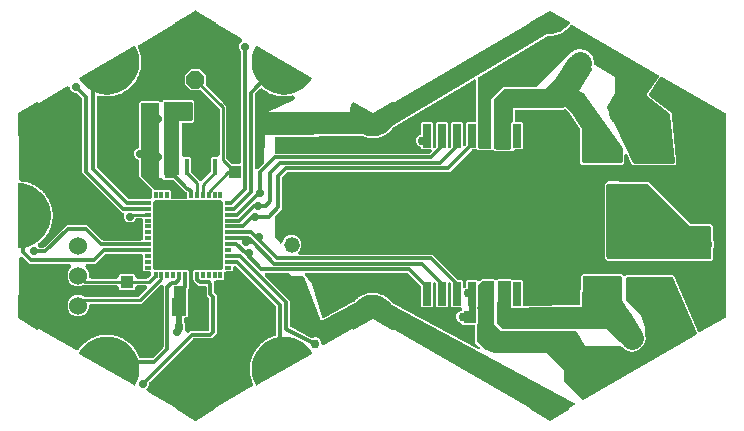
<source format=gbr>
G04 EAGLE Gerber RS-274X export*
G75*
%MOMM*%
%FSLAX34Y34*%
%LPD*%
%INBottom Copper*%
%IPPOS*%
%AMOC8*
5,1,8,0,0,1.08239X$1,22.5*%
G01*
%ADD10R,0.400000X1.399997*%
%ADD11C,1.000000*%
%ADD12R,0.297181X0.550000*%
%ADD13R,0.550000X0.297181*%
%ADD14R,5.600000X5.600000*%
%ADD15P,1.649562X8X22.500000*%
%ADD16R,1.100000X1.000000*%
%ADD17R,1.000000X1.100000*%
%ADD18R,1.300000X1.500000*%
%ADD19C,1.524000*%
%ADD20R,0.700000X2.000000*%
%ADD21R,9.600000X6.000000*%
%ADD22R,3.050000X2.900000*%
%ADD23C,1.981200*%
%ADD24P,1.429621X8X113.700000*%
%ADD25C,1.320800*%
%ADD26R,0.800000X0.500000*%
%ADD27R,0.800000X1.600000*%
%ADD28R,1.600000X0.800000*%
%ADD29C,0.508000*%
%ADD30C,0.304800*%
%ADD31C,0.406400*%
%ADD32C,0.706400*%
%ADD33C,0.756400*%
%ADD34C,1.300000*%
%ADD35C,0.254000*%
%ADD36C,0.609600*%
%ADD37C,1.524000*%
%ADD38C,1.016000*%
%ADD39C,2.032000*%

G36*
X276851Y-11647D02*
X276851Y-11647D01*
X276885Y-11647D01*
X277005Y-11613D01*
X277128Y-11586D01*
X277158Y-11571D01*
X277191Y-11562D01*
X277336Y-11490D01*
X298592Y782D01*
X298676Y846D01*
X298765Y902D01*
X298802Y942D01*
X298845Y974D01*
X298911Y1057D01*
X298983Y1134D01*
X299009Y1181D01*
X299043Y1223D01*
X299086Y1320D01*
X299137Y1412D01*
X299150Y1464D01*
X299172Y1514D01*
X299190Y1618D01*
X299216Y1720D01*
X299222Y1806D01*
X299225Y1827D01*
X299224Y1843D01*
X299227Y1881D01*
X299227Y172744D01*
X299213Y172849D01*
X299209Y172954D01*
X299193Y173006D01*
X299187Y173059D01*
X299148Y173158D01*
X299117Y173259D01*
X299089Y173305D01*
X299070Y173355D01*
X299008Y173441D01*
X298953Y173531D01*
X298914Y173569D01*
X298883Y173613D01*
X298801Y173680D01*
X298726Y173754D01*
X298655Y173801D01*
X298638Y173815D01*
X298624Y173822D01*
X298592Y173843D01*
X245178Y204681D01*
X245119Y204706D01*
X245064Y204739D01*
X244973Y204767D01*
X244885Y204804D01*
X244821Y204813D01*
X244760Y204832D01*
X244665Y204837D01*
X244570Y204851D01*
X244507Y204844D01*
X244443Y204847D01*
X244349Y204827D01*
X244254Y204817D01*
X244194Y204795D01*
X244131Y204782D01*
X244046Y204740D01*
X243956Y204707D01*
X243903Y204670D01*
X243846Y204642D01*
X243773Y204580D01*
X243695Y204525D01*
X243653Y204477D01*
X243604Y204435D01*
X243504Y204309D01*
X233796Y190441D01*
X233750Y190354D01*
X233696Y190271D01*
X233676Y190214D01*
X233647Y190159D01*
X233624Y190064D01*
X233593Y189971D01*
X233588Y189910D01*
X233574Y189850D01*
X233575Y189752D01*
X233567Y189654D01*
X233578Y189593D01*
X233579Y189532D01*
X233605Y189437D01*
X233622Y189340D01*
X233647Y189285D01*
X233663Y189225D01*
X233712Y189140D01*
X233753Y189050D01*
X233791Y189003D01*
X233821Y188949D01*
X233890Y188879D01*
X233951Y188802D01*
X234029Y188736D01*
X234043Y188721D01*
X234053Y188715D01*
X234074Y188697D01*
X251194Y175857D01*
X251251Y175825D01*
X251303Y175784D01*
X251389Y175746D01*
X251470Y175700D01*
X251534Y175683D01*
X251540Y175680D01*
X252475Y174899D01*
X252490Y174889D01*
X252527Y174857D01*
X253437Y174175D01*
X253539Y173041D01*
X253543Y173024D01*
X253547Y172975D01*
X253720Y171763D01*
X253696Y171674D01*
X253694Y171608D01*
X253684Y171543D01*
X253688Y171382D01*
X257018Y134274D01*
X257027Y134233D01*
X257029Y134190D01*
X257061Y134078D01*
X257086Y133963D01*
X257105Y133926D01*
X257117Y133885D01*
X257161Y133810D01*
X257161Y132738D01*
X257164Y132717D01*
X257166Y132625D01*
X257261Y131569D01*
X257251Y131551D01*
X257229Y131467D01*
X256471Y130709D01*
X256458Y130692D01*
X256395Y130625D01*
X255715Y129812D01*
X255695Y129806D01*
X255620Y129762D01*
X254548Y129762D01*
X254527Y129759D01*
X254435Y129756D01*
X253379Y129662D01*
X253361Y129672D01*
X253248Y129701D01*
X253136Y129738D01*
X253094Y129741D01*
X253053Y129751D01*
X252892Y129762D01*
X222797Y129762D01*
X222752Y129756D01*
X222706Y129758D01*
X222595Y129736D01*
X222482Y129722D01*
X222439Y129705D01*
X222394Y129696D01*
X222245Y129635D01*
X222041Y129536D01*
X221596Y129691D01*
X221467Y129718D01*
X221340Y129751D01*
X221301Y129754D01*
X221285Y129757D01*
X221263Y129756D01*
X221179Y129762D01*
X220708Y129762D01*
X220549Y129921D01*
X220512Y129950D01*
X220481Y129984D01*
X220387Y130047D01*
X220297Y130116D01*
X220255Y130135D01*
X220216Y130160D01*
X220068Y130223D01*
X219854Y130297D01*
X219649Y130721D01*
X219578Y130831D01*
X219511Y130945D01*
X219485Y130974D01*
X219476Y130988D01*
X219460Y131003D01*
X219404Y131066D01*
X219071Y131399D01*
X219071Y131625D01*
X219065Y131670D01*
X219068Y131717D01*
X219053Y131791D01*
X219049Y131856D01*
X219037Y131892D01*
X219031Y131940D01*
X219014Y131983D01*
X219005Y132028D01*
X218944Y132177D01*
X215550Y139192D01*
X215532Y139220D01*
X215520Y139251D01*
X215446Y139353D01*
X215377Y139459D01*
X215353Y139481D01*
X215333Y139508D01*
X215236Y139589D01*
X215143Y139674D01*
X215114Y139690D01*
X215088Y139711D01*
X214974Y139765D01*
X214863Y139824D01*
X214830Y139832D01*
X214801Y139846D01*
X214677Y139870D01*
X214554Y139900D01*
X214521Y139900D01*
X214488Y139906D01*
X214362Y139898D01*
X214236Y139897D01*
X214204Y139888D01*
X214171Y139886D01*
X214051Y139847D01*
X213928Y139815D01*
X213900Y139798D01*
X213868Y139788D01*
X213761Y139721D01*
X213651Y139659D01*
X213628Y139636D01*
X213600Y139618D01*
X213513Y139526D01*
X213422Y139439D01*
X213404Y139411D01*
X213382Y139387D01*
X213321Y139276D01*
X213254Y139168D01*
X213244Y139137D01*
X213228Y139108D01*
X213197Y138986D01*
X213159Y138865D01*
X213157Y138832D01*
X213149Y138800D01*
X213138Y138639D01*
X213138Y132192D01*
X211501Y130555D01*
X188562Y130555D01*
X188464Y130543D01*
X188365Y130540D01*
X188307Y130523D01*
X188247Y130515D01*
X188224Y130507D01*
X178494Y130507D01*
X178407Y130520D01*
X178311Y130545D01*
X178211Y130551D01*
X178190Y130555D01*
X178178Y130553D01*
X178150Y130555D01*
X177395Y130555D01*
X175758Y132192D01*
X175758Y159955D01*
X175741Y160087D01*
X175730Y160220D01*
X175721Y160245D01*
X175718Y160270D01*
X175669Y160394D01*
X175625Y160521D01*
X175606Y160552D01*
X175601Y160566D01*
X175588Y160583D01*
X175544Y160660D01*
X166891Y173609D01*
X166863Y173643D01*
X166840Y173681D01*
X166734Y173802D01*
X163616Y176919D01*
X163522Y176992D01*
X163433Y177071D01*
X163397Y177089D01*
X163365Y177114D01*
X163256Y177161D01*
X163150Y177215D01*
X163110Y177224D01*
X163073Y177240D01*
X162955Y177259D01*
X162839Y177285D01*
X162799Y177284D01*
X162759Y177290D01*
X162640Y177279D01*
X162522Y177275D01*
X162483Y177264D01*
X162442Y177260D01*
X162330Y177220D01*
X162216Y177187D01*
X162181Y177166D01*
X162143Y177153D01*
X162045Y177086D01*
X161942Y177025D01*
X161897Y176985D01*
X161880Y176974D01*
X161867Y176959D01*
X161821Y176919D01*
X161495Y176593D01*
X121539Y176593D01*
X121421Y176578D01*
X121302Y176570D01*
X121264Y176558D01*
X121223Y176553D01*
X121113Y176509D01*
X121000Y176472D01*
X120965Y176451D01*
X120928Y176436D01*
X120832Y176366D01*
X120731Y176302D01*
X120703Y176273D01*
X120670Y176249D01*
X120594Y176157D01*
X120513Y176071D01*
X120493Y176035D01*
X120468Y176004D01*
X120417Y175896D01*
X120359Y175792D01*
X120349Y175753D01*
X120332Y175716D01*
X120310Y175600D01*
X120280Y175484D01*
X120276Y175424D01*
X120272Y175404D01*
X120274Y175384D01*
X120270Y175324D01*
X120270Y167900D01*
X120285Y167782D01*
X120292Y167663D01*
X120305Y167625D01*
X120310Y167585D01*
X120353Y167474D01*
X120390Y167361D01*
X120412Y167327D01*
X120427Y167289D01*
X120496Y167193D01*
X120560Y167092D01*
X120590Y167064D01*
X120613Y167032D01*
X120705Y166956D01*
X120792Y166874D01*
X120827Y166855D01*
X120858Y166829D01*
X120966Y166778D01*
X121070Y166721D01*
X121110Y166711D01*
X121146Y166693D01*
X121263Y166671D01*
X121378Y166641D01*
X121438Y166637D01*
X121458Y166634D01*
X121479Y166635D01*
X121539Y166631D01*
X126369Y166631D01*
X127262Y165738D01*
X127262Y144475D01*
X126369Y143582D01*
X121072Y143582D01*
X120974Y143569D01*
X120875Y143566D01*
X120817Y143549D01*
X120757Y143542D01*
X120664Y143505D01*
X120569Y143478D01*
X120517Y143447D01*
X120461Y143425D01*
X120381Y143367D01*
X120295Y143316D01*
X120220Y143250D01*
X120204Y143238D01*
X120196Y143228D01*
X120175Y143210D01*
X118633Y141668D01*
X103617Y141668D01*
X102498Y142788D01*
X102403Y142861D01*
X102314Y142939D01*
X102278Y142958D01*
X102246Y142983D01*
X102137Y143030D01*
X102031Y143084D01*
X101992Y143093D01*
X101954Y143109D01*
X101837Y143128D01*
X101721Y143154D01*
X101680Y143152D01*
X101640Y143159D01*
X101522Y143148D01*
X101403Y143144D01*
X101364Y143133D01*
X101324Y143129D01*
X101211Y143089D01*
X101097Y143056D01*
X101063Y143035D01*
X101024Y143021D01*
X100926Y142955D01*
X100823Y142894D01*
X100778Y142854D01*
X100761Y142843D01*
X100748Y142828D01*
X100703Y142788D01*
X100376Y142462D01*
X89330Y142462D01*
X88582Y143210D01*
X88503Y143270D01*
X88431Y143338D01*
X88378Y143368D01*
X88330Y143405D01*
X88239Y143444D01*
X88153Y143492D01*
X88094Y143507D01*
X88039Y143531D01*
X87941Y143547D01*
X87845Y143571D01*
X87745Y143578D01*
X87724Y143581D01*
X87712Y143580D01*
X87684Y143582D01*
X84942Y143582D01*
X84844Y143569D01*
X84745Y143566D01*
X84686Y143549D01*
X84626Y143542D01*
X84534Y143505D01*
X84439Y143478D01*
X84387Y143447D01*
X84331Y143425D01*
X84251Y143367D01*
X84165Y143316D01*
X84090Y143250D01*
X84073Y143238D01*
X84065Y143228D01*
X84044Y143210D01*
X65167Y124332D01*
X-71418Y124332D01*
X-71516Y124320D01*
X-71615Y124317D01*
X-71673Y124300D01*
X-71733Y124292D01*
X-71825Y124256D01*
X-71920Y124228D01*
X-71972Y124198D01*
X-72029Y124175D01*
X-72109Y124117D01*
X-72194Y124067D01*
X-72270Y124001D01*
X-72286Y123989D01*
X-72294Y123979D01*
X-72315Y123961D01*
X-76336Y119940D01*
X-76396Y119862D01*
X-76464Y119790D01*
X-76493Y119737D01*
X-76530Y119689D01*
X-76570Y119598D01*
X-76618Y119511D01*
X-76633Y119453D01*
X-76657Y119397D01*
X-76672Y119299D01*
X-76697Y119203D01*
X-76703Y119103D01*
X-76707Y119083D01*
X-76705Y119071D01*
X-76707Y119043D01*
X-76707Y93165D01*
X-82654Y87218D01*
X-82714Y87140D01*
X-82782Y87068D01*
X-82812Y87015D01*
X-82849Y86967D01*
X-82888Y86876D01*
X-82936Y86789D01*
X-82951Y86731D01*
X-82975Y86675D01*
X-82991Y86577D01*
X-83015Y86481D01*
X-83022Y86381D01*
X-83025Y86361D01*
X-83024Y86349D01*
X-83026Y86321D01*
X-83026Y69850D01*
X-83022Y69821D01*
X-83024Y69792D01*
X-83002Y69664D01*
X-82986Y69534D01*
X-82975Y69508D01*
X-82970Y69479D01*
X-82917Y69360D01*
X-82869Y69239D01*
X-82852Y69215D01*
X-82840Y69189D01*
X-82747Y69057D01*
X-78783Y64102D01*
X-78697Y64019D01*
X-78617Y63930D01*
X-78584Y63908D01*
X-78555Y63881D01*
X-78452Y63821D01*
X-78351Y63756D01*
X-78314Y63743D01*
X-78279Y63723D01*
X-78164Y63691D01*
X-78051Y63652D01*
X-78011Y63649D01*
X-77972Y63639D01*
X-77853Y63637D01*
X-77734Y63627D01*
X-77694Y63634D01*
X-77654Y63633D01*
X-77538Y63661D01*
X-77420Y63682D01*
X-77384Y63698D01*
X-77345Y63707D01*
X-77239Y63763D01*
X-77130Y63812D01*
X-77099Y63837D01*
X-77064Y63856D01*
X-76975Y63936D01*
X-76882Y64011D01*
X-76858Y64043D01*
X-76828Y64069D01*
X-76762Y64169D01*
X-76691Y64265D01*
X-76665Y64318D01*
X-76653Y64335D01*
X-76647Y64354D01*
X-76620Y64409D01*
X-75416Y67316D01*
X-73129Y69603D01*
X-70141Y70841D01*
X-66907Y70841D01*
X-63920Y69603D01*
X-61633Y67316D01*
X-60396Y64329D01*
X-60396Y61095D01*
X-61633Y58107D01*
X-63254Y56486D01*
X-63339Y56376D01*
X-63428Y56269D01*
X-63437Y56251D01*
X-63449Y56235D01*
X-63505Y56107D01*
X-63564Y55982D01*
X-63567Y55962D01*
X-63575Y55943D01*
X-63597Y55805D01*
X-63623Y55669D01*
X-63622Y55649D01*
X-63625Y55629D01*
X-63612Y55490D01*
X-63604Y55352D01*
X-63597Y55333D01*
X-63596Y55312D01*
X-63548Y55181D01*
X-63506Y55049D01*
X-63495Y55032D01*
X-63488Y55013D01*
X-63410Y54898D01*
X-63335Y54781D01*
X-63321Y54767D01*
X-63309Y54750D01*
X-63205Y54658D01*
X-63104Y54563D01*
X-63086Y54553D01*
X-63071Y54539D01*
X-62947Y54476D01*
X-62825Y54409D01*
X-62806Y54404D01*
X-62788Y54395D01*
X-62652Y54364D01*
X-62517Y54330D01*
X-62489Y54328D01*
X-62477Y54325D01*
X-62457Y54326D01*
X-62357Y54319D01*
X50821Y54319D01*
X72138Y33003D01*
X72216Y32942D01*
X72288Y32874D01*
X72341Y32845D01*
X72389Y32808D01*
X72480Y32768D01*
X72567Y32721D01*
X72626Y32706D01*
X72681Y32681D01*
X72779Y32666D01*
X72875Y32641D01*
X72975Y32635D01*
X72995Y32632D01*
X73008Y32633D01*
X73036Y32631D01*
X75569Y32631D01*
X76462Y31738D01*
X76462Y27211D01*
X76468Y27161D01*
X76466Y27112D01*
X76488Y27004D01*
X76502Y26895D01*
X76520Y26849D01*
X76530Y26800D01*
X76579Y26702D01*
X76619Y26599D01*
X76648Y26559D01*
X76670Y26515D01*
X76741Y26431D01*
X76806Y26342D01*
X76844Y26310D01*
X76876Y26273D01*
X76966Y26209D01*
X77051Y26139D01*
X77096Y26118D01*
X77137Y26090D01*
X77239Y26051D01*
X77339Y26004D01*
X77387Y25994D01*
X77434Y25977D01*
X77543Y25965D01*
X77651Y25944D01*
X77700Y25947D01*
X77750Y25942D01*
X77859Y25957D01*
X77968Y25964D01*
X78016Y25979D01*
X78065Y25986D01*
X78217Y26038D01*
X78329Y26084D01*
X78355Y26099D01*
X78383Y26108D01*
X78493Y26178D01*
X78606Y26242D01*
X78627Y26263D01*
X78652Y26278D01*
X78741Y26373D01*
X78834Y26463D01*
X78849Y26488D01*
X78870Y26510D01*
X78932Y26624D01*
X79000Y26734D01*
X79009Y26763D01*
X79023Y26788D01*
X79056Y26914D01*
X79094Y27038D01*
X79095Y27068D01*
X79103Y27096D01*
X79113Y27257D01*
X79113Y31738D01*
X80006Y32631D01*
X88269Y32631D01*
X88929Y31971D01*
X89023Y31898D01*
X89113Y31819D01*
X89149Y31800D01*
X89181Y31776D01*
X89290Y31728D01*
X89396Y31674D01*
X89435Y31665D01*
X89473Y31649D01*
X89590Y31631D01*
X89706Y31605D01*
X89747Y31606D01*
X89787Y31599D01*
X89905Y31611D01*
X90024Y31614D01*
X90063Y31625D01*
X90103Y31629D01*
X90215Y31670D01*
X90330Y31703D01*
X90364Y31723D01*
X90403Y31737D01*
X90501Y31804D01*
X90604Y31864D01*
X90649Y31904D01*
X90666Y31915D01*
X90679Y31931D01*
X90724Y31971D01*
X92505Y33751D01*
X102758Y33751D01*
X103481Y33028D01*
X103575Y32955D01*
X103664Y32876D01*
X103700Y32858D01*
X103732Y32833D01*
X103841Y32786D01*
X103947Y32732D01*
X103987Y32723D01*
X104024Y32707D01*
X104141Y32688D01*
X104257Y32662D01*
X104298Y32663D01*
X104338Y32657D01*
X104456Y32668D01*
X104575Y32672D01*
X104614Y32683D01*
X104654Y32687D01*
X104767Y32727D01*
X104881Y32760D01*
X104916Y32781D01*
X104954Y32794D01*
X105052Y32861D01*
X105155Y32922D01*
X105200Y32961D01*
X105217Y32973D01*
X105230Y32988D01*
X105276Y33028D01*
X106019Y33771D01*
X107169Y33751D01*
X107176Y33752D01*
X107191Y33751D01*
X117045Y33751D01*
X117793Y33003D01*
X117872Y32942D01*
X117944Y32874D01*
X117997Y32845D01*
X118045Y32808D01*
X118136Y32768D01*
X118222Y32721D01*
X118281Y32706D01*
X118336Y32681D01*
X118434Y32666D01*
X118530Y32641D01*
X118630Y32635D01*
X118651Y32632D01*
X118663Y32633D01*
X118691Y32631D01*
X126369Y32631D01*
X127262Y31738D01*
X127262Y12039D01*
X127279Y11910D01*
X127289Y11780D01*
X127298Y11752D01*
X127302Y11723D01*
X127350Y11602D01*
X127392Y11479D01*
X127408Y11454D01*
X127419Y11427D01*
X127496Y11322D01*
X127567Y11213D01*
X127589Y11194D01*
X127606Y11170D01*
X127706Y11087D01*
X127803Y10999D01*
X127828Y10986D01*
X127851Y10967D01*
X127969Y10912D01*
X128084Y10851D01*
X128112Y10844D01*
X128139Y10832D01*
X128266Y10807D01*
X128393Y10777D01*
X128435Y10775D01*
X128451Y10772D01*
X128473Y10773D01*
X128554Y10770D01*
X174191Y11584D01*
X174275Y11596D01*
X174361Y11598D01*
X174432Y11619D01*
X174506Y11629D01*
X174585Y11662D01*
X174666Y11686D01*
X174731Y11723D01*
X174800Y11752D01*
X174867Y11803D01*
X174941Y11846D01*
X174994Y11898D01*
X175053Y11943D01*
X175107Y12010D01*
X175167Y12070D01*
X175205Y12134D01*
X175252Y12192D01*
X175287Y12269D01*
X175331Y12342D01*
X175352Y12414D01*
X175382Y12482D01*
X175397Y12566D01*
X175421Y12647D01*
X175435Y12785D01*
X175436Y12795D01*
X175436Y12799D01*
X175437Y12807D01*
X176233Y34952D01*
X176232Y34966D01*
X176234Y34998D01*
X176234Y36142D01*
X177071Y36921D01*
X177080Y36932D01*
X177104Y36953D01*
X177913Y37762D01*
X179056Y37721D01*
X179069Y37722D01*
X179101Y37720D01*
X210708Y37720D01*
X212224Y36203D01*
X212319Y36130D01*
X212408Y36051D01*
X212444Y36033D01*
X212476Y36008D01*
X212585Y35961D01*
X212691Y35907D01*
X212730Y35898D01*
X212767Y35882D01*
X212885Y35863D01*
X213001Y35837D01*
X213042Y35838D01*
X213082Y35832D01*
X213200Y35843D01*
X213319Y35847D01*
X213358Y35858D01*
X213398Y35862D01*
X213510Y35902D01*
X213625Y35935D01*
X213659Y35956D01*
X213697Y35969D01*
X213796Y36036D01*
X213899Y36097D01*
X213944Y36136D01*
X213961Y36148D01*
X213974Y36163D01*
X214019Y36203D01*
X214742Y36926D01*
X252269Y36926D01*
X252287Y36928D01*
X252305Y36926D01*
X252445Y36948D01*
X252585Y36966D01*
X252602Y36973D01*
X252620Y36975D01*
X252771Y37029D01*
X253065Y37156D01*
X253417Y37016D01*
X253418Y37016D01*
X253574Y36975D01*
X253725Y36936D01*
X253886Y36926D01*
X254265Y36926D01*
X254491Y36700D01*
X254505Y36689D01*
X254517Y36675D01*
X254630Y36592D01*
X254742Y36505D01*
X254759Y36498D01*
X254773Y36487D01*
X254919Y36418D01*
X255216Y36300D01*
X255366Y35952D01*
X255366Y35951D01*
X255449Y35811D01*
X255527Y35678D01*
X255528Y35677D01*
X255634Y35556D01*
X255902Y35289D01*
X255902Y34969D01*
X255904Y34951D01*
X255902Y34933D01*
X255924Y34793D01*
X255942Y34653D01*
X255948Y34637D01*
X255951Y34619D01*
X256005Y34467D01*
X275535Y-10893D01*
X275552Y-10922D01*
X275564Y-10955D01*
X275633Y-11059D01*
X275697Y-11167D01*
X275721Y-11191D01*
X275740Y-11220D01*
X275833Y-11303D01*
X275921Y-11392D01*
X275950Y-11410D01*
X275976Y-11433D01*
X276087Y-11491D01*
X276194Y-11555D01*
X276227Y-11564D01*
X276257Y-11580D01*
X276379Y-11609D01*
X276500Y-11644D01*
X276534Y-11645D01*
X276567Y-11653D01*
X276692Y-11651D01*
X276817Y-11655D01*
X276851Y-11647D01*
G37*
G36*
X-188900Y101201D02*
X-188900Y101201D01*
X-188882Y101200D01*
X-188700Y101221D01*
X-188517Y101239D01*
X-188500Y101245D01*
X-188482Y101247D01*
X-188308Y101304D01*
X-188132Y101358D01*
X-188116Y101366D01*
X-188099Y101372D01*
X-187939Y101462D01*
X-187778Y101549D01*
X-187764Y101561D01*
X-187749Y101569D01*
X-187610Y101690D01*
X-187469Y101807D01*
X-187458Y101821D01*
X-187444Y101833D01*
X-187332Y101978D01*
X-187216Y102121D01*
X-187208Y102137D01*
X-187197Y102151D01*
X-187115Y102316D01*
X-187031Y102478D01*
X-187026Y102495D01*
X-187018Y102511D01*
X-186970Y102689D01*
X-186920Y102865D01*
X-186918Y102883D01*
X-186913Y102900D01*
X-186886Y103231D01*
X-186886Y108038D01*
X-186875Y108060D01*
X-186870Y108077D01*
X-186862Y108093D01*
X-186812Y108270D01*
X-186760Y108446D01*
X-186758Y108464D01*
X-186754Y108481D01*
X-186740Y108664D01*
X-186724Y108847D01*
X-186726Y108865D01*
X-186724Y108883D01*
X-186747Y109065D01*
X-186767Y109247D01*
X-186772Y109264D01*
X-186775Y109282D01*
X-186833Y109456D01*
X-186888Y109631D01*
X-186897Y109647D01*
X-186903Y109664D01*
X-186994Y109823D01*
X-187083Y109984D01*
X-187095Y109997D01*
X-187104Y110013D01*
X-187318Y110266D01*
X-195615Y118562D01*
X-197549Y120497D01*
X-197549Y133159D01*
X-197551Y133181D01*
X-197550Y133203D01*
X-197571Y133381D01*
X-197589Y133560D01*
X-197596Y133581D01*
X-197598Y133603D01*
X-197654Y133773D01*
X-197707Y133945D01*
X-197718Y133964D01*
X-197725Y133985D01*
X-197814Y134141D01*
X-197899Y134299D01*
X-197913Y134316D01*
X-197924Y134335D01*
X-198042Y134471D01*
X-198157Y134608D01*
X-198174Y134622D01*
X-198189Y134639D01*
X-198331Y134748D01*
X-198471Y134860D01*
X-198490Y134871D01*
X-198508Y134884D01*
X-198803Y135036D01*
X-199714Y135413D01*
X-201137Y136836D01*
X-201907Y138694D01*
X-201907Y140706D01*
X-201137Y142564D01*
X-199714Y143987D01*
X-198803Y144364D01*
X-198784Y144375D01*
X-198762Y144382D01*
X-198606Y144470D01*
X-198448Y144554D01*
X-198431Y144569D01*
X-198412Y144580D01*
X-198276Y144697D01*
X-198138Y144811D01*
X-198124Y144828D01*
X-198107Y144843D01*
X-197997Y144984D01*
X-197884Y145124D01*
X-197874Y145143D01*
X-197860Y145161D01*
X-197780Y145322D01*
X-197697Y145480D01*
X-197691Y145501D01*
X-197681Y145521D01*
X-197634Y145695D01*
X-197584Y145866D01*
X-197582Y145889D01*
X-197576Y145910D01*
X-197549Y146241D01*
X-197549Y182716D01*
X-196210Y184055D01*
X-180821Y184055D01*
X-180810Y184046D01*
X-180798Y184033D01*
X-180654Y183919D01*
X-180512Y183803D01*
X-180497Y183794D01*
X-180483Y183783D01*
X-180319Y183700D01*
X-180157Y183614D01*
X-180140Y183609D01*
X-180124Y183601D01*
X-179947Y183552D01*
X-179771Y183499D01*
X-179753Y183498D01*
X-179736Y183493D01*
X-179553Y183479D01*
X-179370Y183463D01*
X-179352Y183465D01*
X-179334Y183463D01*
X-179152Y183486D01*
X-178970Y183506D01*
X-178952Y183512D01*
X-178935Y183514D01*
X-178761Y183572D01*
X-178586Y183628D01*
X-178570Y183636D01*
X-178553Y183642D01*
X-178394Y183734D01*
X-178233Y183823D01*
X-178220Y183834D01*
X-178204Y183843D01*
X-177951Y184058D01*
X-177160Y184849D01*
X-152247Y184849D01*
X-150907Y183510D01*
X-150907Y167238D01*
X-150945Y167161D01*
X-152118Y165988D01*
X-159832Y165988D01*
X-159849Y165986D01*
X-159867Y165988D01*
X-160049Y165967D01*
X-160232Y165948D01*
X-160249Y165943D01*
X-160267Y165941D01*
X-160441Y165884D01*
X-160617Y165830D01*
X-160633Y165822D01*
X-160650Y165816D01*
X-160810Y165726D01*
X-160971Y165638D01*
X-160985Y165627D01*
X-161000Y165618D01*
X-161140Y165498D01*
X-161280Y165381D01*
X-161292Y165367D01*
X-161305Y165355D01*
X-161418Y165210D01*
X-161533Y165067D01*
X-161541Y165051D01*
X-161552Y165037D01*
X-161634Y164872D01*
X-161718Y164710D01*
X-161723Y164693D01*
X-161731Y164677D01*
X-161779Y164498D01*
X-161830Y164323D01*
X-161831Y164305D01*
X-161836Y164288D01*
X-161863Y163957D01*
X-161863Y139143D01*
X-161861Y139126D01*
X-161862Y139108D01*
X-161841Y138926D01*
X-161823Y138743D01*
X-161818Y138726D01*
X-161816Y138708D01*
X-161759Y138533D01*
X-161705Y138358D01*
X-161696Y138342D01*
X-161691Y138325D01*
X-161600Y138165D01*
X-161513Y138004D01*
X-161502Y137990D01*
X-161493Y137975D01*
X-161373Y137835D01*
X-161255Y137695D01*
X-161241Y137683D01*
X-161230Y137670D01*
X-161085Y137557D01*
X-160941Y137442D01*
X-160926Y137434D01*
X-160912Y137423D01*
X-160747Y137341D01*
X-160584Y137257D01*
X-160567Y137252D01*
X-160551Y137244D01*
X-160373Y137196D01*
X-160197Y137145D01*
X-160179Y137144D01*
X-160162Y137139D01*
X-159832Y137112D01*
X-154625Y137112D01*
X-153731Y136219D01*
X-153731Y124300D01*
X-153729Y124274D01*
X-153731Y124247D01*
X-153709Y124073D01*
X-153692Y123900D01*
X-153684Y123874D01*
X-153680Y123847D01*
X-153625Y123682D01*
X-153573Y123515D01*
X-153561Y123491D01*
X-153552Y123466D01*
X-153465Y123314D01*
X-153382Y123161D01*
X-153365Y123140D01*
X-153351Y123117D01*
X-153137Y122864D01*
X-148304Y118031D01*
X-147320Y117047D01*
X-147306Y117036D01*
X-147294Y117022D01*
X-147151Y116909D01*
X-147008Y116792D01*
X-146993Y116784D01*
X-146979Y116773D01*
X-146815Y116689D01*
X-146653Y116603D01*
X-146636Y116598D01*
X-146620Y116590D01*
X-146443Y116541D01*
X-146267Y116489D01*
X-146249Y116487D01*
X-146232Y116482D01*
X-146049Y116469D01*
X-145866Y116452D01*
X-145848Y116454D01*
X-145830Y116453D01*
X-145648Y116476D01*
X-145466Y116496D01*
X-145449Y116501D01*
X-145431Y116503D01*
X-145257Y116562D01*
X-145082Y116617D01*
X-145066Y116626D01*
X-145049Y116632D01*
X-144890Y116723D01*
X-144729Y116812D01*
X-144716Y116824D01*
X-144700Y116832D01*
X-144447Y117047D01*
X-137376Y124118D01*
X-137359Y124139D01*
X-137339Y124157D01*
X-137232Y124295D01*
X-137121Y124430D01*
X-137108Y124454D01*
X-137092Y124475D01*
X-137014Y124632D01*
X-136932Y124786D01*
X-136925Y124811D01*
X-136913Y124835D01*
X-136867Y125005D01*
X-136817Y125172D01*
X-136815Y125198D01*
X-136808Y125224D01*
X-136781Y125555D01*
X-136781Y136219D01*
X-135888Y137112D01*
X-131701Y137112D01*
X-131683Y137114D01*
X-131665Y137113D01*
X-131483Y137134D01*
X-131300Y137152D01*
X-131283Y137157D01*
X-131265Y137159D01*
X-131091Y137216D01*
X-130915Y137270D01*
X-130900Y137279D01*
X-130883Y137284D01*
X-130722Y137375D01*
X-130561Y137462D01*
X-130548Y137473D01*
X-130532Y137482D01*
X-130393Y137602D01*
X-130252Y137720D01*
X-130241Y137734D01*
X-130227Y137745D01*
X-130115Y137890D01*
X-130000Y138033D01*
X-129991Y138049D01*
X-129980Y138063D01*
X-129898Y138228D01*
X-129814Y138391D01*
X-129809Y138408D01*
X-129801Y138424D01*
X-129753Y138602D01*
X-129703Y138778D01*
X-129701Y138795D01*
X-129697Y138813D01*
X-129670Y139143D01*
X-129670Y177263D01*
X-129672Y177290D01*
X-129670Y177317D01*
X-129692Y177491D01*
X-129709Y177664D01*
X-129717Y177689D01*
X-129721Y177716D01*
X-129776Y177882D01*
X-129828Y178049D01*
X-129840Y178072D01*
X-129849Y178098D01*
X-129936Y178249D01*
X-130019Y178403D01*
X-130036Y178423D01*
X-130050Y178447D01*
X-130264Y178700D01*
X-144231Y192667D01*
X-144252Y192684D01*
X-144270Y192704D01*
X-144408Y192811D01*
X-144543Y192922D01*
X-144567Y192934D01*
X-144588Y192951D01*
X-144745Y193029D01*
X-144899Y193110D01*
X-144924Y193118D01*
X-144948Y193130D01*
X-145118Y193175D01*
X-145285Y193225D01*
X-145311Y193227D01*
X-145337Y193234D01*
X-145668Y193262D01*
X-153807Y193262D01*
X-159163Y198618D01*
X-159163Y206194D01*
X-153807Y211551D01*
X-146231Y211551D01*
X-140874Y206194D01*
X-140874Y198055D01*
X-140871Y198029D01*
X-140873Y198002D01*
X-140851Y197828D01*
X-140834Y197655D01*
X-140826Y197629D01*
X-140823Y197602D01*
X-140767Y197437D01*
X-140716Y197270D01*
X-140703Y197246D01*
X-140695Y197221D01*
X-140607Y197069D01*
X-140524Y196916D01*
X-140507Y196895D01*
X-140494Y196872D01*
X-140279Y196619D01*
X-126312Y182652D01*
X-124080Y180420D01*
X-124080Y136249D01*
X-124077Y136222D01*
X-124079Y136195D01*
X-124057Y136022D01*
X-124040Y135848D01*
X-124032Y135823D01*
X-124029Y135796D01*
X-123973Y135630D01*
X-123922Y135463D01*
X-123909Y135440D01*
X-123901Y135414D01*
X-123813Y135263D01*
X-123730Y135109D01*
X-123713Y135089D01*
X-123700Y135065D01*
X-123485Y134812D01*
X-120349Y131676D01*
X-120328Y131659D01*
X-120310Y131639D01*
X-120172Y131532D01*
X-120037Y131421D01*
X-120013Y131408D01*
X-119992Y131392D01*
X-119835Y131314D01*
X-119681Y131232D01*
X-119656Y131225D01*
X-119632Y131213D01*
X-119462Y131167D01*
X-119295Y131117D01*
X-119269Y131115D01*
X-119243Y131108D01*
X-118912Y131081D01*
X-113411Y131081D01*
X-113393Y131083D01*
X-113375Y131081D01*
X-113193Y131103D01*
X-113010Y131121D01*
X-112993Y131126D01*
X-112976Y131128D01*
X-112801Y131185D01*
X-112625Y131239D01*
X-112610Y131248D01*
X-112593Y131253D01*
X-112433Y131343D01*
X-112271Y131431D01*
X-112258Y131442D01*
X-112242Y131451D01*
X-112103Y131571D01*
X-111962Y131689D01*
X-111951Y131702D01*
X-111937Y131714D01*
X-111825Y131859D01*
X-111710Y132002D01*
X-111702Y132018D01*
X-111691Y132032D01*
X-111609Y132197D01*
X-111524Y132360D01*
X-111519Y132377D01*
X-111511Y132393D01*
X-111464Y132571D01*
X-111413Y132747D01*
X-111411Y132764D01*
X-111407Y132782D01*
X-111380Y133112D01*
X-111380Y225625D01*
X-111382Y225651D01*
X-111380Y225678D01*
X-111402Y225852D01*
X-111420Y226025D01*
X-111427Y226051D01*
X-111431Y226077D01*
X-111486Y226243D01*
X-111538Y226410D01*
X-111551Y226434D01*
X-111559Y226459D01*
X-111646Y226611D01*
X-111730Y226764D01*
X-111747Y226785D01*
X-111760Y226808D01*
X-111975Y227061D01*
X-112237Y227323D01*
X-113007Y229182D01*
X-113007Y231193D01*
X-112237Y233052D01*
X-111081Y234208D01*
X-111029Y234272D01*
X-110969Y234329D01*
X-110901Y234427D01*
X-110826Y234520D01*
X-110787Y234592D01*
X-110740Y234660D01*
X-110693Y234770D01*
X-110637Y234875D01*
X-110613Y234954D01*
X-110581Y235030D01*
X-110556Y235147D01*
X-110522Y235261D01*
X-110515Y235343D01*
X-110498Y235423D01*
X-110497Y235543D01*
X-110486Y235662D01*
X-110495Y235744D01*
X-110494Y235826D01*
X-110516Y235944D01*
X-110529Y236063D01*
X-110554Y236141D01*
X-110569Y236222D01*
X-110614Y236332D01*
X-110651Y236446D01*
X-110690Y236518D01*
X-110721Y236594D01*
X-110787Y236694D01*
X-110845Y236799D01*
X-110899Y236861D01*
X-110944Y236930D01*
X-111029Y237015D01*
X-111106Y237106D01*
X-111170Y237157D01*
X-111228Y237215D01*
X-111354Y237302D01*
X-111422Y237355D01*
X-111458Y237374D01*
X-111501Y237404D01*
X-133528Y250120D01*
X-133108Y250729D01*
X-133097Y250756D01*
X-133078Y250778D01*
X-133058Y250846D01*
X-133030Y250912D01*
X-133030Y250941D01*
X-133021Y250968D01*
X-133029Y251040D01*
X-133029Y251111D01*
X-133040Y251137D01*
X-133044Y251166D01*
X-133079Y251228D01*
X-133106Y251294D01*
X-133127Y251314D01*
X-133141Y251339D01*
X-133218Y251403D01*
X-133249Y251433D01*
X-133259Y251437D01*
X-133270Y251445D01*
X-149770Y260945D01*
X-149842Y260969D01*
X-149913Y261000D01*
X-149936Y261001D01*
X-149958Y261008D01*
X-150035Y261002D01*
X-150112Y261003D01*
X-150136Y260994D01*
X-150157Y260992D01*
X-150196Y260972D01*
X-150268Y260945D01*
X-166768Y251445D01*
X-166790Y251426D01*
X-166816Y251414D01*
X-166864Y251361D01*
X-166917Y251314D01*
X-166930Y251288D01*
X-166949Y251266D01*
X-166972Y251199D01*
X-167003Y251134D01*
X-167004Y251105D01*
X-167014Y251078D01*
X-167009Y251007D01*
X-167012Y250936D01*
X-167002Y250909D01*
X-167000Y250880D01*
X-166958Y250789D01*
X-166943Y250749D01*
X-166935Y250741D01*
X-166930Y250729D01*
X-166510Y250120D01*
X-197904Y231995D01*
X-198020Y231912D01*
X-198141Y231835D01*
X-198184Y231795D01*
X-198231Y231760D01*
X-198329Y231656D01*
X-198432Y231557D01*
X-198465Y231509D01*
X-198505Y231466D01*
X-198580Y231344D01*
X-198662Y231226D01*
X-198685Y231173D01*
X-198716Y231123D01*
X-198766Y230988D01*
X-198822Y230857D01*
X-198835Y230800D01*
X-198855Y230745D01*
X-198877Y230603D01*
X-198907Y230463D01*
X-198908Y230405D01*
X-198917Y230347D01*
X-198910Y230204D01*
X-198912Y230061D01*
X-198901Y230003D01*
X-198899Y229945D01*
X-198864Y229806D01*
X-198838Y229665D01*
X-198814Y229603D01*
X-198802Y229554D01*
X-198766Y229479D01*
X-198719Y229355D01*
X-198622Y229155D01*
X-198582Y229089D01*
X-198551Y229020D01*
X-198478Y228918D01*
X-198413Y228811D01*
X-198361Y228755D01*
X-198316Y228693D01*
X-198224Y228607D01*
X-198221Y228603D01*
X-198023Y227961D01*
X-197997Y227899D01*
X-197912Y227678D01*
X-197625Y227081D01*
X-197622Y226996D01*
X-197626Y226871D01*
X-197614Y226795D01*
X-197612Y226719D01*
X-197576Y226560D01*
X-197563Y226473D01*
X-197550Y226440D01*
X-197540Y226395D01*
X-197137Y225087D01*
X-197107Y225016D01*
X-197087Y224943D01*
X-197030Y224831D01*
X-196981Y224716D01*
X-196938Y224653D01*
X-196903Y224584D01*
X-196825Y224487D01*
X-196822Y224482D01*
X-196722Y223817D01*
X-196706Y223752D01*
X-196676Y223620D01*
X-196676Y223613D01*
X-196673Y223606D01*
X-196655Y223521D01*
X-196460Y222888D01*
X-196469Y222804D01*
X-196493Y222680D01*
X-196492Y222604D01*
X-196501Y222528D01*
X-196490Y222365D01*
X-196489Y222278D01*
X-196482Y222243D01*
X-196478Y222197D01*
X-196275Y220844D01*
X-196256Y220769D01*
X-196247Y220693D01*
X-196207Y220575D01*
X-196176Y220453D01*
X-196143Y220384D01*
X-196118Y220312D01*
X-196056Y220203D01*
X-196054Y220198D01*
X-196054Y219526D01*
X-196047Y219459D01*
X-196031Y219223D01*
X-195933Y218568D01*
X-195955Y218486D01*
X-195997Y218368D01*
X-196007Y218292D01*
X-196027Y218218D01*
X-196041Y218056D01*
X-196053Y217969D01*
X-196051Y217933D01*
X-196054Y217887D01*
X-196055Y216519D01*
X-196047Y216443D01*
X-196049Y216366D01*
X-196027Y216243D01*
X-196015Y216118D01*
X-195993Y216045D01*
X-195979Y215970D01*
X-195934Y215853D01*
X-195932Y215848D01*
X-196033Y215183D01*
X-196036Y215116D01*
X-196055Y214880D01*
X-196056Y214218D01*
X-196090Y214140D01*
X-196149Y214029D01*
X-196170Y213956D01*
X-196201Y213886D01*
X-196239Y213727D01*
X-196263Y213644D01*
X-196267Y213608D01*
X-196277Y213563D01*
X-196482Y212210D01*
X-196486Y212134D01*
X-196499Y212058D01*
X-196496Y211933D01*
X-196502Y211808D01*
X-196491Y211732D01*
X-196489Y211656D01*
X-196461Y211533D01*
X-196460Y211528D01*
X-196659Y210886D01*
X-196672Y210820D01*
X-196726Y210590D01*
X-196825Y209935D01*
X-196871Y209863D01*
X-196945Y209762D01*
X-196978Y209693D01*
X-197019Y209628D01*
X-197079Y209477D01*
X-197117Y209398D01*
X-197125Y209363D01*
X-197142Y209320D01*
X-197546Y208013D01*
X-197561Y207938D01*
X-197586Y207865D01*
X-197601Y207741D01*
X-197626Y207618D01*
X-197626Y207541D01*
X-197636Y207466D01*
X-197627Y207341D01*
X-197627Y207335D01*
X-197919Y206729D01*
X-197942Y206666D01*
X-198030Y206447D01*
X-198225Y205814D01*
X-198281Y205750D01*
X-198369Y205661D01*
X-198412Y205597D01*
X-198462Y205540D01*
X-198544Y205399D01*
X-198593Y205326D01*
X-198607Y205293D01*
X-198630Y205253D01*
X-199224Y204021D01*
X-199250Y203949D01*
X-199285Y203881D01*
X-199319Y203760D01*
X-199362Y203643D01*
X-199374Y203567D01*
X-199394Y203493D01*
X-199404Y203368D01*
X-199405Y203363D01*
X-199784Y202807D01*
X-199816Y202748D01*
X-199935Y202545D01*
X-200223Y201948D01*
X-200288Y201892D01*
X-200389Y201818D01*
X-200440Y201762D01*
X-200498Y201712D01*
X-200601Y201585D01*
X-200660Y201520D01*
X-200678Y201490D01*
X-200707Y201454D01*
X-201478Y200324D01*
X-201515Y200257D01*
X-201560Y200194D01*
X-201611Y200080D01*
X-201671Y199970D01*
X-201694Y199897D01*
X-201725Y199827D01*
X-201753Y199705D01*
X-201755Y199700D01*
X-202212Y199207D01*
X-202253Y199153D01*
X-202402Y198970D01*
X-202775Y198423D01*
X-202848Y198378D01*
X-202958Y198319D01*
X-203018Y198271D01*
X-203082Y198230D01*
X-203203Y198120D01*
X-203271Y198065D01*
X-203293Y198037D01*
X-203327Y198006D01*
X-204258Y197004D01*
X-204304Y196943D01*
X-204358Y196888D01*
X-204426Y196783D01*
X-204502Y196683D01*
X-204535Y196614D01*
X-204576Y196550D01*
X-204622Y196433D01*
X-204625Y196428D01*
X-205151Y196009D01*
X-205199Y195962D01*
X-205373Y195803D01*
X-205824Y195318D01*
X-205902Y195284D01*
X-206020Y195242D01*
X-206086Y195203D01*
X-206157Y195173D01*
X-206292Y195082D01*
X-206367Y195038D01*
X-206394Y195014D01*
X-206432Y194988D01*
X-207502Y194135D01*
X-207557Y194082D01*
X-207618Y194035D01*
X-207701Y193942D01*
X-207791Y193854D01*
X-207834Y193791D01*
X-207885Y193734D01*
X-207947Y193625D01*
X-207950Y193621D01*
X-208533Y193285D01*
X-208585Y193248D01*
X-208618Y193230D01*
X-208645Y193207D01*
X-208784Y193114D01*
X-209301Y192701D01*
X-209384Y192679D01*
X-209507Y192656D01*
X-209578Y192627D01*
X-209652Y192608D01*
X-209800Y192538D01*
X-209881Y192505D01*
X-209911Y192486D01*
X-209952Y192466D01*
X-211137Y191782D01*
X-211199Y191738D01*
X-211267Y191701D01*
X-211363Y191620D01*
X-211464Y191547D01*
X-211517Y191492D01*
X-211575Y191442D01*
X-211653Y191345D01*
X-211657Y191340D01*
X-212283Y191095D01*
X-212343Y191064D01*
X-212557Y190963D01*
X-213130Y190632D01*
X-213215Y190623D01*
X-213341Y190619D01*
X-213415Y190601D01*
X-213491Y190592D01*
X-213647Y190545D01*
X-213732Y190525D01*
X-213765Y190510D01*
X-213809Y190497D01*
X-215083Y189997D01*
X-215151Y189963D01*
X-215223Y189936D01*
X-215329Y189871D01*
X-215441Y189814D01*
X-215501Y189766D01*
X-215566Y189726D01*
X-215658Y189641D01*
X-215662Y189638D01*
X-216318Y189489D01*
X-216382Y189467D01*
X-216608Y189399D01*
X-217225Y189157D01*
X-217310Y189161D01*
X-217434Y189175D01*
X-217511Y189169D01*
X-217587Y189172D01*
X-217749Y189148D01*
X-217836Y189141D01*
X-217870Y189131D01*
X-217916Y189124D01*
X-219250Y188820D01*
X-219322Y188796D01*
X-219397Y188781D01*
X-219513Y188732D01*
X-219631Y188692D01*
X-219698Y188654D01*
X-219768Y188625D01*
X-219872Y188554D01*
X-219877Y188551D01*
X-220547Y188501D01*
X-220614Y188490D01*
X-220847Y188456D01*
X-221493Y188309D01*
X-221577Y188325D01*
X-221698Y188358D01*
X-221774Y188363D01*
X-221849Y188377D01*
X-222012Y188378D01*
X-222100Y188384D01*
X-222135Y188379D01*
X-222181Y188380D01*
X-223546Y188278D01*
X-223621Y188264D01*
X-223698Y188261D01*
X-223819Y188230D01*
X-223942Y188208D01*
X-224014Y188180D01*
X-224088Y188161D01*
X-224201Y188107D01*
X-224206Y188105D01*
X-224876Y188156D01*
X-224944Y188154D01*
X-225180Y188156D01*
X-225840Y188106D01*
X-225921Y188135D01*
X-226036Y188185D01*
X-226110Y188201D01*
X-226183Y188227D01*
X-226344Y188252D01*
X-226429Y188271D01*
X-226465Y188271D01*
X-226510Y188279D01*
X-227875Y188381D01*
X-227951Y188380D01*
X-228027Y188387D01*
X-228152Y188375D01*
X-228277Y188372D01*
X-228352Y188355D01*
X-228428Y188347D01*
X-228548Y188310D01*
X-228553Y188309D01*
X-229209Y188459D01*
X-229275Y188467D01*
X-229509Y188504D01*
X-230169Y188554D01*
X-230244Y188594D01*
X-230350Y188661D01*
X-230422Y188688D01*
X-230490Y188724D01*
X-230645Y188773D01*
X-230727Y188804D01*
X-230762Y188810D01*
X-230806Y188824D01*
X-231005Y188870D01*
X-231049Y188875D01*
X-231092Y188887D01*
X-231248Y188900D01*
X-231404Y188920D01*
X-231449Y188917D01*
X-231493Y188920D01*
X-231649Y188902D01*
X-231806Y188891D01*
X-231849Y188879D01*
X-231893Y188873D01*
X-232042Y188825D01*
X-232194Y188783D01*
X-232233Y188762D01*
X-232276Y188749D01*
X-232413Y188671D01*
X-232553Y188600D01*
X-232588Y188573D01*
X-232626Y188551D01*
X-232745Y188448D01*
X-232869Y188351D01*
X-232897Y188317D01*
X-232931Y188288D01*
X-233027Y188163D01*
X-233129Y188044D01*
X-233151Y188005D01*
X-233178Y187969D01*
X-233248Y187829D01*
X-233324Y187691D01*
X-233337Y187649D01*
X-233357Y187609D01*
X-233398Y187457D01*
X-233445Y187307D01*
X-233450Y187263D01*
X-233462Y187220D01*
X-233483Y186959D01*
X-233489Y186907D01*
X-233488Y186899D01*
X-233489Y186889D01*
X-233489Y129104D01*
X-233486Y129078D01*
X-233488Y129051D01*
X-233466Y128877D01*
X-233449Y128704D01*
X-233441Y128678D01*
X-233438Y128651D01*
X-233382Y128486D01*
X-233331Y128319D01*
X-233318Y128295D01*
X-233309Y128270D01*
X-233222Y128118D01*
X-233139Y127965D01*
X-233122Y127944D01*
X-233109Y127921D01*
X-232894Y127668D01*
X-207020Y101794D01*
X-207000Y101777D01*
X-206982Y101757D01*
X-206844Y101650D01*
X-206709Y101539D01*
X-206685Y101527D01*
X-206664Y101510D01*
X-206507Y101432D01*
X-206353Y101351D01*
X-206328Y101343D01*
X-206304Y101331D01*
X-206134Y101286D01*
X-205967Y101236D01*
X-205941Y101234D01*
X-205915Y101227D01*
X-205584Y101199D01*
X-188918Y101199D01*
X-188900Y101201D01*
G37*
G36*
X177866Y-68727D02*
X177866Y-68727D01*
X177972Y-68726D01*
X178023Y-68713D01*
X178076Y-68708D01*
X178176Y-68672D01*
X178279Y-68644D01*
X178355Y-68607D01*
X178376Y-68600D01*
X178389Y-68591D01*
X178424Y-68574D01*
X180041Y-67661D01*
X180045Y-67659D01*
X180052Y-67655D01*
X273792Y-13536D01*
X273828Y-13509D01*
X273868Y-13488D01*
X273954Y-13413D01*
X274045Y-13344D01*
X274073Y-13309D01*
X274107Y-13279D01*
X274172Y-13184D01*
X274243Y-13095D01*
X274261Y-13053D01*
X274286Y-13016D01*
X274325Y-12909D01*
X274372Y-12804D01*
X274380Y-12760D01*
X274395Y-12717D01*
X274406Y-12604D01*
X274425Y-12491D01*
X274422Y-12446D01*
X274426Y-12401D01*
X274408Y-12288D01*
X274399Y-12174D01*
X274384Y-12131D01*
X274377Y-12087D01*
X274323Y-11935D01*
X254273Y34633D01*
X254262Y34651D01*
X254256Y34671D01*
X254182Y34788D01*
X254111Y34907D01*
X254097Y34922D01*
X254086Y34939D01*
X253985Y35034D01*
X253887Y35133D01*
X253869Y35143D01*
X253854Y35157D01*
X253733Y35224D01*
X253614Y35295D01*
X253594Y35301D01*
X253576Y35311D01*
X253442Y35345D01*
X253308Y35384D01*
X253288Y35385D01*
X253268Y35390D01*
X253107Y35401D01*
X215900Y35401D01*
X215782Y35386D01*
X215663Y35378D01*
X215625Y35366D01*
X215584Y35361D01*
X215474Y35317D01*
X215361Y35280D01*
X215326Y35259D01*
X215289Y35244D01*
X215193Y35174D01*
X215092Y35110D01*
X215064Y35081D01*
X215031Y35057D01*
X214956Y34965D01*
X214874Y34878D01*
X214854Y34843D01*
X214829Y34812D01*
X214778Y34704D01*
X214720Y34600D01*
X214710Y34561D01*
X214693Y34524D01*
X214671Y34407D01*
X214641Y34292D01*
X214637Y34232D01*
X214633Y34212D01*
X214635Y34191D01*
X214631Y34131D01*
X214631Y15875D01*
X214643Y15777D01*
X214646Y15678D01*
X214663Y15620D01*
X214671Y15559D01*
X214707Y15467D01*
X214735Y15372D01*
X214765Y15320D01*
X214788Y15264D01*
X214846Y15184D01*
X214896Y15098D01*
X214962Y15023D01*
X214974Y15006D01*
X214984Y14999D01*
X215003Y14978D01*
X226923Y3057D01*
X230970Y-7639D01*
X230789Y-9939D01*
X230411Y-11514D01*
X230402Y-11595D01*
X230383Y-11674D01*
X230384Y-11753D01*
X230376Y-11830D01*
X230387Y-11911D01*
X230389Y-11992D01*
X230409Y-12068D01*
X230420Y-12145D01*
X230452Y-12220D01*
X230473Y-12299D01*
X230540Y-12434D01*
X230542Y-12439D01*
X230543Y-12440D01*
X230545Y-12443D01*
X230661Y-12645D01*
X231247Y-17155D01*
X230062Y-21545D01*
X227287Y-25148D01*
X223345Y-27415D01*
X218836Y-28001D01*
X214445Y-26816D01*
X210842Y-24042D01*
X210803Y-23974D01*
X210739Y-23888D01*
X210682Y-23798D01*
X210643Y-23762D01*
X210611Y-23720D01*
X210528Y-23653D01*
X210450Y-23580D01*
X210404Y-23555D01*
X210363Y-23522D01*
X210265Y-23478D01*
X210172Y-23427D01*
X210120Y-23414D01*
X210072Y-23392D01*
X209967Y-23374D01*
X209864Y-23347D01*
X209780Y-23342D01*
X209759Y-23338D01*
X209743Y-23340D01*
X209703Y-23337D01*
X179543Y-23337D01*
X172919Y-11295D01*
X172850Y-11199D01*
X172786Y-11098D01*
X172756Y-11070D01*
X172732Y-11037D01*
X172641Y-10962D01*
X172554Y-10880D01*
X172519Y-10861D01*
X172487Y-10835D01*
X172380Y-10784D01*
X172276Y-10727D01*
X172236Y-10717D01*
X172200Y-10699D01*
X172083Y-10677D01*
X171968Y-10647D01*
X171907Y-10643D01*
X171887Y-10640D01*
X171867Y-10641D01*
X171807Y-10637D01*
X108476Y-10637D01*
X102869Y-5031D01*
X102869Y30956D01*
X102854Y31074D01*
X102847Y31193D01*
X102834Y31232D01*
X102829Y31272D01*
X102786Y31383D01*
X102749Y31496D01*
X102727Y31530D01*
X102712Y31567D01*
X102643Y31664D01*
X102579Y31764D01*
X102549Y31792D01*
X102526Y31825D01*
X102434Y31901D01*
X102347Y31982D01*
X102312Y32002D01*
X102281Y32028D01*
X102173Y32078D01*
X102069Y32136D01*
X102029Y32146D01*
X101993Y32163D01*
X101876Y32186D01*
X101761Y32215D01*
X101701Y32219D01*
X101681Y32223D01*
X101660Y32222D01*
X101600Y32226D01*
X93663Y32226D01*
X93564Y32213D01*
X93465Y32210D01*
X93407Y32193D01*
X93347Y32186D01*
X93255Y32149D01*
X93160Y32122D01*
X93108Y32091D01*
X93051Y32069D01*
X92971Y32011D01*
X92886Y31960D01*
X92810Y31894D01*
X92794Y31882D01*
X92786Y31872D01*
X92765Y31854D01*
X89534Y28623D01*
X89473Y28544D01*
X89405Y28472D01*
X89376Y28419D01*
X89339Y28371D01*
X89300Y28280D01*
X89252Y28194D01*
X89237Y28135D01*
X89213Y28080D01*
X89197Y27982D01*
X89172Y27886D01*
X89166Y27786D01*
X89163Y27766D01*
X89164Y27753D01*
X89162Y27725D01*
X89162Y10475D01*
X89082Y10394D01*
X89021Y10316D01*
X88953Y10244D01*
X88924Y10191D01*
X88887Y10143D01*
X88848Y10052D01*
X88800Y9966D01*
X88785Y9907D01*
X88761Y9851D01*
X88745Y9753D01*
X88720Y9658D01*
X88714Y9558D01*
X88711Y9537D01*
X88712Y9525D01*
X88710Y9497D01*
X88710Y8283D01*
X88723Y8184D01*
X88726Y8086D01*
X88742Y8027D01*
X88750Y7967D01*
X88787Y7875D01*
X88814Y7780D01*
X88845Y7728D01*
X88867Y7672D01*
X88925Y7592D01*
X88976Y7506D01*
X89042Y7431D01*
X89054Y7414D01*
X89063Y7406D01*
X89082Y7385D01*
X89248Y7219D01*
X89248Y-4044D01*
X88796Y-4496D01*
X88736Y-4574D01*
X88668Y-4646D01*
X88638Y-4699D01*
X88601Y-4747D01*
X88562Y-4838D01*
X88514Y-4925D01*
X88499Y-4983D01*
X88475Y-5039D01*
X88459Y-5137D01*
X88435Y-5233D01*
X88428Y-5333D01*
X88425Y-5353D01*
X88426Y-5366D01*
X88425Y-5394D01*
X88425Y-19050D01*
X88437Y-19148D01*
X88440Y-19247D01*
X88457Y-19305D01*
X88464Y-19366D01*
X88501Y-19458D01*
X88528Y-19553D01*
X88559Y-19605D01*
X88581Y-19661D01*
X88640Y-19741D01*
X88690Y-19827D01*
X88733Y-19876D01*
X88734Y-19877D01*
X88736Y-19879D01*
X88756Y-19902D01*
X88768Y-19919D01*
X88778Y-19926D01*
X88796Y-19948D01*
X94256Y-25407D01*
X94264Y-25413D01*
X94269Y-25420D01*
X94388Y-25510D01*
X94508Y-25602D01*
X94516Y-25606D01*
X94523Y-25612D01*
X94668Y-25683D01*
X102566Y-28954D01*
X102575Y-28956D01*
X102583Y-28961D01*
X102728Y-28998D01*
X102872Y-29038D01*
X102882Y-29038D01*
X102891Y-29040D01*
X103051Y-29051D01*
X147906Y-29051D01*
X162243Y-43388D01*
X162243Y-53181D01*
X162256Y-53279D01*
X162259Y-53378D01*
X162276Y-53437D01*
X162283Y-53497D01*
X162320Y-53589D01*
X162347Y-53684D01*
X162378Y-53736D01*
X162400Y-53792D01*
X162458Y-53873D01*
X162509Y-53958D01*
X162575Y-54033D01*
X162587Y-54050D01*
X162596Y-54058D01*
X162615Y-54079D01*
X176903Y-68366D01*
X176986Y-68431D01*
X177065Y-68503D01*
X177112Y-68528D01*
X177154Y-68561D01*
X177251Y-68603D01*
X177345Y-68654D01*
X177397Y-68666D01*
X177446Y-68688D01*
X177551Y-68704D01*
X177654Y-68730D01*
X177707Y-68729D01*
X177760Y-68737D01*
X177866Y-68727D01*
G37*
G36*
X254383Y131289D02*
X254383Y131289D01*
X254399Y131287D01*
X254540Y131309D01*
X254682Y131327D01*
X254697Y131333D01*
X254714Y131335D01*
X254845Y131391D01*
X254978Y131444D01*
X254991Y131454D01*
X255006Y131460D01*
X255120Y131547D01*
X255235Y131631D01*
X255246Y131644D01*
X255259Y131654D01*
X255347Y131766D01*
X255438Y131876D01*
X255445Y131891D01*
X255455Y131904D01*
X255513Y132035D01*
X255573Y132163D01*
X255576Y132180D01*
X255583Y132195D01*
X255606Y132337D01*
X255633Y132476D01*
X255632Y132492D01*
X255635Y132509D01*
X255631Y132670D01*
X252029Y172799D01*
X252001Y172928D01*
X251978Y173058D01*
X251967Y173083D01*
X251961Y173110D01*
X251902Y173228D01*
X251848Y173348D01*
X251831Y173370D01*
X251818Y173394D01*
X251731Y173493D01*
X251649Y173596D01*
X251620Y173622D01*
X251609Y173633D01*
X251591Y173646D01*
X251527Y173701D01*
X231117Y189008D01*
X232051Y190609D01*
X242050Y204893D01*
X242057Y204907D01*
X242067Y204918D01*
X242132Y205048D01*
X242199Y205175D01*
X242202Y205189D01*
X242209Y205203D01*
X242239Y205344D01*
X242272Y205484D01*
X242272Y205499D01*
X242275Y205514D01*
X242269Y205658D01*
X242267Y205802D01*
X242263Y205817D01*
X242262Y205832D01*
X242221Y205970D01*
X242182Y206109D01*
X242175Y206122D01*
X242171Y206136D01*
X242096Y206260D01*
X242024Y206385D01*
X242014Y206396D01*
X242006Y206408D01*
X241903Y206509D01*
X241803Y206613D01*
X241790Y206621D01*
X241779Y206631D01*
X241645Y206720D01*
X168812Y248770D01*
X168749Y248796D01*
X168690Y248831D01*
X168603Y248858D01*
X168518Y248893D01*
X168451Y248903D01*
X168386Y248922D01*
X168294Y248926D01*
X168204Y248939D01*
X168136Y248932D01*
X168068Y248935D01*
X167978Y248916D01*
X167887Y248906D01*
X167824Y248883D01*
X167757Y248868D01*
X167675Y248827D01*
X167589Y248796D01*
X167533Y248757D01*
X167472Y248726D01*
X167403Y248666D01*
X167328Y248614D01*
X167283Y248563D01*
X167232Y248518D01*
X167132Y248392D01*
X167010Y248214D01*
X166938Y248076D01*
X166865Y247937D01*
X166865Y247934D01*
X166863Y247931D01*
X166828Y247778D01*
X166816Y247728D01*
X166384Y247278D01*
X166371Y247261D01*
X166354Y247246D01*
X166255Y247120D01*
X165904Y246612D01*
X165853Y246596D01*
X165850Y246594D01*
X165847Y246593D01*
X165713Y246510D01*
X165582Y246429D01*
X165579Y246426D01*
X165577Y246425D01*
X165573Y246420D01*
X165463Y246320D01*
X164812Y245642D01*
X164717Y245514D01*
X164625Y245392D01*
X164624Y245389D01*
X164622Y245387D01*
X164562Y245241D01*
X164543Y245193D01*
X164044Y244819D01*
X164029Y244804D01*
X164010Y244792D01*
X163891Y244683D01*
X163464Y244238D01*
X163411Y244230D01*
X163408Y244229D01*
X163404Y244229D01*
X163260Y244168D01*
X163117Y244109D01*
X163113Y244107D01*
X163111Y244106D01*
X163106Y244102D01*
X162982Y244021D01*
X162230Y243456D01*
X162117Y243346D01*
X162006Y243239D01*
X162004Y243237D01*
X162002Y243234D01*
X161921Y243101D01*
X161893Y243056D01*
X161341Y242766D01*
X161323Y242754D01*
X161302Y242746D01*
X161168Y242657D01*
X160674Y242286D01*
X160621Y242287D01*
X160617Y242287D01*
X160614Y242287D01*
X160464Y242251D01*
X160311Y242215D01*
X160307Y242213D01*
X160305Y242212D01*
X160300Y242210D01*
X160164Y242149D01*
X159331Y241712D01*
X159203Y241623D01*
X159075Y241534D01*
X159073Y241532D01*
X159070Y241530D01*
X158969Y241412D01*
X158934Y241372D01*
X158343Y241175D01*
X158323Y241165D01*
X158302Y241160D01*
X158155Y241094D01*
X157608Y240807D01*
X157555Y240817D01*
X157552Y240817D01*
X157549Y240817D01*
X157392Y240806D01*
X157238Y240795D01*
X157234Y240794D01*
X157231Y240794D01*
X157226Y240792D01*
X157082Y240754D01*
X156190Y240456D01*
X156049Y240388D01*
X155909Y240322D01*
X155906Y240320D01*
X155904Y240318D01*
X155781Y240215D01*
X155743Y240184D01*
X155128Y240084D01*
X155107Y240078D01*
X155085Y240076D01*
X154930Y240035D01*
X154344Y239840D01*
X154293Y239857D01*
X154290Y239858D01*
X154287Y239859D01*
X154129Y239873D01*
X153977Y239887D01*
X153972Y239886D01*
X153970Y239886D01*
X153964Y239885D01*
X153816Y239871D01*
X152888Y239720D01*
X152738Y239676D01*
X152589Y239633D01*
X152586Y239631D01*
X152583Y239630D01*
X152451Y239551D01*
X152404Y239523D01*
X151780Y239523D01*
X151759Y239521D01*
X151737Y239523D01*
X151577Y239507D01*
X150967Y239408D01*
X150920Y239434D01*
X150917Y239434D01*
X150914Y239436D01*
X150760Y239475D01*
X150612Y239513D01*
X150608Y239513D01*
X150606Y239514D01*
X150600Y239514D01*
X150451Y239523D01*
X149511Y239523D01*
X149357Y239504D01*
X149202Y239485D01*
X149199Y239484D01*
X149196Y239483D01*
X149054Y239427D01*
X148940Y239383D01*
X148890Y239385D01*
X148848Y239375D01*
X148805Y239374D01*
X148693Y239341D01*
X148580Y239316D01*
X148541Y239297D01*
X148499Y239285D01*
X148356Y239212D01*
X89839Y204441D01*
X89762Y204381D01*
X89679Y204328D01*
X89637Y204283D01*
X89588Y204245D01*
X89529Y204168D01*
X89461Y204097D01*
X89432Y204042D01*
X89394Y203994D01*
X89355Y203904D01*
X89308Y203818D01*
X89293Y203758D01*
X89268Y203702D01*
X89253Y203605D01*
X89228Y203510D01*
X89222Y203407D01*
X89219Y203387D01*
X89220Y203376D01*
X89218Y203350D01*
X89218Y145256D01*
X89233Y145138D01*
X89241Y145019D01*
X89253Y144981D01*
X89258Y144941D01*
X89302Y144830D01*
X89339Y144717D01*
X89360Y144683D01*
X89375Y144645D01*
X89445Y144549D01*
X89509Y144448D01*
X89538Y144420D01*
X89562Y144388D01*
X89654Y144312D01*
X89740Y144230D01*
X89776Y144211D01*
X89807Y144185D01*
X89915Y144134D01*
X90019Y144077D01*
X90058Y144067D01*
X90095Y144049D01*
X90211Y144027D01*
X90327Y143997D01*
X90387Y143993D01*
X90407Y143990D01*
X90427Y143991D01*
X90488Y143987D01*
X99219Y143987D01*
X99337Y144002D01*
X99456Y144009D01*
X99494Y144022D01*
X99534Y144027D01*
X99645Y144071D01*
X99758Y144107D01*
X99792Y144129D01*
X99830Y144144D01*
X99926Y144214D01*
X100027Y144278D01*
X100055Y144307D01*
X100087Y144331D01*
X100163Y144422D01*
X100245Y144509D01*
X100264Y144545D01*
X100290Y144576D01*
X100341Y144683D01*
X100398Y144788D01*
X100408Y144827D01*
X100426Y144863D01*
X100448Y144980D01*
X100478Y145096D01*
X100482Y145156D01*
X100485Y145176D01*
X100484Y145196D01*
X100488Y145256D01*
X100488Y186006D01*
X110857Y196375D01*
X138113Y196375D01*
X138211Y196387D01*
X138310Y196390D01*
X138368Y196407D01*
X138428Y196414D01*
X138520Y196451D01*
X138615Y196478D01*
X138667Y196509D01*
X138724Y196531D01*
X138804Y196590D01*
X138889Y196640D01*
X138965Y196706D01*
X138981Y196718D01*
X138989Y196728D01*
X139010Y196746D01*
X168497Y226233D01*
X168536Y226216D01*
X168575Y226210D01*
X168611Y226196D01*
X168731Y226184D01*
X168850Y226164D01*
X168889Y226168D01*
X168928Y226164D01*
X169047Y226182D01*
X169166Y226192D01*
X169203Y226205D01*
X169242Y226211D01*
X169353Y226258D01*
X169466Y226298D01*
X169499Y226319D01*
X169535Y226335D01*
X169669Y226424D01*
X170672Y227191D01*
X175066Y228360D01*
X179574Y227759D01*
X183508Y225478D01*
X186270Y221866D01*
X187439Y217471D01*
X187225Y215862D01*
X187224Y215826D01*
X187217Y215790D01*
X187223Y215667D01*
X187222Y215544D01*
X187231Y215509D01*
X187233Y215472D01*
X187270Y215355D01*
X187299Y215236D01*
X187317Y215204D01*
X187327Y215169D01*
X187392Y215064D01*
X187450Y214956D01*
X187475Y214929D01*
X187494Y214898D01*
X187583Y214813D01*
X187666Y214722D01*
X187697Y214703D01*
X187723Y214677D01*
X187858Y214589D01*
X205106Y204841D01*
X205106Y190837D01*
X198479Y179241D01*
X198458Y179188D01*
X198428Y179140D01*
X198397Y179042D01*
X198357Y178947D01*
X198349Y178891D01*
X198332Y178837D01*
X198327Y178734D01*
X198312Y178632D01*
X198318Y178576D01*
X198315Y178519D01*
X198336Y178418D01*
X198347Y178316D01*
X198367Y178263D01*
X198378Y178207D01*
X198439Y178058D01*
X220723Y132003D01*
X220806Y131876D01*
X220887Y131748D01*
X220893Y131743D01*
X220897Y131737D01*
X221008Y131635D01*
X221119Y131530D01*
X221125Y131527D01*
X221131Y131522D01*
X221265Y131450D01*
X221397Y131377D01*
X221405Y131375D01*
X221411Y131371D01*
X221560Y131335D01*
X221705Y131297D01*
X221715Y131297D01*
X221720Y131295D01*
X221732Y131296D01*
X221866Y131287D01*
X254366Y131287D01*
X254383Y131289D01*
G37*
G36*
X-150003Y-86377D02*
X-150003Y-86377D01*
X-149926Y-86378D01*
X-149901Y-86369D01*
X-149881Y-86367D01*
X-149841Y-86347D01*
X-149770Y-86320D01*
X-133270Y-76820D01*
X-133248Y-76801D01*
X-133222Y-76789D01*
X-133188Y-76751D01*
X-133185Y-76749D01*
X-133182Y-76745D01*
X-133174Y-76736D01*
X-133121Y-76689D01*
X-133108Y-76663D01*
X-133089Y-76641D01*
X-133065Y-76574D01*
X-133035Y-76509D01*
X-133033Y-76480D01*
X-133024Y-76453D01*
X-133029Y-76382D01*
X-133025Y-76311D01*
X-133036Y-76284D01*
X-133038Y-76255D01*
X-133080Y-76164D01*
X-133095Y-76124D01*
X-133102Y-76116D01*
X-133108Y-76104D01*
X-133528Y-75495D01*
X-104667Y-58833D01*
X-101521Y-57017D01*
X-101464Y-56973D01*
X-101402Y-56939D01*
X-101338Y-56878D01*
X-101268Y-56825D01*
X-101224Y-56768D01*
X-101172Y-56719D01*
X-101125Y-56644D01*
X-101070Y-56575D01*
X-101041Y-56510D01*
X-101003Y-56449D01*
X-100977Y-56365D01*
X-100941Y-56285D01*
X-100929Y-56214D01*
X-100907Y-56146D01*
X-100903Y-56058D01*
X-100888Y-55971D01*
X-100894Y-55900D01*
X-100890Y-55828D01*
X-100907Y-55742D01*
X-100914Y-55654D01*
X-100938Y-55587D01*
X-100952Y-55517D01*
X-101012Y-55367D01*
X-101524Y-54304D01*
X-101526Y-54300D01*
X-101528Y-54296D01*
X-101612Y-54168D01*
X-101697Y-54037D01*
X-101700Y-54034D01*
X-101702Y-54030D01*
X-101815Y-53927D01*
X-101840Y-53905D01*
X-102015Y-53336D01*
X-102032Y-53281D01*
X-102038Y-53268D01*
X-102041Y-53254D01*
X-102101Y-53105D01*
X-102126Y-53053D01*
X-102346Y-52596D01*
X-102379Y-52526D01*
X-102372Y-52492D01*
X-102372Y-52488D01*
X-102371Y-52484D01*
X-102378Y-52330D01*
X-102385Y-52174D01*
X-102386Y-52170D01*
X-102386Y-52166D01*
X-102424Y-52009D01*
X-102497Y-51770D01*
X-102900Y-50462D01*
X-102974Y-50222D01*
X-102976Y-50219D01*
X-102977Y-50215D01*
X-103042Y-50072D01*
X-103105Y-49933D01*
X-103108Y-49930D01*
X-103109Y-49926D01*
X-103207Y-49805D01*
X-103227Y-49781D01*
X-103324Y-49136D01*
X-103328Y-49122D01*
X-103328Y-49107D01*
X-103366Y-48951D01*
X-103383Y-48896D01*
X-103454Y-48665D01*
X-103555Y-48337D01*
X-103543Y-48304D01*
X-103542Y-48300D01*
X-103541Y-48296D01*
X-103529Y-48181D01*
X-103512Y-48092D01*
X-103514Y-48049D01*
X-103508Y-47988D01*
X-103508Y-47984D01*
X-103508Y-47980D01*
X-103522Y-47820D01*
X-103800Y-45971D01*
X-103801Y-45967D01*
X-103801Y-45963D01*
X-103843Y-45817D01*
X-103886Y-45665D01*
X-103888Y-45661D01*
X-103889Y-45657D01*
X-103966Y-45526D01*
X-103984Y-45496D01*
X-103984Y-44844D01*
X-103985Y-44829D01*
X-103984Y-44815D01*
X-103998Y-44655D01*
X-104093Y-44020D01*
X-104076Y-43989D01*
X-104075Y-43985D01*
X-104073Y-43982D01*
X-104034Y-43832D01*
X-103995Y-43682D01*
X-103995Y-43678D01*
X-103993Y-43674D01*
X-103983Y-43513D01*
X-103983Y-41643D01*
X-103983Y-41639D01*
X-103983Y-41635D01*
X-104000Y-41501D01*
X-104005Y-41428D01*
X-104013Y-41404D01*
X-104022Y-41328D01*
X-104024Y-41324D01*
X-104024Y-41320D01*
X-104082Y-41176D01*
X-104094Y-41147D01*
X-104005Y-40558D01*
X-103996Y-40502D01*
X-103996Y-40487D01*
X-103992Y-40473D01*
X-103982Y-40312D01*
X-103982Y-39671D01*
X-103961Y-39643D01*
X-103959Y-39639D01*
X-103956Y-39636D01*
X-103896Y-39495D01*
X-103834Y-39351D01*
X-103833Y-39347D01*
X-103832Y-39343D01*
X-103798Y-39186D01*
X-103760Y-38938D01*
X-103556Y-37585D01*
X-103556Y-37584D01*
X-103518Y-37337D01*
X-103518Y-37333D01*
X-103517Y-37329D01*
X-103514Y-37174D01*
X-103511Y-37019D01*
X-103512Y-37015D01*
X-103512Y-37011D01*
X-103547Y-36860D01*
X-103554Y-36830D01*
X-103362Y-36206D01*
X-103359Y-36192D01*
X-103354Y-36178D01*
X-103320Y-36021D01*
X-103224Y-35386D01*
X-103198Y-35362D01*
X-103196Y-35359D01*
X-103193Y-35356D01*
X-103112Y-35224D01*
X-103030Y-35093D01*
X-103029Y-35089D01*
X-103026Y-35085D01*
X-102969Y-34935D01*
X-102418Y-33148D01*
X-102417Y-33144D01*
X-102415Y-33140D01*
X-102390Y-32990D01*
X-102382Y-32949D01*
X-102366Y-32861D01*
X-102366Y-32855D01*
X-102362Y-32835D01*
X-102363Y-32831D01*
X-102362Y-32827D01*
X-102375Y-32676D01*
X-102378Y-32641D01*
X-102094Y-32053D01*
X-102090Y-32039D01*
X-102082Y-32027D01*
X-102036Y-31906D01*
X-102035Y-31904D01*
X-102035Y-31903D01*
X-102025Y-31876D01*
X-101835Y-31263D01*
X-101807Y-31243D01*
X-101804Y-31240D01*
X-101801Y-31237D01*
X-101698Y-31116D01*
X-101600Y-31001D01*
X-101598Y-30998D01*
X-101595Y-30995D01*
X-101516Y-30854D01*
X-101408Y-30628D01*
X-100822Y-29414D01*
X-100705Y-29170D01*
X-100703Y-29166D01*
X-100701Y-29162D01*
X-100652Y-29013D01*
X-100604Y-28868D01*
X-100603Y-28864D01*
X-100602Y-28860D01*
X-100592Y-28703D01*
X-100589Y-28674D01*
X-100254Y-28182D01*
X-100222Y-28135D01*
X-100215Y-28122D01*
X-100206Y-28111D01*
X-100127Y-27971D01*
X-100102Y-27920D01*
X-99848Y-27393D01*
X-99817Y-27377D01*
X-99814Y-27374D01*
X-99810Y-27373D01*
X-99693Y-27270D01*
X-99576Y-27169D01*
X-99574Y-27166D01*
X-99571Y-27163D01*
X-99472Y-27036D01*
X-99140Y-26550D01*
X-98860Y-26140D01*
X-98418Y-25491D01*
X-98416Y-25488D01*
X-98413Y-25485D01*
X-98343Y-25346D01*
X-98273Y-25208D01*
X-98272Y-25204D01*
X-98270Y-25201D01*
X-98237Y-25049D01*
X-98230Y-25019D01*
X-97786Y-24540D01*
X-97778Y-24529D01*
X-97767Y-24519D01*
X-97668Y-24392D01*
X-97306Y-23862D01*
X-97273Y-23851D01*
X-97269Y-23849D01*
X-97265Y-23848D01*
X-97133Y-23763D01*
X-97004Y-23681D01*
X-97001Y-23678D01*
X-96998Y-23676D01*
X-96881Y-23565D01*
X-95609Y-22195D01*
X-95606Y-22192D01*
X-95603Y-22189D01*
X-95523Y-22076D01*
X-95491Y-22038D01*
X-95483Y-22020D01*
X-95423Y-21937D01*
X-95422Y-21933D01*
X-95419Y-21929D01*
X-95363Y-21782D01*
X-95353Y-21755D01*
X-94842Y-21349D01*
X-94832Y-21338D01*
X-94820Y-21331D01*
X-94703Y-21220D01*
X-94664Y-21178D01*
X-94266Y-20749D01*
X-94232Y-20744D01*
X-94228Y-20742D01*
X-94224Y-20741D01*
X-94080Y-20677D01*
X-93940Y-20616D01*
X-93937Y-20613D01*
X-93934Y-20611D01*
X-93801Y-20519D01*
X-92339Y-19354D01*
X-92336Y-19351D01*
X-92333Y-19349D01*
X-92226Y-19237D01*
X-92117Y-19126D01*
X-92115Y-19123D01*
X-92112Y-19120D01*
X-92035Y-18984D01*
X-92021Y-18957D01*
X-91455Y-18631D01*
X-91444Y-18622D01*
X-91430Y-18617D01*
X-91298Y-18524D01*
X-90797Y-18124D01*
X-90761Y-18124D01*
X-90757Y-18123D01*
X-90753Y-18123D01*
X-90606Y-18082D01*
X-90454Y-18041D01*
X-90451Y-18039D01*
X-90447Y-18038D01*
X-90303Y-17966D01*
X-88683Y-17032D01*
X-88680Y-17029D01*
X-88676Y-17028D01*
X-88552Y-16933D01*
X-88430Y-16840D01*
X-88427Y-16837D01*
X-88424Y-16834D01*
X-88328Y-16712D01*
X-88309Y-16687D01*
X-87754Y-16470D01*
X-87701Y-16449D01*
X-87688Y-16442D01*
X-87675Y-16438D01*
X-87530Y-16367D01*
X-87481Y-16339D01*
X-87481Y-16338D01*
X-86974Y-16046D01*
X-86939Y-16051D01*
X-86935Y-16050D01*
X-86931Y-16051D01*
X-86778Y-16032D01*
X-86624Y-16015D01*
X-86620Y-16013D01*
X-86616Y-16013D01*
X-86462Y-15963D01*
X-86229Y-15872D01*
X-84955Y-15372D01*
X-84722Y-15281D01*
X-84718Y-15279D01*
X-84714Y-15278D01*
X-84576Y-15202D01*
X-84442Y-15129D01*
X-84439Y-15126D01*
X-84436Y-15124D01*
X-84323Y-15018D01*
X-84300Y-14996D01*
X-83925Y-14910D01*
X-83744Y-14869D01*
X-83664Y-14851D01*
X-83650Y-14846D01*
X-83636Y-14844D01*
X-83483Y-14795D01*
X-83430Y-14774D01*
X-83429Y-14774D01*
X-82857Y-14550D01*
X-82728Y-14499D01*
X-82722Y-14500D01*
X-82662Y-14486D01*
X-82600Y-14482D01*
X-82507Y-14452D01*
X-82411Y-14431D01*
X-82356Y-14403D01*
X-82297Y-14384D01*
X-82215Y-14332D01*
X-82128Y-14288D01*
X-82081Y-14247D01*
X-82029Y-14214D01*
X-81962Y-14143D01*
X-81888Y-14079D01*
X-81853Y-14028D01*
X-81811Y-13983D01*
X-81763Y-13897D01*
X-81708Y-13816D01*
X-81687Y-13758D01*
X-81657Y-13704D01*
X-81633Y-13610D01*
X-81599Y-13518D01*
X-81593Y-13456D01*
X-81578Y-13396D01*
X-81567Y-13235D01*
X-81567Y10055D01*
X-81580Y10153D01*
X-81583Y10252D01*
X-81600Y10311D01*
X-81607Y10371D01*
X-81644Y10463D01*
X-81671Y10558D01*
X-81702Y10610D01*
X-81724Y10666D01*
X-81782Y10746D01*
X-81833Y10832D01*
X-81899Y10907D01*
X-81911Y10924D01*
X-81921Y10932D01*
X-81939Y10953D01*
X-98488Y27501D01*
X-114826Y43840D01*
X-114833Y43846D01*
X-114839Y43852D01*
X-114989Y43973D01*
X-115138Y44095D01*
X-115146Y44099D01*
X-115153Y44105D01*
X-115324Y44194D01*
X-115494Y44284D01*
X-115502Y44286D01*
X-115510Y44290D01*
X-115695Y44344D01*
X-115880Y44398D01*
X-115888Y44399D01*
X-115897Y44402D01*
X-116088Y44417D01*
X-116281Y44435D01*
X-116289Y44434D01*
X-116298Y44435D01*
X-116487Y44412D01*
X-116681Y44391D01*
X-116689Y44389D01*
X-116698Y44388D01*
X-116880Y44328D01*
X-117065Y44270D01*
X-117072Y44266D01*
X-117081Y44263D01*
X-117249Y44168D01*
X-117417Y44075D01*
X-117424Y44069D01*
X-117432Y44065D01*
X-117577Y43939D01*
X-117724Y43815D01*
X-117730Y43808D01*
X-117736Y43802D01*
X-117854Y43650D01*
X-117974Y43499D01*
X-117978Y43491D01*
X-117983Y43484D01*
X-118069Y43312D01*
X-118156Y43140D01*
X-118158Y43131D01*
X-118162Y43123D01*
X-118212Y42937D01*
X-118264Y42752D01*
X-118265Y42743D01*
X-118267Y42734D01*
X-118294Y42404D01*
X-118294Y41019D01*
X-119187Y40126D01*
X-123820Y40126D01*
X-123838Y40124D01*
X-123855Y40126D01*
X-124038Y40104D01*
X-124220Y40086D01*
X-124238Y40081D01*
X-124255Y40079D01*
X-124430Y40022D01*
X-124605Y39968D01*
X-124621Y39960D01*
X-124638Y39954D01*
X-124798Y39864D01*
X-124959Y39776D01*
X-124973Y39765D01*
X-124989Y39756D01*
X-125128Y39636D01*
X-125269Y39519D01*
X-125280Y39505D01*
X-125293Y39493D01*
X-125406Y39348D01*
X-125521Y39205D01*
X-125529Y39189D01*
X-125540Y39175D01*
X-125622Y39010D01*
X-125707Y38847D01*
X-125711Y38830D01*
X-125719Y38814D01*
X-125767Y38636D01*
X-125818Y38461D01*
X-125819Y38443D01*
X-125824Y38426D01*
X-125851Y38095D01*
X-125851Y33462D01*
X-126744Y32569D01*
X-132239Y32569D01*
X-132257Y32567D01*
X-132274Y32569D01*
X-132457Y32547D01*
X-132639Y32529D01*
X-132656Y32524D01*
X-132674Y32522D01*
X-132849Y32465D01*
X-133024Y32411D01*
X-133040Y32402D01*
X-133057Y32397D01*
X-133217Y32307D01*
X-133378Y32219D01*
X-133392Y32208D01*
X-133408Y32199D01*
X-133547Y32079D01*
X-133688Y31961D01*
X-133699Y31948D01*
X-133712Y31936D01*
X-133825Y31791D01*
X-133940Y31648D01*
X-133948Y31632D01*
X-133959Y31618D01*
X-134041Y31453D01*
X-134125Y31290D01*
X-134130Y31273D01*
X-134138Y31257D01*
X-134186Y31079D01*
X-134237Y30903D01*
X-134238Y30886D01*
X-134243Y30868D01*
X-134270Y30538D01*
X-134270Y22771D01*
X-134267Y22744D01*
X-134269Y22718D01*
X-134247Y22544D01*
X-134230Y22370D01*
X-134222Y22345D01*
X-134219Y22318D01*
X-134163Y22153D01*
X-134112Y21985D01*
X-134099Y21962D01*
X-134091Y21937D01*
X-134003Y21785D01*
X-133920Y21631D01*
X-133903Y21611D01*
X-133890Y21588D01*
X-133675Y21335D01*
X-132097Y19757D01*
X-132097Y-12169D01*
X-136462Y-16534D01*
X-151005Y-16534D01*
X-151031Y-16537D01*
X-151058Y-16535D01*
X-151232Y-16557D01*
X-151405Y-16574D01*
X-151431Y-16582D01*
X-151457Y-16585D01*
X-151623Y-16641D01*
X-151790Y-16692D01*
X-151814Y-16705D01*
X-151839Y-16714D01*
X-151991Y-16801D01*
X-152144Y-16884D01*
X-152165Y-16901D01*
X-152188Y-16914D01*
X-152441Y-17129D01*
X-188907Y-53595D01*
X-188924Y-53616D01*
X-188944Y-53633D01*
X-189051Y-53771D01*
X-189162Y-53907D01*
X-189175Y-53930D01*
X-189191Y-53952D01*
X-189269Y-54108D01*
X-189351Y-54262D01*
X-189358Y-54288D01*
X-189370Y-54312D01*
X-189416Y-54481D01*
X-189466Y-54648D01*
X-189468Y-54675D01*
X-189475Y-54701D01*
X-189502Y-55032D01*
X-189502Y-55941D01*
X-190272Y-57800D01*
X-190921Y-58449D01*
X-190973Y-58513D01*
X-191032Y-58570D01*
X-191101Y-58668D01*
X-191176Y-58761D01*
X-191215Y-58833D01*
X-191262Y-58901D01*
X-191309Y-59011D01*
X-191365Y-59116D01*
X-191388Y-59195D01*
X-191421Y-59271D01*
X-191446Y-59388D01*
X-191480Y-59502D01*
X-191487Y-59584D01*
X-191504Y-59664D01*
X-191505Y-59784D01*
X-191516Y-59903D01*
X-191507Y-59985D01*
X-191508Y-60067D01*
X-191486Y-60184D01*
X-191473Y-60303D01*
X-191448Y-60382D01*
X-191432Y-60463D01*
X-191387Y-60573D01*
X-191351Y-60687D01*
X-191311Y-60759D01*
X-191280Y-60835D01*
X-191214Y-60935D01*
X-191156Y-61040D01*
X-191103Y-61102D01*
X-191058Y-61171D01*
X-190973Y-61256D01*
X-190896Y-61347D01*
X-190831Y-61398D01*
X-190773Y-61456D01*
X-190648Y-61543D01*
X-190580Y-61596D01*
X-190544Y-61615D01*
X-190500Y-61645D01*
X-166510Y-75495D01*
X-166930Y-76104D01*
X-166941Y-76131D01*
X-166959Y-76153D01*
X-166980Y-76221D01*
X-167008Y-76287D01*
X-167008Y-76316D01*
X-167016Y-76343D01*
X-167008Y-76415D01*
X-167008Y-76486D01*
X-166997Y-76512D01*
X-166994Y-76541D01*
X-166959Y-76603D01*
X-166931Y-76669D01*
X-166910Y-76689D01*
X-166896Y-76714D01*
X-166833Y-76766D01*
X-166829Y-76772D01*
X-166820Y-76777D01*
X-166819Y-76778D01*
X-166789Y-76808D01*
X-166778Y-76812D01*
X-166768Y-76820D01*
X-150268Y-86320D01*
X-150195Y-86344D01*
X-150124Y-86375D01*
X-150101Y-86376D01*
X-150079Y-86383D01*
X-150003Y-86377D01*
G37*
G36*
X-279096Y60201D02*
X-279096Y60201D01*
X-279070Y60199D01*
X-278896Y60221D01*
X-278722Y60239D01*
X-278697Y60246D01*
X-278670Y60250D01*
X-278504Y60306D01*
X-278337Y60357D01*
X-278314Y60370D01*
X-278288Y60378D01*
X-278137Y60465D01*
X-277983Y60549D01*
X-277963Y60566D01*
X-277940Y60579D01*
X-277687Y60794D01*
X-259232Y79249D01*
X-241602Y79249D01*
X-229139Y66785D01*
X-229118Y66768D01*
X-229100Y66748D01*
X-228962Y66641D01*
X-228827Y66530D01*
X-228803Y66518D01*
X-228782Y66501D01*
X-228625Y66423D01*
X-228471Y66342D01*
X-228446Y66334D01*
X-228422Y66322D01*
X-228252Y66277D01*
X-228085Y66227D01*
X-228059Y66225D01*
X-228033Y66218D01*
X-227702Y66190D01*
X-196475Y66190D01*
X-196457Y66192D01*
X-196439Y66191D01*
X-196257Y66212D01*
X-196074Y66230D01*
X-196057Y66236D01*
X-196039Y66238D01*
X-195865Y66295D01*
X-195689Y66349D01*
X-195674Y66357D01*
X-195657Y66363D01*
X-195496Y66453D01*
X-195335Y66540D01*
X-195322Y66552D01*
X-195306Y66560D01*
X-195167Y66681D01*
X-195026Y66798D01*
X-195015Y66812D01*
X-195001Y66824D01*
X-194889Y66969D01*
X-194774Y67112D01*
X-194765Y67128D01*
X-194754Y67142D01*
X-194672Y67307D01*
X-194588Y67469D01*
X-194583Y67486D01*
X-194575Y67502D01*
X-194527Y67680D01*
X-194477Y67856D01*
X-194475Y67874D01*
X-194471Y67891D01*
X-194443Y68222D01*
X-194443Y83322D01*
X-194445Y83340D01*
X-194444Y83357D01*
X-194465Y83540D01*
X-194483Y83722D01*
X-194489Y83739D01*
X-194491Y83757D01*
X-194548Y83932D01*
X-194602Y84107D01*
X-194610Y84123D01*
X-194616Y84140D01*
X-194706Y84300D01*
X-194793Y84461D01*
X-194805Y84475D01*
X-194813Y84491D01*
X-194934Y84630D01*
X-195051Y84771D01*
X-195065Y84782D01*
X-195077Y84795D01*
X-195222Y84908D01*
X-195365Y85023D01*
X-195381Y85031D01*
X-195395Y85042D01*
X-195559Y85124D01*
X-195722Y85208D01*
X-195739Y85213D01*
X-195755Y85221D01*
X-195933Y85269D01*
X-196109Y85320D01*
X-196127Y85321D01*
X-196144Y85326D01*
X-196475Y85353D01*
X-199234Y85353D01*
X-199256Y85351D01*
X-199278Y85353D01*
X-199456Y85331D01*
X-199634Y85313D01*
X-199655Y85307D01*
X-199678Y85304D01*
X-199848Y85247D01*
X-200019Y85195D01*
X-200039Y85184D01*
X-200060Y85177D01*
X-200216Y85088D01*
X-200373Y85003D01*
X-200390Y84989D01*
X-200410Y84978D01*
X-200545Y84860D01*
X-200682Y84745D01*
X-200696Y84728D01*
X-200713Y84713D01*
X-200823Y84571D01*
X-200935Y84432D01*
X-200945Y84412D01*
X-200959Y84394D01*
X-201110Y84099D01*
X-201294Y83654D01*
X-202717Y82232D01*
X-204575Y81462D01*
X-206587Y81462D01*
X-208446Y82232D01*
X-209868Y83654D01*
X-210638Y85513D01*
X-210638Y87611D01*
X-210618Y87678D01*
X-210616Y87691D01*
X-210613Y87704D01*
X-210597Y87892D01*
X-210580Y88078D01*
X-210581Y88092D01*
X-210580Y88105D01*
X-210602Y88293D01*
X-210621Y88479D01*
X-210625Y88492D01*
X-210627Y88505D01*
X-210685Y88685D01*
X-210741Y88863D01*
X-210747Y88875D01*
X-210752Y88888D01*
X-210844Y89052D01*
X-210934Y89217D01*
X-210943Y89227D01*
X-210949Y89239D01*
X-211072Y89381D01*
X-211193Y89525D01*
X-211204Y89533D01*
X-211213Y89543D01*
X-211361Y89658D01*
X-211508Y89776D01*
X-211520Y89782D01*
X-211531Y89790D01*
X-211700Y89874D01*
X-211866Y89960D01*
X-211879Y89963D01*
X-211891Y89969D01*
X-212075Y90019D01*
X-212254Y90069D01*
X-212267Y90070D01*
X-212280Y90074D01*
X-212446Y90087D01*
X-245714Y123356D01*
X-245714Y185344D01*
X-245717Y185371D01*
X-245715Y185397D01*
X-245737Y185571D01*
X-245754Y185745D01*
X-245762Y185770D01*
X-245765Y185797D01*
X-245821Y185962D01*
X-245872Y186130D01*
X-245885Y186153D01*
X-245893Y186178D01*
X-245981Y186330D01*
X-246064Y186484D01*
X-246081Y186504D01*
X-246094Y186527D01*
X-246309Y186780D01*
X-249933Y190405D01*
X-249954Y190422D01*
X-249971Y190442D01*
X-250109Y190549D01*
X-250245Y190660D01*
X-250268Y190672D01*
X-250289Y190689D01*
X-250446Y190767D01*
X-250600Y190848D01*
X-250626Y190856D01*
X-250650Y190868D01*
X-250819Y190913D01*
X-250986Y190963D01*
X-251013Y190965D01*
X-251039Y190972D01*
X-251369Y191000D01*
X-252279Y191000D01*
X-254138Y191769D01*
X-255560Y193192D01*
X-256370Y195148D01*
X-256413Y195286D01*
X-256448Y195428D01*
X-256472Y195478D01*
X-256488Y195531D01*
X-256558Y195660D01*
X-256620Y195792D01*
X-256653Y195837D01*
X-256680Y195885D01*
X-256773Y195997D01*
X-256861Y196115D01*
X-256902Y196152D01*
X-256938Y196195D01*
X-257051Y196286D01*
X-257160Y196384D01*
X-257208Y196412D01*
X-257251Y196447D01*
X-257381Y196514D01*
X-257507Y196589D01*
X-257559Y196607D01*
X-257609Y196632D01*
X-257749Y196673D01*
X-257887Y196721D01*
X-257942Y196729D01*
X-257996Y196744D01*
X-258141Y196756D01*
X-258286Y196776D01*
X-258341Y196772D01*
X-258397Y196777D01*
X-258542Y196760D01*
X-258688Y196751D01*
X-258742Y196736D01*
X-258797Y196730D01*
X-258936Y196685D01*
X-259077Y196647D01*
X-259134Y196620D01*
X-259179Y196605D01*
X-259253Y196564D01*
X-259377Y196505D01*
X-282770Y182999D01*
X-283086Y183666D01*
X-283103Y183689D01*
X-283114Y183716D01*
X-283163Y183768D01*
X-283205Y183825D01*
X-283230Y183840D01*
X-283250Y183861D01*
X-283316Y183889D01*
X-283377Y183925D01*
X-283406Y183929D01*
X-283433Y183940D01*
X-283504Y183941D01*
X-283575Y183950D01*
X-283603Y183942D01*
X-283631Y183942D01*
X-283725Y183907D01*
X-283766Y183896D01*
X-283775Y183889D01*
X-283787Y183884D01*
X-300265Y174345D01*
X-300322Y174293D01*
X-300384Y174248D01*
X-300396Y174228D01*
X-300413Y174213D01*
X-300446Y174143D01*
X-300486Y174077D01*
X-300490Y174052D01*
X-300499Y174033D01*
X-300501Y173989D01*
X-300514Y173913D01*
X-300536Y154874D01*
X-300531Y154845D01*
X-300533Y154816D01*
X-300511Y154749D01*
X-300497Y154679D01*
X-300481Y154655D01*
X-300472Y154627D01*
X-300425Y154573D01*
X-300385Y154515D01*
X-300360Y154499D01*
X-300341Y154477D01*
X-300277Y154446D01*
X-300217Y154407D01*
X-300189Y154403D01*
X-300163Y154390D01*
X-300063Y154381D01*
X-300021Y154374D01*
X-300010Y154377D01*
X-299997Y154375D01*
X-299264Y154435D01*
X-299264Y118171D01*
X-299250Y118028D01*
X-299244Y117885D01*
X-299230Y117828D01*
X-299224Y117770D01*
X-299182Y117633D01*
X-299148Y117494D01*
X-299123Y117441D01*
X-299106Y117386D01*
X-299038Y117259D01*
X-298977Y117130D01*
X-298942Y117083D01*
X-298914Y117032D01*
X-298822Y116921D01*
X-298737Y116806D01*
X-298694Y116767D01*
X-298656Y116722D01*
X-298545Y116632D01*
X-298438Y116536D01*
X-298388Y116506D01*
X-298343Y116470D01*
X-298215Y116404D01*
X-298092Y116331D01*
X-298037Y116311D01*
X-297985Y116284D01*
X-297848Y116245D01*
X-297712Y116197D01*
X-297646Y116187D01*
X-297598Y116173D01*
X-297516Y116166D01*
X-297384Y116145D01*
X-297174Y116130D01*
X-297098Y116132D01*
X-297022Y116124D01*
X-296897Y116137D01*
X-296772Y116140D01*
X-296697Y116157D01*
X-296621Y116164D01*
X-296501Y116201D01*
X-296496Y116202D01*
X-295840Y116053D01*
X-295774Y116044D01*
X-295540Y116007D01*
X-294880Y115958D01*
X-294804Y115918D01*
X-294698Y115851D01*
X-294627Y115824D01*
X-294559Y115788D01*
X-294404Y115739D01*
X-294322Y115708D01*
X-294287Y115702D01*
X-294243Y115688D01*
X-292911Y115384D01*
X-292835Y115374D01*
X-292761Y115356D01*
X-292636Y115349D01*
X-292512Y115334D01*
X-292435Y115339D01*
X-292359Y115335D01*
X-292235Y115354D01*
X-292230Y115354D01*
X-291604Y115109D01*
X-291539Y115090D01*
X-291314Y115019D01*
X-290668Y114872D01*
X-290599Y114821D01*
X-290504Y114739D01*
X-290438Y114702D01*
X-290376Y114656D01*
X-290230Y114584D01*
X-290154Y114541D01*
X-290120Y114530D01*
X-290078Y114510D01*
X-288807Y114011D01*
X-288733Y113990D01*
X-288662Y113961D01*
X-288540Y113936D01*
X-288419Y113902D01*
X-288343Y113896D01*
X-288268Y113881D01*
X-288142Y113881D01*
X-288137Y113880D01*
X-287555Y113544D01*
X-287493Y113516D01*
X-287281Y113412D01*
X-286665Y113171D01*
X-286605Y113110D01*
X-286523Y113015D01*
X-286463Y112968D01*
X-286409Y112914D01*
X-286274Y112821D01*
X-286206Y112767D01*
X-286174Y112751D01*
X-286136Y112725D01*
X-284953Y112042D01*
X-284883Y112010D01*
X-284817Y111970D01*
X-284700Y111927D01*
X-284586Y111876D01*
X-284511Y111859D01*
X-284439Y111833D01*
X-284315Y111814D01*
X-284310Y111813D01*
X-283784Y111394D01*
X-283728Y111357D01*
X-283534Y111222D01*
X-282960Y110891D01*
X-282909Y110823D01*
X-282843Y110716D01*
X-282790Y110661D01*
X-282745Y110599D01*
X-282626Y110487D01*
X-282566Y110424D01*
X-282537Y110403D01*
X-282503Y110372D01*
X-281435Y109520D01*
X-281371Y109479D01*
X-281312Y109429D01*
X-281202Y109369D01*
X-281097Y109301D01*
X-281026Y109273D01*
X-280959Y109237D01*
X-280839Y109200D01*
X-280834Y109198D01*
X-280377Y108705D01*
X-280326Y108660D01*
X-280154Y108498D01*
X-279636Y108086D01*
X-279597Y108010D01*
X-279547Y107895D01*
X-279503Y107832D01*
X-279467Y107765D01*
X-279366Y107636D01*
X-279316Y107565D01*
X-279291Y107540D01*
X-279262Y107504D01*
X-278333Y106502D01*
X-278275Y106452D01*
X-278225Y106394D01*
X-278125Y106319D01*
X-278031Y106236D01*
X-277965Y106197D01*
X-277904Y106151D01*
X-277791Y106097D01*
X-277786Y106094D01*
X-277408Y105538D01*
X-277364Y105487D01*
X-277218Y105301D01*
X-276768Y104816D01*
X-276740Y104735D01*
X-276708Y104614D01*
X-276674Y104545D01*
X-276648Y104473D01*
X-276568Y104331D01*
X-276529Y104253D01*
X-276507Y104224D01*
X-276485Y104185D01*
X-275715Y103056D01*
X-275707Y103046D01*
X-275701Y103036D01*
X-275660Y102988D01*
X-275624Y102933D01*
X-275537Y102843D01*
X-275456Y102747D01*
X-275442Y102736D01*
X-275438Y102731D01*
X-275395Y102697D01*
X-275343Y102645D01*
X-275240Y102574D01*
X-275235Y102571D01*
X-274944Y101965D01*
X-274909Y101908D01*
X-274792Y101702D01*
X-274419Y101155D01*
X-274403Y101071D01*
X-274389Y100946D01*
X-274366Y100873D01*
X-274352Y100798D01*
X-274293Y100646D01*
X-274267Y100563D01*
X-274249Y100531D01*
X-274233Y100489D01*
X-273640Y99258D01*
X-273600Y99192D01*
X-273569Y99123D01*
X-273515Y99047D01*
X-273473Y98973D01*
X-273451Y98948D01*
X-273430Y98914D01*
X-273378Y98858D01*
X-273334Y98796D01*
X-273261Y98729D01*
X-273236Y98699D01*
X-273040Y98064D01*
X-273014Y98002D01*
X-272929Y97781D01*
X-272642Y97185D01*
X-272639Y97099D01*
X-272644Y96974D01*
X-272631Y96899D01*
X-272629Y96822D01*
X-272593Y96663D01*
X-272579Y96577D01*
X-272567Y96543D01*
X-272557Y96498D01*
X-272154Y95193D01*
X-272125Y95122D01*
X-272104Y95048D01*
X-272047Y94937D01*
X-271998Y94822D01*
X-271955Y94758D01*
X-271920Y94690D01*
X-271842Y94592D01*
X-271839Y94588D01*
X-271739Y93923D01*
X-271722Y93858D01*
X-271671Y93627D01*
X-271476Y92994D01*
X-271486Y92909D01*
X-271509Y92786D01*
X-271509Y92710D01*
X-271517Y92634D01*
X-271506Y92471D01*
X-271505Y92384D01*
X-271498Y92349D01*
X-271495Y92303D01*
X-271291Y90952D01*
X-271272Y90878D01*
X-271263Y90802D01*
X-271223Y90683D01*
X-271192Y90561D01*
X-271159Y90493D01*
X-271134Y90420D01*
X-271072Y90311D01*
X-271070Y90307D01*
X-271070Y89634D01*
X-271063Y89567D01*
X-271047Y89331D01*
X-270948Y88677D01*
X-270970Y88594D01*
X-271012Y88476D01*
X-271023Y88400D01*
X-271042Y88326D01*
X-271056Y88163D01*
X-271068Y88077D01*
X-271066Y88042D01*
X-271070Y87996D01*
X-271070Y86629D01*
X-271062Y86553D01*
X-271064Y86477D01*
X-271042Y86353D01*
X-271030Y86229D01*
X-271007Y86156D01*
X-270994Y86080D01*
X-270948Y85964D01*
X-270947Y85958D01*
X-271047Y85294D01*
X-271050Y85227D01*
X-271070Y84991D01*
X-271070Y84329D01*
X-271104Y84250D01*
X-271162Y84140D01*
X-271184Y84066D01*
X-271215Y83996D01*
X-271252Y83837D01*
X-271277Y83754D01*
X-271280Y83718D01*
X-271291Y83673D01*
X-271495Y82322D01*
X-271499Y82246D01*
X-271512Y82171D01*
X-271509Y82046D01*
X-271515Y81920D01*
X-271504Y81845D01*
X-271502Y81768D01*
X-271474Y81646D01*
X-271473Y81641D01*
X-271671Y80998D01*
X-271685Y80932D01*
X-271739Y80702D01*
X-271838Y80047D01*
X-271883Y79975D01*
X-271958Y79874D01*
X-271990Y79805D01*
X-272031Y79740D01*
X-272091Y79589D01*
X-272129Y79510D01*
X-272137Y79475D01*
X-272154Y79432D01*
X-272557Y78127D01*
X-272572Y78052D01*
X-272596Y77979D01*
X-272612Y77855D01*
X-272637Y77732D01*
X-272637Y77656D01*
X-272647Y77580D01*
X-272637Y77455D01*
X-272637Y77449D01*
X-272929Y76844D01*
X-272952Y76781D01*
X-273040Y76561D01*
X-273235Y75928D01*
X-273291Y75864D01*
X-273380Y75775D01*
X-273422Y75711D01*
X-273472Y75653D01*
X-273555Y75513D01*
X-273603Y75440D01*
X-273617Y75407D01*
X-273640Y75367D01*
X-274233Y74136D01*
X-274259Y74065D01*
X-274294Y73997D01*
X-274328Y73876D01*
X-274371Y73758D01*
X-274382Y73683D01*
X-274403Y73609D01*
X-274412Y73484D01*
X-274413Y73479D01*
X-274792Y72923D01*
X-274824Y72864D01*
X-274944Y72660D01*
X-275231Y72064D01*
X-275296Y72008D01*
X-275397Y71934D01*
X-275448Y71877D01*
X-275506Y71827D01*
X-275609Y71700D01*
X-275668Y71636D01*
X-275686Y71605D01*
X-275715Y71569D01*
X-276485Y70440D01*
X-276521Y70373D01*
X-276566Y70311D01*
X-276617Y70197D01*
X-276677Y70087D01*
X-276700Y70014D01*
X-276731Y69944D01*
X-276759Y69822D01*
X-276761Y69817D01*
X-277218Y69324D01*
X-277259Y69270D01*
X-277408Y69087D01*
X-277781Y68539D01*
X-277853Y68494D01*
X-277964Y68436D01*
X-278023Y68387D01*
X-278088Y68347D01*
X-278208Y68237D01*
X-278276Y68182D01*
X-278299Y68154D01*
X-278333Y68123D01*
X-279262Y67121D01*
X-279308Y67060D01*
X-279362Y67005D01*
X-279430Y66900D01*
X-279505Y66801D01*
X-279539Y66732D01*
X-279580Y66667D01*
X-279626Y66551D01*
X-279628Y66546D01*
X-280154Y66127D01*
X-280202Y66080D01*
X-280377Y65920D01*
X-280827Y65435D01*
X-280905Y65401D01*
X-281024Y65359D01*
X-281090Y65320D01*
X-281160Y65290D01*
X-281295Y65199D01*
X-281370Y65155D01*
X-281397Y65131D01*
X-281435Y65105D01*
X-282503Y64253D01*
X-282558Y64200D01*
X-282619Y64154D01*
X-282702Y64060D01*
X-282792Y63972D01*
X-282835Y63909D01*
X-282885Y63852D01*
X-282948Y63743D01*
X-283019Y63640D01*
X-283049Y63569D01*
X-283087Y63503D01*
X-283093Y63488D01*
X-283119Y63460D01*
X-283157Y63397D01*
X-283203Y63340D01*
X-283262Y63226D01*
X-283330Y63117D01*
X-283355Y63048D01*
X-283389Y62983D01*
X-283424Y62859D01*
X-283468Y62739D01*
X-283480Y62666D01*
X-283500Y62596D01*
X-283511Y62468D01*
X-283530Y62341D01*
X-283527Y62268D01*
X-283533Y62194D01*
X-283518Y62067D01*
X-283512Y61939D01*
X-283495Y61867D01*
X-283486Y61795D01*
X-283446Y61672D01*
X-283415Y61548D01*
X-283384Y61482D01*
X-283361Y61412D01*
X-283298Y61300D01*
X-283243Y61184D01*
X-283199Y61125D01*
X-283163Y61061D01*
X-283079Y60964D01*
X-283003Y60861D01*
X-282948Y60812D01*
X-282900Y60756D01*
X-282799Y60678D01*
X-282703Y60592D01*
X-282640Y60555D01*
X-282582Y60510D01*
X-282467Y60453D01*
X-282356Y60387D01*
X-282287Y60363D01*
X-282221Y60330D01*
X-282098Y60297D01*
X-281976Y60255D01*
X-281904Y60245D01*
X-281833Y60226D01*
X-281664Y60212D01*
X-281577Y60200D01*
X-281544Y60202D01*
X-281502Y60199D01*
X-279123Y60199D01*
X-279096Y60201D01*
G37*
G36*
X-187084Y-33536D02*
X-187084Y-33536D01*
X-187057Y-33538D01*
X-186883Y-33516D01*
X-186710Y-33499D01*
X-186684Y-33491D01*
X-186658Y-33488D01*
X-186492Y-33432D01*
X-186325Y-33381D01*
X-186301Y-33368D01*
X-186276Y-33359D01*
X-186125Y-33272D01*
X-185971Y-33189D01*
X-185950Y-33172D01*
X-185927Y-33159D01*
X-185674Y-32944D01*
X-177473Y-24743D01*
X-177456Y-24722D01*
X-177436Y-24704D01*
X-177329Y-24567D01*
X-177218Y-24431D01*
X-177205Y-24407D01*
X-177189Y-24386D01*
X-177111Y-24231D01*
X-177029Y-24075D01*
X-177022Y-24050D01*
X-177010Y-24026D01*
X-176964Y-23857D01*
X-176914Y-23690D01*
X-176912Y-23663D01*
X-176905Y-23637D01*
X-176878Y-23306D01*
X-176878Y26798D01*
X-176879Y26807D01*
X-176878Y26816D01*
X-176899Y27009D01*
X-176918Y27199D01*
X-176920Y27207D01*
X-176921Y27216D01*
X-176980Y27400D01*
X-177036Y27584D01*
X-177040Y27592D01*
X-177043Y27600D01*
X-177136Y27768D01*
X-177228Y27938D01*
X-177233Y27945D01*
X-177238Y27952D01*
X-177363Y28099D01*
X-177486Y28247D01*
X-177492Y28253D01*
X-177498Y28259D01*
X-177650Y28379D01*
X-177799Y28499D01*
X-177807Y28503D01*
X-177814Y28509D01*
X-177987Y28597D01*
X-178157Y28685D01*
X-178165Y28687D01*
X-178173Y28691D01*
X-178360Y28743D01*
X-178544Y28796D01*
X-178552Y28797D01*
X-178561Y28799D01*
X-178754Y28813D01*
X-178945Y28829D01*
X-178954Y28828D01*
X-178963Y28829D01*
X-179155Y28804D01*
X-179345Y28782D01*
X-179353Y28779D01*
X-179362Y28778D01*
X-179545Y28717D01*
X-179727Y28657D01*
X-179735Y28653D01*
X-179744Y28650D01*
X-179911Y28554D01*
X-180078Y28459D01*
X-180085Y28454D01*
X-180093Y28449D01*
X-180346Y28234D01*
X-193718Y14862D01*
X-195950Y12630D01*
X-238062Y12630D01*
X-238079Y12628D01*
X-238097Y12630D01*
X-238279Y12608D01*
X-238462Y12590D01*
X-238479Y12585D01*
X-238497Y12583D01*
X-238671Y12526D01*
X-238847Y12472D01*
X-238863Y12463D01*
X-238880Y12458D01*
X-239040Y12368D01*
X-239201Y12280D01*
X-239215Y12269D01*
X-239230Y12260D01*
X-239370Y12140D01*
X-239510Y12022D01*
X-239522Y12009D01*
X-239535Y11997D01*
X-239648Y11852D01*
X-239763Y11709D01*
X-239771Y11693D01*
X-239782Y11679D01*
X-239864Y11514D01*
X-239948Y11351D01*
X-239953Y11334D01*
X-239961Y11318D01*
X-240009Y11140D01*
X-240060Y10964D01*
X-240061Y10947D01*
X-240066Y10929D01*
X-240093Y10599D01*
X-240093Y9293D01*
X-241485Y5932D01*
X-244057Y3360D01*
X-247418Y1968D01*
X-251057Y1968D01*
X-254418Y3360D01*
X-256990Y5932D01*
X-258382Y9293D01*
X-258382Y12932D01*
X-256990Y16293D01*
X-254418Y18865D01*
X-251057Y20257D01*
X-247418Y20257D01*
X-244057Y18865D01*
X-244007Y18814D01*
X-243986Y18797D01*
X-243969Y18777D01*
X-243831Y18670D01*
X-243695Y18559D01*
X-243672Y18547D01*
X-243651Y18530D01*
X-243494Y18453D01*
X-243340Y18371D01*
X-243314Y18363D01*
X-243290Y18351D01*
X-243120Y18306D01*
X-242954Y18256D01*
X-242927Y18254D01*
X-242901Y18247D01*
X-242571Y18219D01*
X-199107Y18219D01*
X-199080Y18222D01*
X-199053Y18220D01*
X-198879Y18242D01*
X-198706Y18259D01*
X-198680Y18267D01*
X-198654Y18271D01*
X-198488Y18326D01*
X-198321Y18378D01*
X-198297Y18390D01*
X-198272Y18399D01*
X-198121Y18486D01*
X-197967Y18569D01*
X-197947Y18586D01*
X-197923Y18600D01*
X-197670Y18814D01*
X-191559Y24925D01*
X-191554Y24932D01*
X-191547Y24938D01*
X-191427Y25087D01*
X-191304Y25237D01*
X-191300Y25245D01*
X-191295Y25252D01*
X-191206Y25422D01*
X-191116Y25592D01*
X-191113Y25601D01*
X-191109Y25609D01*
X-191056Y25792D01*
X-191001Y25978D01*
X-191000Y25987D01*
X-190998Y25996D01*
X-190982Y26187D01*
X-190965Y26379D01*
X-190966Y26388D01*
X-190965Y26397D01*
X-190987Y26586D01*
X-191008Y26780D01*
X-191011Y26788D01*
X-191012Y26797D01*
X-191071Y26979D01*
X-191129Y27163D01*
X-191134Y27171D01*
X-191137Y27180D01*
X-191232Y27348D01*
X-191324Y27516D01*
X-191330Y27522D01*
X-191334Y27530D01*
X-191460Y27676D01*
X-191585Y27823D01*
X-191592Y27828D01*
X-191598Y27835D01*
X-191749Y27952D01*
X-191901Y28072D01*
X-191909Y28076D01*
X-191916Y28082D01*
X-192088Y28167D01*
X-192260Y28255D01*
X-192268Y28257D01*
X-192276Y28261D01*
X-192463Y28311D01*
X-192648Y28363D01*
X-192656Y28363D01*
X-192665Y28366D01*
X-192996Y28393D01*
X-198907Y28393D01*
X-198924Y28391D01*
X-198942Y28392D01*
X-199124Y28371D01*
X-199307Y28353D01*
X-199324Y28348D01*
X-199342Y28346D01*
X-199516Y28289D01*
X-199692Y28235D01*
X-199708Y28226D01*
X-199725Y28221D01*
X-199885Y28130D01*
X-200046Y28043D01*
X-200060Y28032D01*
X-200075Y28023D01*
X-200215Y27903D01*
X-200355Y27785D01*
X-200367Y27771D01*
X-200380Y27760D01*
X-200493Y27615D01*
X-200608Y27471D01*
X-200616Y27456D01*
X-200627Y27442D01*
X-200709Y27277D01*
X-200793Y27114D01*
X-200798Y27097D01*
X-200806Y27081D01*
X-200854Y26903D01*
X-200905Y26727D01*
X-200906Y26709D01*
X-200911Y26692D01*
X-200938Y26362D01*
X-200938Y25556D01*
X-201831Y24663D01*
X-214094Y24663D01*
X-214987Y25556D01*
X-214987Y26362D01*
X-214989Y26379D01*
X-214988Y26397D01*
X-215009Y26579D01*
X-215027Y26762D01*
X-215032Y26779D01*
X-215034Y26797D01*
X-215091Y26971D01*
X-215145Y27147D01*
X-215154Y27163D01*
X-215159Y27180D01*
X-215250Y27340D01*
X-215337Y27501D01*
X-215348Y27515D01*
X-215357Y27530D01*
X-215477Y27670D01*
X-215595Y27810D01*
X-215609Y27822D01*
X-215620Y27835D01*
X-215765Y27948D01*
X-215909Y28063D01*
X-215924Y28071D01*
X-215938Y28082D01*
X-216103Y28164D01*
X-216266Y28248D01*
X-216283Y28253D01*
X-216299Y28261D01*
X-216477Y28309D01*
X-216653Y28360D01*
X-216671Y28361D01*
X-216688Y28366D01*
X-217018Y28393D01*
X-244540Y28393D01*
X-244571Y28390D01*
X-244602Y28392D01*
X-244772Y28370D01*
X-244941Y28353D01*
X-244970Y28344D01*
X-245001Y28340D01*
X-245317Y28238D01*
X-247418Y27368D01*
X-251057Y27368D01*
X-254418Y28760D01*
X-256990Y31332D01*
X-258382Y34693D01*
X-258382Y38332D01*
X-256990Y41693D01*
X-255789Y42893D01*
X-255784Y42900D01*
X-255777Y42906D01*
X-255656Y43056D01*
X-255534Y43205D01*
X-255530Y43213D01*
X-255525Y43220D01*
X-255436Y43390D01*
X-255346Y43560D01*
X-255343Y43569D01*
X-255339Y43577D01*
X-255286Y43761D01*
X-255231Y43946D01*
X-255230Y43955D01*
X-255228Y43964D01*
X-255212Y44155D01*
X-255195Y44347D01*
X-255195Y44356D01*
X-255195Y44365D01*
X-255217Y44554D01*
X-255238Y44748D01*
X-255241Y44756D01*
X-255242Y44765D01*
X-255301Y44947D01*
X-255359Y45131D01*
X-255364Y45139D01*
X-255367Y45148D01*
X-255461Y45315D01*
X-255554Y45484D01*
X-255560Y45491D01*
X-255564Y45498D01*
X-255690Y45643D01*
X-255815Y45791D01*
X-255822Y45796D01*
X-255828Y45803D01*
X-255978Y45920D01*
X-256131Y46040D01*
X-256139Y46044D01*
X-256146Y46050D01*
X-256316Y46135D01*
X-256490Y46223D01*
X-256498Y46225D01*
X-256506Y46229D01*
X-256692Y46279D01*
X-256877Y46331D01*
X-256886Y46331D01*
X-256895Y46334D01*
X-257226Y46361D01*
X-290610Y46361D01*
X-292990Y48741D01*
X-292991Y48742D01*
X-295796Y51547D01*
X-295803Y51553D01*
X-295809Y51560D01*
X-295959Y51680D01*
X-296108Y51802D01*
X-296116Y51807D01*
X-296123Y51812D01*
X-296294Y51901D01*
X-296464Y51991D01*
X-296472Y51994D01*
X-296480Y51998D01*
X-296665Y52051D01*
X-296850Y52106D01*
X-296858Y52107D01*
X-296867Y52109D01*
X-297058Y52125D01*
X-297251Y52142D01*
X-297259Y52141D01*
X-297268Y52142D01*
X-297457Y52120D01*
X-297651Y52099D01*
X-297659Y52096D01*
X-297668Y52095D01*
X-297850Y52036D01*
X-298035Y51977D01*
X-298042Y51973D01*
X-298051Y51970D01*
X-298219Y51875D01*
X-298387Y51783D01*
X-298394Y51777D01*
X-298402Y51772D01*
X-298547Y51646D01*
X-298694Y51522D01*
X-298700Y51515D01*
X-298706Y51509D01*
X-298824Y51358D01*
X-298944Y51206D01*
X-298948Y51198D01*
X-298953Y51191D01*
X-299039Y51019D01*
X-299126Y50847D01*
X-299128Y50839D01*
X-299132Y50831D01*
X-299182Y50644D01*
X-299234Y50459D01*
X-299235Y50450D01*
X-299237Y50442D01*
X-299264Y50111D01*
X-299264Y20190D01*
X-299997Y20250D01*
X-300026Y20246D01*
X-300054Y20251D01*
X-300124Y20234D01*
X-300194Y20226D01*
X-300220Y20211D01*
X-300248Y20205D01*
X-300305Y20162D01*
X-300367Y20127D01*
X-300384Y20104D01*
X-300408Y20087D01*
X-300444Y20025D01*
X-300487Y19968D01*
X-300494Y19940D01*
X-300509Y19915D01*
X-300525Y19817D01*
X-300536Y19776D01*
X-300534Y19765D01*
X-300536Y19751D01*
X-300514Y712D01*
X-300498Y637D01*
X-300490Y560D01*
X-300478Y540D01*
X-300474Y517D01*
X-300430Y454D01*
X-300393Y387D01*
X-300373Y370D01*
X-300361Y353D01*
X-300323Y329D01*
X-300265Y280D01*
X-283787Y-9259D01*
X-283760Y-9268D01*
X-283736Y-9285D01*
X-283666Y-9300D01*
X-283599Y-9322D01*
X-283570Y-9320D01*
X-283542Y-9326D01*
X-283472Y-9313D01*
X-283401Y-9307D01*
X-283375Y-9294D01*
X-283346Y-9288D01*
X-283287Y-9248D01*
X-283224Y-9216D01*
X-283205Y-9193D01*
X-283181Y-9177D01*
X-283124Y-9095D01*
X-283097Y-9063D01*
X-283094Y-9052D01*
X-283086Y-9041D01*
X-282770Y-8374D01*
X-251379Y-26497D01*
X-251248Y-26557D01*
X-251121Y-26623D01*
X-251065Y-26639D01*
X-251012Y-26663D01*
X-250872Y-26695D01*
X-250734Y-26735D01*
X-250676Y-26740D01*
X-250620Y-26753D01*
X-250476Y-26757D01*
X-250333Y-26769D01*
X-250275Y-26763D01*
X-250217Y-26764D01*
X-250076Y-26740D01*
X-249933Y-26723D01*
X-249878Y-26705D01*
X-249820Y-26696D01*
X-249687Y-26644D01*
X-249550Y-26599D01*
X-249499Y-26571D01*
X-249445Y-26550D01*
X-249324Y-26473D01*
X-249199Y-26402D01*
X-249155Y-26365D01*
X-249106Y-26333D01*
X-249002Y-26233D01*
X-248893Y-26140D01*
X-248852Y-26089D01*
X-248816Y-26054D01*
X-248769Y-25986D01*
X-248685Y-25882D01*
X-248570Y-25714D01*
X-248533Y-25646D01*
X-248489Y-25584D01*
X-248437Y-25470D01*
X-248377Y-25360D01*
X-248355Y-25287D01*
X-248323Y-25217D01*
X-248295Y-25095D01*
X-248294Y-25090D01*
X-247837Y-24597D01*
X-247796Y-24543D01*
X-247647Y-24359D01*
X-247275Y-23812D01*
X-247202Y-23767D01*
X-247091Y-23708D01*
X-247032Y-23660D01*
X-246967Y-23619D01*
X-246847Y-23509D01*
X-246779Y-23454D01*
X-246757Y-23427D01*
X-246723Y-23395D01*
X-245792Y-22392D01*
X-245746Y-22331D01*
X-245692Y-22276D01*
X-245625Y-22171D01*
X-245549Y-22071D01*
X-245516Y-22002D01*
X-245474Y-21938D01*
X-245428Y-21821D01*
X-245426Y-21816D01*
X-244901Y-21397D01*
X-244852Y-21350D01*
X-244678Y-21190D01*
X-244228Y-20705D01*
X-244149Y-20671D01*
X-244031Y-20630D01*
X-243965Y-20591D01*
X-243895Y-20560D01*
X-243760Y-20469D01*
X-243685Y-20425D01*
X-243658Y-20401D01*
X-243620Y-20375D01*
X-242550Y-19521D01*
X-242495Y-19468D01*
X-242434Y-19422D01*
X-242352Y-19328D01*
X-242262Y-19240D01*
X-242219Y-19177D01*
X-242168Y-19120D01*
X-242105Y-19011D01*
X-242102Y-19007D01*
X-241520Y-18670D01*
X-241465Y-18631D01*
X-241269Y-18499D01*
X-240752Y-18086D01*
X-240669Y-18064D01*
X-240546Y-18041D01*
X-240475Y-18012D01*
X-240401Y-17993D01*
X-240254Y-17923D01*
X-240173Y-17890D01*
X-240143Y-17870D01*
X-240101Y-17851D01*
X-238917Y-17166D01*
X-238854Y-17122D01*
X-238787Y-17085D01*
X-238691Y-17004D01*
X-238590Y-16931D01*
X-238537Y-16875D01*
X-238479Y-16826D01*
X-238401Y-16728D01*
X-238397Y-16724D01*
X-237771Y-16478D01*
X-237711Y-16448D01*
X-237498Y-16346D01*
X-236924Y-16015D01*
X-236839Y-16006D01*
X-236714Y-16001D01*
X-236640Y-15983D01*
X-236564Y-15975D01*
X-236408Y-15928D01*
X-236323Y-15907D01*
X-236290Y-15892D01*
X-236246Y-15879D01*
X-234972Y-15379D01*
X-234904Y-15344D01*
X-234832Y-15318D01*
X-234726Y-15252D01*
X-234614Y-15195D01*
X-234554Y-15147D01*
X-234489Y-15108D01*
X-234397Y-15022D01*
X-234393Y-15019D01*
X-233737Y-14869D01*
X-233673Y-14848D01*
X-233447Y-14780D01*
X-232831Y-14537D01*
X-232746Y-14541D01*
X-232621Y-14555D01*
X-232545Y-14548D01*
X-232468Y-14551D01*
X-232307Y-14528D01*
X-232220Y-14521D01*
X-232185Y-14511D01*
X-232140Y-14504D01*
X-230806Y-14199D01*
X-230733Y-14175D01*
X-230658Y-14159D01*
X-230543Y-14111D01*
X-230424Y-14071D01*
X-230358Y-14033D01*
X-230287Y-14003D01*
X-230184Y-13933D01*
X-230179Y-13930D01*
X-229509Y-13879D01*
X-229442Y-13868D01*
X-229209Y-13834D01*
X-228563Y-13686D01*
X-228479Y-13702D01*
X-228358Y-13735D01*
X-228282Y-13740D01*
X-228207Y-13754D01*
X-228043Y-13755D01*
X-227956Y-13761D01*
X-227921Y-13756D01*
X-227875Y-13756D01*
X-226510Y-13654D01*
X-226435Y-13640D01*
X-226358Y-13636D01*
X-226237Y-13606D01*
X-226114Y-13584D01*
X-226043Y-13556D01*
X-225968Y-13537D01*
X-225855Y-13483D01*
X-225850Y-13481D01*
X-225180Y-13531D01*
X-225112Y-13529D01*
X-224876Y-13531D01*
X-224216Y-13481D01*
X-224135Y-13509D01*
X-224021Y-13559D01*
X-223946Y-13576D01*
X-223874Y-13601D01*
X-223712Y-13626D01*
X-223627Y-13645D01*
X-223591Y-13646D01*
X-223546Y-13653D01*
X-222181Y-13755D01*
X-222105Y-13753D01*
X-222029Y-13760D01*
X-221904Y-13748D01*
X-221779Y-13745D01*
X-221704Y-13728D01*
X-221628Y-13720D01*
X-221508Y-13683D01*
X-221503Y-13682D01*
X-220847Y-13831D01*
X-220780Y-13840D01*
X-220547Y-13876D01*
X-219887Y-13926D01*
X-219811Y-13966D01*
X-219705Y-14032D01*
X-219634Y-14060D01*
X-219566Y-14096D01*
X-219411Y-14145D01*
X-219329Y-14176D01*
X-219294Y-14182D01*
X-219250Y-14195D01*
X-217916Y-14499D01*
X-217839Y-14509D01*
X-217765Y-14528D01*
X-217640Y-14534D01*
X-217516Y-14550D01*
X-217440Y-14544D01*
X-217363Y-14548D01*
X-217239Y-14529D01*
X-217234Y-14529D01*
X-216608Y-14774D01*
X-216543Y-14792D01*
X-216318Y-14864D01*
X-215672Y-15011D01*
X-215604Y-15062D01*
X-215509Y-15143D01*
X-215442Y-15181D01*
X-215381Y-15226D01*
X-215234Y-15298D01*
X-215158Y-15341D01*
X-215124Y-15352D01*
X-215083Y-15372D01*
X-213809Y-15872D01*
X-213735Y-15893D01*
X-213664Y-15922D01*
X-213542Y-15947D01*
X-213421Y-15981D01*
X-213345Y-15987D01*
X-213270Y-16002D01*
X-213145Y-16002D01*
X-213139Y-16002D01*
X-212557Y-16338D01*
X-212495Y-16366D01*
X-212283Y-16470D01*
X-211667Y-16712D01*
X-211606Y-16772D01*
X-211525Y-16867D01*
X-211464Y-16914D01*
X-211410Y-16969D01*
X-211276Y-17061D01*
X-211207Y-17115D01*
X-211175Y-17131D01*
X-211137Y-17157D01*
X-209952Y-17841D01*
X-209882Y-17873D01*
X-209817Y-17912D01*
X-209699Y-17955D01*
X-209585Y-18007D01*
X-209510Y-18024D01*
X-209439Y-18050D01*
X-209315Y-18069D01*
X-209309Y-18070D01*
X-208784Y-18489D01*
X-208727Y-18525D01*
X-208533Y-18660D01*
X-207959Y-18991D01*
X-207908Y-19060D01*
X-207842Y-19166D01*
X-207789Y-19221D01*
X-207744Y-19283D01*
X-207625Y-19395D01*
X-207565Y-19458D01*
X-207536Y-19479D01*
X-207502Y-19510D01*
X-206432Y-20363D01*
X-206368Y-20405D01*
X-206309Y-20454D01*
X-206199Y-20514D01*
X-206094Y-20581D01*
X-206023Y-20609D01*
X-205955Y-20646D01*
X-205836Y-20683D01*
X-205831Y-20685D01*
X-205373Y-21178D01*
X-205323Y-21222D01*
X-205151Y-21384D01*
X-204633Y-21797D01*
X-204593Y-21873D01*
X-204543Y-21987D01*
X-204499Y-22050D01*
X-204463Y-22118D01*
X-204363Y-22246D01*
X-204313Y-22318D01*
X-204287Y-22343D01*
X-204258Y-22379D01*
X-203327Y-23381D01*
X-203270Y-23432D01*
X-203219Y-23489D01*
X-203119Y-23565D01*
X-203025Y-23648D01*
X-202959Y-23686D01*
X-202898Y-23732D01*
X-202786Y-23787D01*
X-202781Y-23790D01*
X-202402Y-24345D01*
X-202359Y-24396D01*
X-202212Y-24582D01*
X-201762Y-25067D01*
X-201734Y-25148D01*
X-201701Y-25269D01*
X-201667Y-25338D01*
X-201642Y-25410D01*
X-201562Y-25552D01*
X-201523Y-25630D01*
X-201501Y-25659D01*
X-201478Y-25699D01*
X-200707Y-26829D01*
X-200658Y-26887D01*
X-200616Y-26952D01*
X-200529Y-27041D01*
X-200448Y-27137D01*
X-200389Y-27185D01*
X-200335Y-27240D01*
X-200232Y-27310D01*
X-200227Y-27314D01*
X-199935Y-27920D01*
X-199900Y-27977D01*
X-199784Y-28182D01*
X-199410Y-28729D01*
X-199395Y-28814D01*
X-199381Y-28938D01*
X-199357Y-29011D01*
X-199343Y-29086D01*
X-199285Y-29238D01*
X-199258Y-29321D01*
X-199241Y-29353D01*
X-199224Y-29396D01*
X-198630Y-30628D01*
X-198590Y-30694D01*
X-198558Y-30764D01*
X-198485Y-30865D01*
X-198420Y-30972D01*
X-198368Y-31028D01*
X-198323Y-31090D01*
X-198232Y-31175D01*
X-198228Y-31180D01*
X-198030Y-31822D01*
X-198004Y-31883D01*
X-197918Y-32104D01*
X-197781Y-32389D01*
X-197694Y-32531D01*
X-197613Y-32676D01*
X-197590Y-32703D01*
X-197571Y-32733D01*
X-197458Y-32855D01*
X-197349Y-32981D01*
X-197322Y-33003D01*
X-197298Y-33028D01*
X-197162Y-33126D01*
X-197031Y-33228D01*
X-197000Y-33243D01*
X-196971Y-33264D01*
X-196820Y-33333D01*
X-196671Y-33407D01*
X-196637Y-33416D01*
X-196605Y-33431D01*
X-196443Y-33468D01*
X-196282Y-33512D01*
X-196243Y-33515D01*
X-196213Y-33522D01*
X-196126Y-33524D01*
X-195951Y-33539D01*
X-187110Y-33539D01*
X-187084Y-33536D01*
G37*
G36*
X149997Y-86377D02*
X149997Y-86377D01*
X150074Y-86378D01*
X150099Y-86369D01*
X150119Y-86367D01*
X150159Y-86347D01*
X150230Y-86320D01*
X166730Y-76820D01*
X166752Y-76801D01*
X166778Y-76789D01*
X166812Y-76751D01*
X166815Y-76749D01*
X166818Y-76745D01*
X166826Y-76736D01*
X166879Y-76689D01*
X166892Y-76663D01*
X166911Y-76641D01*
X166935Y-76574D01*
X166965Y-76509D01*
X166967Y-76480D01*
X166976Y-76453D01*
X166971Y-76382D01*
X166975Y-76311D01*
X166965Y-76284D01*
X166963Y-76255D01*
X166920Y-76164D01*
X166905Y-76124D01*
X166898Y-76116D01*
X166892Y-76104D01*
X166472Y-75495D01*
X170453Y-73197D01*
X170576Y-73104D01*
X170697Y-73013D01*
X170701Y-73008D01*
X170706Y-73005D01*
X170801Y-72885D01*
X170897Y-72766D01*
X170900Y-72760D01*
X170904Y-72756D01*
X170966Y-72615D01*
X171030Y-72477D01*
X171031Y-72471D01*
X171033Y-72465D01*
X171059Y-72313D01*
X171086Y-72164D01*
X171085Y-72158D01*
X171086Y-72152D01*
X171074Y-71998D01*
X171062Y-71847D01*
X171060Y-71841D01*
X171060Y-71835D01*
X171010Y-71690D01*
X170961Y-71545D01*
X170958Y-71540D01*
X170956Y-71534D01*
X170871Y-71407D01*
X170788Y-71279D01*
X170783Y-71274D01*
X170780Y-71269D01*
X170666Y-71167D01*
X170554Y-71063D01*
X170547Y-71059D01*
X170544Y-71056D01*
X170535Y-71052D01*
X170417Y-70979D01*
X16283Y11415D01*
X15579Y12525D01*
X15554Y12551D01*
X15528Y12592D01*
X13395Y14962D01*
X13366Y14982D01*
X13334Y15019D01*
X10835Y16999D01*
X10804Y17015D01*
X10765Y17046D01*
X7971Y18582D01*
X7938Y18592D01*
X7895Y18616D01*
X7815Y18644D01*
X6381Y19143D01*
X4948Y19642D01*
X4947Y19642D01*
X4884Y19664D01*
X4849Y19669D01*
X4803Y19685D01*
X1659Y20217D01*
X1624Y20216D01*
X1576Y20224D01*
X-195Y20224D01*
X-280Y20269D01*
X-338Y20292D01*
X-392Y20323D01*
X-486Y20348D01*
X-577Y20383D01*
X-639Y20390D01*
X-699Y20407D01*
X-796Y20408D01*
X-893Y20419D01*
X-955Y20411D01*
X-1017Y20412D01*
X-1112Y20389D01*
X-1208Y20376D01*
X-1266Y20352D01*
X-1326Y20338D01*
X-1473Y20271D01*
X-1563Y20224D01*
X-1613Y20224D01*
X-1647Y20217D01*
X-1696Y20217D01*
X-4840Y19685D01*
X-4873Y19672D01*
X-4921Y19664D01*
X-7932Y18616D01*
X-7962Y18598D01*
X-8009Y18582D01*
X-10803Y17046D01*
X-10830Y17023D01*
X-10872Y16999D01*
X-13371Y15019D01*
X-13394Y14992D01*
X-13432Y14962D01*
X-15218Y12978D01*
X-43783Y-2178D01*
X-58348Y35384D01*
X-58364Y35413D01*
X-58373Y35445D01*
X-58439Y35552D01*
X-58499Y35664D01*
X-58522Y35688D01*
X-58539Y35716D01*
X-58629Y35805D01*
X-58715Y35897D01*
X-58743Y35915D01*
X-58767Y35938D01*
X-58877Y36001D01*
X-58982Y36069D01*
X-59014Y36080D01*
X-59043Y36096D01*
X-59165Y36130D01*
X-59284Y36170D01*
X-59317Y36172D01*
X-59349Y36181D01*
X-59510Y36194D01*
X-68397Y36345D01*
X-70535Y38483D01*
X-70556Y38500D01*
X-70574Y38520D01*
X-70711Y38627D01*
X-70847Y38738D01*
X-70871Y38751D01*
X-70892Y38767D01*
X-71049Y38845D01*
X-71203Y38927D01*
X-71228Y38934D01*
X-71252Y38946D01*
X-71422Y38992D01*
X-71588Y39041D01*
X-71615Y39044D01*
X-71641Y39051D01*
X-71972Y39078D01*
X-89394Y39078D01*
X-89403Y39077D01*
X-89412Y39078D01*
X-89605Y39057D01*
X-89794Y39038D01*
X-89803Y39035D01*
X-89812Y39034D01*
X-89996Y38976D01*
X-90179Y38920D01*
X-90187Y38916D01*
X-90196Y38913D01*
X-90364Y38820D01*
X-90533Y38728D01*
X-90540Y38722D01*
X-90548Y38718D01*
X-90695Y38593D01*
X-90843Y38470D01*
X-90848Y38463D01*
X-90855Y38458D01*
X-90975Y38306D01*
X-91095Y38157D01*
X-91099Y38149D01*
X-91105Y38142D01*
X-91192Y37969D01*
X-91280Y37799D01*
X-91283Y37791D01*
X-91287Y37783D01*
X-91339Y37596D01*
X-91392Y37412D01*
X-91393Y37403D01*
X-91395Y37395D01*
X-91409Y37200D01*
X-91425Y37011D01*
X-91424Y37002D01*
X-91424Y36993D01*
X-91400Y36801D01*
X-91378Y36611D01*
X-91375Y36603D01*
X-91374Y36594D01*
X-91313Y36412D01*
X-91253Y36228D01*
X-91249Y36221D01*
X-91246Y36212D01*
X-91150Y36045D01*
X-91055Y35878D01*
X-91049Y35871D01*
X-91045Y35863D01*
X-90830Y35610D01*
X-72410Y17190D01*
X-72366Y17156D01*
X-71151Y15932D01*
X-71149Y15930D01*
X-71148Y15929D01*
X-71146Y15926D01*
X-70254Y15035D01*
X-70259Y13774D01*
X-70259Y13772D01*
X-70259Y13769D01*
X-70259Y12091D01*
X-70263Y12041D01*
X-70266Y12021D01*
X-70265Y12010D01*
X-70266Y11986D01*
X-70287Y6820D01*
X-70336Y-5484D01*
X-70338Y-5956D01*
X-70320Y-6099D01*
X-70306Y-6242D01*
X-70301Y-6256D01*
X-70299Y-6272D01*
X-70247Y-6406D01*
X-70198Y-6541D01*
X-70189Y-6554D01*
X-70183Y-6568D01*
X-70099Y-6684D01*
X-70018Y-6803D01*
X-70007Y-6813D01*
X-69998Y-6826D01*
X-69887Y-6918D01*
X-69779Y-7013D01*
X-69761Y-7024D01*
X-69753Y-7030D01*
X-69737Y-7037D01*
X-69640Y-7094D01*
X-69219Y-7306D01*
X-69219Y-7307D01*
X-52071Y-15946D01*
X-51759Y-16103D01*
X-51622Y-16152D01*
X-51486Y-16203D01*
X-51472Y-16205D01*
X-51460Y-16209D01*
X-51315Y-16223D01*
X-51170Y-16239D01*
X-51156Y-16237D01*
X-51143Y-16238D01*
X-51000Y-16215D01*
X-50855Y-16194D01*
X-50837Y-16188D01*
X-50829Y-16187D01*
X-50813Y-16180D01*
X-50703Y-16142D01*
X-50380Y-16009D01*
X-49757Y-15751D01*
X-47646Y-15751D01*
X-46525Y-16215D01*
X-45696Y-16559D01*
X-44203Y-18051D01*
X-43395Y-20002D01*
X-43395Y-21260D01*
X-43378Y-21391D01*
X-43367Y-21523D01*
X-43359Y-21549D01*
X-43355Y-21576D01*
X-43307Y-21699D01*
X-43263Y-21824D01*
X-43248Y-21846D01*
X-43238Y-21871D01*
X-43160Y-21978D01*
X-43087Y-22089D01*
X-43067Y-22107D01*
X-43051Y-22129D01*
X-42949Y-22213D01*
X-42851Y-22302D01*
X-42827Y-22314D01*
X-42806Y-22332D01*
X-42687Y-22388D01*
X-42569Y-22449D01*
X-42543Y-22456D01*
X-42519Y-22467D01*
X-42389Y-22492D01*
X-42260Y-22522D01*
X-42233Y-22522D01*
X-42206Y-22527D01*
X-42074Y-22519D01*
X-41942Y-22516D01*
X-41916Y-22509D01*
X-41889Y-22507D01*
X-41763Y-22466D01*
X-41635Y-22431D01*
X-41601Y-22414D01*
X-41586Y-22409D01*
X-41568Y-22398D01*
X-41491Y-22359D01*
X-17265Y-8373D01*
X-16971Y-9000D01*
X-16953Y-9023D01*
X-16943Y-9051D01*
X-16894Y-9103D01*
X-16852Y-9160D01*
X-16827Y-9174D01*
X-16807Y-9195D01*
X-16741Y-9224D01*
X-16680Y-9260D01*
X-16651Y-9264D01*
X-16624Y-9275D01*
X-16553Y-9276D01*
X-16483Y-9285D01*
X-16455Y-9278D01*
X-16426Y-9278D01*
X-16333Y-9243D01*
X-16291Y-9232D01*
X-16283Y-9225D01*
X-16270Y-9220D01*
X-19Y136D01*
X16232Y-9220D01*
X16260Y-9229D01*
X16284Y-9246D01*
X16354Y-9261D01*
X16421Y-9283D01*
X16450Y-9281D01*
X16478Y-9287D01*
X16548Y-9273D01*
X16619Y-9267D01*
X16645Y-9254D01*
X16673Y-9248D01*
X16732Y-9208D01*
X16795Y-9176D01*
X16814Y-9153D01*
X16838Y-9137D01*
X16895Y-9055D01*
X16922Y-9022D01*
X16925Y-9011D01*
X16933Y-9000D01*
X17228Y-8373D01*
X133490Y-75495D01*
X133070Y-76104D01*
X133059Y-76131D01*
X133041Y-76153D01*
X133020Y-76221D01*
X132992Y-76287D01*
X132992Y-76316D01*
X132984Y-76343D01*
X132992Y-76415D01*
X132992Y-76486D01*
X133003Y-76512D01*
X133006Y-76541D01*
X133041Y-76603D01*
X133069Y-76669D01*
X133090Y-76689D01*
X133104Y-76714D01*
X133167Y-76766D01*
X133171Y-76772D01*
X133180Y-76777D01*
X133181Y-76778D01*
X133211Y-76808D01*
X133222Y-76812D01*
X133232Y-76820D01*
X149732Y-86320D01*
X149805Y-86344D01*
X149876Y-86375D01*
X149899Y-86376D01*
X149921Y-86383D01*
X149997Y-86377D01*
G37*
G36*
X-97873Y126312D02*
X-97873Y126312D01*
X-97864Y126312D01*
X-97672Y126336D01*
X-97482Y126358D01*
X-97473Y126361D01*
X-97464Y126362D01*
X-97282Y126423D01*
X-97099Y126483D01*
X-97091Y126487D01*
X-97083Y126490D01*
X-96915Y126586D01*
X-96748Y126681D01*
X-96741Y126687D01*
X-96734Y126691D01*
X-96481Y126906D01*
X-95918Y127469D01*
X-92320Y131066D01*
X-92317Y131071D01*
X-92312Y131074D01*
X-92190Y131226D01*
X-92065Y131378D01*
X-92063Y131383D01*
X-92059Y131387D01*
X-91968Y131560D01*
X-91877Y131733D01*
X-91875Y131739D01*
X-91872Y131744D01*
X-91818Y131930D01*
X-91762Y132119D01*
X-91761Y132125D01*
X-91760Y132130D01*
X-91726Y132460D01*
X-91250Y155478D01*
X-8766Y156460D01*
X-8009Y156043D01*
X-7975Y156033D01*
X-7932Y156009D01*
X-4921Y154961D01*
X-4886Y154956D01*
X-4840Y154940D01*
X-1696Y154408D01*
X-1661Y154409D01*
X-1613Y154401D01*
X1576Y154401D01*
X1610Y154408D01*
X1659Y154408D01*
X4803Y154940D01*
X4835Y154953D01*
X4884Y154961D01*
X7895Y156009D01*
X7925Y156027D01*
X7971Y156043D01*
X10765Y157579D01*
X10792Y157602D01*
X10835Y157626D01*
X13334Y159606D01*
X13356Y159633D01*
X13395Y159663D01*
X15528Y162033D01*
X15546Y162063D01*
X15579Y162100D01*
X16094Y162912D01*
X147819Y241144D01*
X148368Y241055D01*
X148402Y241057D01*
X148448Y241049D01*
X151514Y241049D01*
X151548Y241056D01*
X151594Y241055D01*
X154621Y241547D01*
X154653Y241559D01*
X154699Y241566D01*
X157607Y242537D01*
X157637Y242554D01*
X157681Y242569D01*
X160396Y243994D01*
X160423Y244015D01*
X160464Y244037D01*
X162915Y245879D01*
X162938Y245904D01*
X162976Y245932D01*
X165100Y248143D01*
X165118Y248172D01*
X165150Y248205D01*
X166892Y250729D01*
X166904Y250756D01*
X166922Y250778D01*
X166942Y250846D01*
X166970Y250912D01*
X166970Y250941D01*
X166979Y250968D01*
X166971Y251040D01*
X166971Y251111D01*
X166960Y251137D01*
X166956Y251166D01*
X166921Y251228D01*
X166894Y251294D01*
X166873Y251314D01*
X166859Y251339D01*
X166782Y251403D01*
X166751Y251433D01*
X166741Y251437D01*
X166730Y251445D01*
X150230Y260945D01*
X150158Y260969D01*
X150087Y261000D01*
X150064Y261001D01*
X150042Y261008D01*
X149965Y261002D01*
X149888Y261003D01*
X149864Y260994D01*
X149844Y260992D01*
X149804Y260972D01*
X149732Y260945D01*
X133232Y251445D01*
X133211Y251426D01*
X133184Y251414D01*
X133137Y251361D01*
X133083Y251314D01*
X133071Y251288D01*
X133051Y251266D01*
X133028Y251199D01*
X132997Y251134D01*
X132996Y251105D01*
X132986Y251078D01*
X132991Y251007D01*
X132988Y250936D01*
X132998Y250909D01*
X133000Y250880D01*
X133042Y250789D01*
X133057Y250749D01*
X133065Y250741D01*
X133070Y250729D01*
X133490Y250120D01*
X17228Y182998D01*
X16933Y183625D01*
X16916Y183648D01*
X16905Y183676D01*
X16857Y183728D01*
X16814Y183785D01*
X16789Y183799D01*
X16769Y183820D01*
X16704Y183849D01*
X16643Y183885D01*
X16614Y183889D01*
X16587Y183900D01*
X16516Y183901D01*
X16445Y183910D01*
X16417Y183903D01*
X16388Y183903D01*
X16295Y183868D01*
X16254Y183857D01*
X16245Y183850D01*
X16232Y183845D01*
X-19Y174489D01*
X-16270Y183845D01*
X-16297Y183854D01*
X-16321Y183871D01*
X-16391Y183886D01*
X-16458Y183908D01*
X-16487Y183906D01*
X-16516Y183912D01*
X-16586Y183898D01*
X-16657Y183892D01*
X-16682Y183879D01*
X-16711Y183873D01*
X-16770Y183833D01*
X-16833Y183801D01*
X-16851Y183778D01*
X-16876Y183762D01*
X-16932Y183680D01*
X-16959Y183647D01*
X-16963Y183636D01*
X-16971Y183625D01*
X-18328Y180740D01*
X-18336Y180706D01*
X-18357Y180662D01*
X-19215Y177591D01*
X-19217Y177556D01*
X-19230Y177509D01*
X-19483Y175101D01*
X-88735Y175101D01*
X-66968Y185220D01*
X-66805Y185317D01*
X-66641Y185411D01*
X-66632Y185419D01*
X-66621Y185425D01*
X-66481Y185552D01*
X-66338Y185677D01*
X-66331Y185687D01*
X-66322Y185695D01*
X-66210Y185845D01*
X-66094Y185997D01*
X-66089Y186008D01*
X-66082Y186018D01*
X-66001Y186188D01*
X-65918Y186359D01*
X-65915Y186371D01*
X-65910Y186382D01*
X-65865Y186564D01*
X-65817Y186749D01*
X-65816Y186761D01*
X-65813Y186773D01*
X-65805Y186962D01*
X-65795Y187151D01*
X-65796Y187163D01*
X-65796Y187175D01*
X-65825Y187362D01*
X-65852Y187549D01*
X-65856Y187561D01*
X-65858Y187573D01*
X-65923Y187749D01*
X-65987Y187929D01*
X-65993Y187939D01*
X-65997Y187951D01*
X-66096Y188111D01*
X-66194Y188274D01*
X-66202Y188283D01*
X-66208Y188293D01*
X-66338Y188432D01*
X-66465Y188572D01*
X-66475Y188579D01*
X-66483Y188588D01*
X-66636Y188698D01*
X-66789Y188810D01*
X-66800Y188815D01*
X-66810Y188822D01*
X-66983Y188900D01*
X-67154Y188980D01*
X-67166Y188983D01*
X-67177Y188988D01*
X-67362Y189030D01*
X-67546Y189074D01*
X-67558Y189075D01*
X-67570Y189077D01*
X-67758Y189082D01*
X-67948Y189090D01*
X-67961Y189088D01*
X-67972Y189088D01*
X-68034Y189077D01*
X-68277Y189042D01*
X-69231Y188824D01*
X-69304Y188800D01*
X-69379Y188784D01*
X-69494Y188736D01*
X-69613Y188696D01*
X-69680Y188658D01*
X-69750Y188628D01*
X-69853Y188558D01*
X-69858Y188555D01*
X-70529Y188504D01*
X-70595Y188493D01*
X-70829Y188459D01*
X-71474Y188311D01*
X-71558Y188327D01*
X-71679Y188360D01*
X-71756Y188365D01*
X-71831Y188379D01*
X-71994Y188380D01*
X-72081Y188386D01*
X-72117Y188381D01*
X-72163Y188381D01*
X-73527Y188279D01*
X-73603Y188265D01*
X-73679Y188261D01*
X-73800Y188231D01*
X-73924Y188209D01*
X-73995Y188181D01*
X-74069Y188162D01*
X-74182Y188108D01*
X-74187Y188106D01*
X-74858Y188156D01*
X-74925Y188154D01*
X-75161Y188156D01*
X-75822Y188106D01*
X-75902Y188134D01*
X-76017Y188184D01*
X-76092Y188201D01*
X-76164Y188226D01*
X-76325Y188251D01*
X-76410Y188270D01*
X-76446Y188271D01*
X-76492Y188278D01*
X-77856Y188380D01*
X-77933Y188378D01*
X-78009Y188385D01*
X-78134Y188373D01*
X-78259Y188370D01*
X-78333Y188353D01*
X-78410Y188345D01*
X-78529Y188308D01*
X-78535Y188307D01*
X-79190Y188456D01*
X-79257Y188465D01*
X-79490Y188501D01*
X-80151Y188551D01*
X-80226Y188591D01*
X-80332Y188657D01*
X-80404Y188685D01*
X-80471Y188721D01*
X-80627Y188770D01*
X-80708Y188801D01*
X-80744Y188807D01*
X-80788Y188820D01*
X-82122Y189124D01*
X-82198Y189134D01*
X-82272Y189153D01*
X-82397Y189159D01*
X-82521Y189175D01*
X-82598Y189169D01*
X-82674Y189173D01*
X-82798Y189154D01*
X-82803Y189154D01*
X-83429Y189399D01*
X-83494Y189417D01*
X-83719Y189489D01*
X-84365Y189636D01*
X-84434Y189687D01*
X-84529Y189768D01*
X-84595Y189806D01*
X-84657Y189851D01*
X-84804Y189923D01*
X-84880Y189966D01*
X-84914Y189977D01*
X-84955Y189997D01*
X-86229Y190497D01*
X-86303Y190518D01*
X-86373Y190547D01*
X-86496Y190572D01*
X-86616Y190606D01*
X-86693Y190612D01*
X-86768Y190627D01*
X-86893Y190627D01*
X-86898Y190627D01*
X-87481Y190963D01*
X-87543Y190991D01*
X-87754Y191095D01*
X-88371Y191337D01*
X-88431Y191397D01*
X-88513Y191492D01*
X-88573Y191539D01*
X-88627Y191594D01*
X-88761Y191686D01*
X-88830Y191740D01*
X-88862Y191756D01*
X-88900Y191782D01*
X-90085Y192466D01*
X-90155Y192498D01*
X-90220Y192537D01*
X-90338Y192580D01*
X-90452Y192632D01*
X-90527Y192649D01*
X-90599Y192675D01*
X-90723Y192694D01*
X-90728Y192695D01*
X-91254Y193114D01*
X-91310Y193150D01*
X-91464Y193257D01*
X-91479Y193269D01*
X-91486Y193272D01*
X-91505Y193285D01*
X-92078Y193616D01*
X-92129Y193685D01*
X-92196Y193791D01*
X-92248Y193846D01*
X-92294Y193908D01*
X-92412Y194020D01*
X-92472Y194083D01*
X-92502Y194104D01*
X-92535Y194135D01*
X-93070Y194562D01*
X-93159Y194619D01*
X-93241Y194684D01*
X-93328Y194728D01*
X-93409Y194780D01*
X-93506Y194819D01*
X-93600Y194866D01*
X-93694Y194892D01*
X-93783Y194928D01*
X-93887Y194946D01*
X-93988Y194974D01*
X-94085Y194981D01*
X-94180Y194998D01*
X-94285Y194996D01*
X-94390Y195004D01*
X-94486Y194992D01*
X-94582Y194990D01*
X-94685Y194967D01*
X-94789Y194953D01*
X-94881Y194923D01*
X-94975Y194901D01*
X-95071Y194859D01*
X-95171Y194825D01*
X-95255Y194777D01*
X-95343Y194738D01*
X-95428Y194677D01*
X-95520Y194624D01*
X-95608Y194549D01*
X-95671Y194504D01*
X-95711Y194462D01*
X-95773Y194409D01*
X-99353Y190829D01*
X-99370Y190808D01*
X-99391Y190791D01*
X-99497Y190653D01*
X-99608Y190517D01*
X-99621Y190494D01*
X-99637Y190473D01*
X-99715Y190317D01*
X-99797Y190162D01*
X-99805Y190136D01*
X-99817Y190112D01*
X-99862Y189943D01*
X-99912Y189776D01*
X-99914Y189749D01*
X-99921Y189723D01*
X-99948Y189393D01*
X-99948Y128342D01*
X-99947Y128333D01*
X-99948Y128324D01*
X-99928Y128134D01*
X-99908Y127942D01*
X-99906Y127933D01*
X-99905Y127924D01*
X-99847Y127741D01*
X-99790Y127557D01*
X-99786Y127549D01*
X-99783Y127540D01*
X-99690Y127372D01*
X-99598Y127203D01*
X-99593Y127196D01*
X-99588Y127188D01*
X-99464Y127041D01*
X-99341Y126893D01*
X-99334Y126888D01*
X-99328Y126881D01*
X-99177Y126762D01*
X-99027Y126641D01*
X-99019Y126637D01*
X-99012Y126631D01*
X-98839Y126543D01*
X-98670Y126455D01*
X-98661Y126453D01*
X-98653Y126449D01*
X-98466Y126397D01*
X-98283Y126344D01*
X-98274Y126343D01*
X-98265Y126341D01*
X-98073Y126327D01*
X-97881Y126311D01*
X-97873Y126312D01*
G37*
%LPC*%
G36*
X198867Y48799D02*
X198867Y48799D01*
X196437Y51230D01*
X196437Y113870D01*
X198085Y115519D01*
X198092Y115520D01*
X198191Y115523D01*
X198249Y115539D01*
X198309Y115547D01*
X198402Y115584D01*
X198497Y115611D01*
X198549Y115642D01*
X198605Y115664D01*
X198685Y115722D01*
X198771Y115773D01*
X198846Y115839D01*
X198862Y115851D01*
X198870Y115860D01*
X198891Y115879D01*
X199362Y116350D01*
X208625Y116350D01*
X209096Y115879D01*
X209174Y115818D01*
X209246Y115750D01*
X209299Y115721D01*
X209347Y115684D01*
X209438Y115645D01*
X209525Y115597D01*
X209584Y115582D01*
X209639Y115558D01*
X209737Y115542D01*
X209833Y115517D01*
X209933Y115511D01*
X209953Y115508D01*
X209966Y115509D01*
X209994Y115507D01*
X219425Y115507D01*
X219523Y115520D01*
X219622Y115523D01*
X219681Y115539D01*
X219741Y115547D01*
X219763Y115556D01*
X229494Y115556D01*
X229581Y115542D01*
X229677Y115517D01*
X229777Y115511D01*
X229797Y115508D01*
X229809Y115509D01*
X229837Y115507D01*
X233726Y115507D01*
X269073Y80160D01*
X269152Y80100D01*
X269224Y80032D01*
X269277Y80002D01*
X269325Y79965D01*
X269416Y79926D01*
X269502Y79878D01*
X269561Y79863D01*
X269616Y79839D01*
X269714Y79823D01*
X269810Y79799D01*
X269910Y79792D01*
X269931Y79789D01*
X269943Y79790D01*
X269971Y79788D01*
X286590Y79788D01*
X288227Y78151D01*
X288227Y66943D01*
X288228Y66934D01*
X288227Y66924D01*
X288248Y66776D01*
X288267Y66627D01*
X288270Y66619D01*
X288272Y66609D01*
X288324Y66457D01*
X288830Y65234D01*
X288830Y60686D01*
X288324Y59463D01*
X288321Y59454D01*
X288317Y59446D01*
X288279Y59301D01*
X288240Y59157D01*
X288240Y59147D01*
X288237Y59138D01*
X288227Y58978D01*
X288227Y50436D01*
X286590Y48799D01*
X198867Y48799D01*
G37*
%LPD*%
G36*
X285551Y50339D02*
X285551Y50339D01*
X285669Y50347D01*
X285708Y50359D01*
X285748Y50364D01*
X285859Y50408D01*
X285972Y50445D01*
X286006Y50467D01*
X286044Y50481D01*
X286140Y50551D01*
X286241Y50615D01*
X286268Y50644D01*
X286301Y50668D01*
X286377Y50760D01*
X286459Y50847D01*
X286478Y50882D01*
X286504Y50913D01*
X286555Y51021D01*
X286612Y51125D01*
X286622Y51164D01*
X286639Y51201D01*
X286662Y51318D01*
X286692Y51433D01*
X286695Y51493D01*
X286699Y51513D01*
X286698Y51534D01*
X286702Y51594D01*
X286702Y76994D01*
X286687Y77112D01*
X286679Y77231D01*
X286667Y77269D01*
X286662Y77309D01*
X286618Y77420D01*
X286581Y77533D01*
X286560Y77567D01*
X286545Y77605D01*
X286475Y77701D01*
X286411Y77802D01*
X286382Y77830D01*
X286358Y77862D01*
X286266Y77938D01*
X286180Y78020D01*
X286144Y78039D01*
X286113Y78065D01*
X286005Y78116D01*
X285901Y78173D01*
X285862Y78183D01*
X285825Y78201D01*
X285709Y78223D01*
X285593Y78253D01*
X285533Y78257D01*
X285513Y78260D01*
X285493Y78259D01*
X285433Y78263D01*
X268813Y78263D01*
X233466Y113610D01*
X233388Y113671D01*
X233316Y113739D01*
X233263Y113768D01*
X233215Y113805D01*
X233124Y113844D01*
X233037Y113892D01*
X232979Y113907D01*
X232923Y113931D01*
X232825Y113947D01*
X232729Y113972D01*
X232629Y113978D01*
X232609Y113981D01*
X232597Y113980D01*
X232569Y113982D01*
X199231Y113982D01*
X199113Y113967D01*
X198994Y113959D01*
X198956Y113947D01*
X198916Y113942D01*
X198805Y113898D01*
X198692Y113861D01*
X198658Y113840D01*
X198620Y113825D01*
X198524Y113755D01*
X198423Y113691D01*
X198395Y113662D01*
X198363Y113638D01*
X198287Y113546D01*
X198205Y113460D01*
X198186Y113424D01*
X198160Y113393D01*
X198109Y113285D01*
X198052Y113181D01*
X198042Y113142D01*
X198024Y113105D01*
X198002Y112989D01*
X197972Y112873D01*
X197968Y112813D01*
X197965Y112793D01*
X197966Y112773D01*
X197962Y112713D01*
X197962Y52388D01*
X197974Y52289D01*
X197977Y52190D01*
X197994Y52132D01*
X198002Y52072D01*
X198038Y51980D01*
X198066Y51885D01*
X198097Y51833D01*
X198119Y51776D01*
X198177Y51696D01*
X198227Y51611D01*
X198294Y51535D01*
X198306Y51519D01*
X198315Y51511D01*
X198334Y51490D01*
X199128Y50696D01*
X199206Y50636D01*
X199278Y50568D01*
X199331Y50538D01*
X199379Y50501D01*
X199470Y50462D01*
X199556Y50414D01*
X199615Y50399D01*
X199671Y50375D01*
X199769Y50359D01*
X199864Y50335D01*
X199964Y50328D01*
X199985Y50325D01*
X199997Y50326D01*
X200025Y50325D01*
X285433Y50325D01*
X285551Y50339D01*
G37*
G36*
X210462Y132096D02*
X210462Y132096D01*
X210581Y132103D01*
X210619Y132116D01*
X210659Y132121D01*
X210770Y132164D01*
X210883Y132201D01*
X210917Y132223D01*
X210955Y132238D01*
X211051Y132308D01*
X211152Y132371D01*
X211180Y132401D01*
X211212Y132424D01*
X211288Y132516D01*
X211370Y132603D01*
X211389Y132638D01*
X211415Y132669D01*
X211466Y132777D01*
X211523Y132881D01*
X211533Y132921D01*
X211551Y132957D01*
X211573Y133074D01*
X211603Y133189D01*
X211607Y133250D01*
X211610Y133270D01*
X211609Y133290D01*
X211613Y133350D01*
X211613Y144463D01*
X211594Y144614D01*
X211576Y144767D01*
X211574Y144772D01*
X211573Y144778D01*
X211517Y144920D01*
X211462Y145064D01*
X211458Y145070D01*
X211456Y145074D01*
X211451Y145081D01*
X211377Y145200D01*
X179627Y189650D01*
X179553Y189730D01*
X179486Y189815D01*
X179426Y189868D01*
X179411Y189884D01*
X179397Y189893D01*
X179365Y189921D01*
X175063Y193211D01*
X185663Y210670D01*
X185741Y210846D01*
X185793Y210960D01*
X185793Y210961D01*
X185818Y211107D01*
X185846Y211274D01*
X185841Y211340D01*
X185820Y211591D01*
X185778Y211713D01*
X185716Y211891D01*
X185716Y211892D01*
X185632Y212019D01*
X185541Y212157D01*
X185540Y212157D01*
X185426Y212260D01*
X185305Y212370D01*
X185304Y212370D01*
X185167Y212453D01*
X168276Y221301D01*
X168227Y221320D01*
X168181Y221346D01*
X168078Y221375D01*
X167978Y221412D01*
X167926Y221418D01*
X167875Y221432D01*
X167768Y221435D01*
X167661Y221446D01*
X167610Y221438D01*
X167557Y221440D01*
X167453Y221415D01*
X167347Y221400D01*
X167298Y221380D01*
X167247Y221368D01*
X167152Y221318D01*
X167053Y221277D01*
X167012Y221245D01*
X166965Y221221D01*
X166885Y221150D01*
X166800Y221085D01*
X166767Y221044D01*
X166728Y221009D01*
X166631Y220881D01*
X155382Y204009D01*
X145524Y194151D01*
X111919Y194151D01*
X111821Y194138D01*
X111722Y194135D01*
X111663Y194118D01*
X111603Y194111D01*
X111511Y194074D01*
X111416Y194047D01*
X111364Y194016D01*
X111308Y193994D01*
X111228Y193936D01*
X111142Y193885D01*
X111067Y193819D01*
X111050Y193807D01*
X111042Y193797D01*
X111021Y193779D01*
X103084Y185841D01*
X103023Y185763D01*
X102955Y185691D01*
X102926Y185638D01*
X102889Y185590D01*
X102849Y185499D01*
X102802Y185412D01*
X102787Y185354D01*
X102762Y185298D01*
X102747Y185200D01*
X102722Y185104D01*
X102716Y185004D01*
X102713Y184984D01*
X102714Y184972D01*
X102712Y184944D01*
X102712Y145256D01*
X102724Y145158D01*
X102727Y145059D01*
X102744Y145001D01*
X102752Y144941D01*
X102788Y144849D01*
X102816Y144754D01*
X102847Y144701D01*
X102869Y144645D01*
X102927Y144565D01*
X102977Y144480D01*
X103044Y144404D01*
X103056Y144388D01*
X103065Y144380D01*
X103084Y144359D01*
X103878Y143565D01*
X103956Y143504D01*
X104028Y143436D01*
X104081Y143407D01*
X104129Y143370D01*
X104220Y143331D01*
X104306Y143283D01*
X104365Y143268D01*
X104421Y143244D01*
X104519Y143228D01*
X104614Y143203D01*
X104714Y143197D01*
X104735Y143194D01*
X104747Y143195D01*
X104775Y143193D01*
X115944Y143193D01*
X116062Y143208D01*
X116180Y143216D01*
X116219Y143228D01*
X116259Y143233D01*
X116370Y143277D01*
X116483Y143314D01*
X116517Y143335D01*
X116555Y143350D01*
X116651Y143420D01*
X116752Y143484D01*
X116779Y143513D01*
X116812Y143537D01*
X116888Y143629D01*
X116970Y143715D01*
X116989Y143751D01*
X117015Y143782D01*
X117066Y143890D01*
X117123Y143994D01*
X117133Y144033D01*
X117150Y144070D01*
X117173Y144186D01*
X117203Y144302D01*
X117206Y144362D01*
X117210Y144382D01*
X117209Y144402D01*
X117213Y144463D01*
X117213Y165738D01*
X118373Y166898D01*
X118433Y166976D01*
X118501Y167048D01*
X118530Y167101D01*
X118567Y167149D01*
X118607Y167240D01*
X118655Y167326D01*
X118670Y167385D01*
X118694Y167441D01*
X118709Y167539D01*
X118734Y167634D01*
X118740Y167734D01*
X118744Y167755D01*
X118742Y167767D01*
X118744Y167795D01*
X118744Y178068D01*
X118795Y178118D01*
X160338Y178118D01*
X160436Y178131D01*
X160535Y178134D01*
X160593Y178151D01*
X160653Y178158D01*
X160745Y178195D01*
X160840Y178222D01*
X160892Y178253D01*
X160949Y178275D01*
X161029Y178333D01*
X161114Y178384D01*
X161190Y178450D01*
X161206Y178462D01*
X161214Y178471D01*
X161235Y178490D01*
X162719Y179974D01*
X168007Y174686D01*
X177283Y160802D01*
X177283Y133350D01*
X177298Y133232D01*
X177306Y133113D01*
X177318Y133075D01*
X177323Y133034D01*
X177367Y132924D01*
X177404Y132811D01*
X177425Y132776D01*
X177440Y132739D01*
X177510Y132643D01*
X177574Y132542D01*
X177603Y132514D01*
X177627Y132481D01*
X177719Y132406D01*
X177806Y132324D01*
X177841Y132304D01*
X177872Y132279D01*
X177980Y132228D01*
X178084Y132170D01*
X178123Y132160D01*
X178160Y132143D01*
X178277Y132121D01*
X178392Y132091D01*
X178452Y132087D01*
X178472Y132083D01*
X178492Y132085D01*
X178553Y132081D01*
X210344Y132081D01*
X210462Y132096D01*
G37*
G36*
X-153833Y39078D02*
X-153833Y39078D01*
X-153815Y39077D01*
X-153633Y39099D01*
X-153450Y39119D01*
X-153433Y39125D01*
X-153415Y39127D01*
X-153242Y39185D01*
X-153066Y39241D01*
X-153051Y39249D01*
X-153034Y39255D01*
X-152875Y39347D01*
X-152714Y39436D01*
X-152700Y39447D01*
X-152685Y39456D01*
X-152432Y39671D01*
X-150984Y41118D01*
X-128875Y41118D01*
X-128857Y41120D01*
X-128839Y41119D01*
X-128657Y41140D01*
X-128474Y41158D01*
X-128457Y41164D01*
X-128439Y41166D01*
X-128265Y41223D01*
X-128089Y41277D01*
X-128074Y41285D01*
X-128057Y41291D01*
X-127896Y41381D01*
X-127735Y41468D01*
X-127722Y41480D01*
X-127706Y41488D01*
X-127567Y41609D01*
X-127426Y41726D01*
X-127415Y41740D01*
X-127401Y41752D01*
X-127289Y41897D01*
X-127174Y42040D01*
X-127165Y42056D01*
X-127154Y42070D01*
X-127072Y42235D01*
X-126988Y42397D01*
X-126983Y42414D01*
X-126975Y42430D01*
X-126927Y42608D01*
X-126877Y42784D01*
X-126875Y42802D01*
X-126871Y42819D01*
X-126843Y43150D01*
X-126843Y98138D01*
X-126844Y98143D01*
X-126844Y98146D01*
X-126845Y98157D01*
X-126844Y98173D01*
X-126865Y98356D01*
X-126883Y98538D01*
X-126889Y98555D01*
X-126891Y98573D01*
X-126948Y98748D01*
X-127002Y98923D01*
X-127010Y98939D01*
X-127016Y98956D01*
X-127106Y99116D01*
X-127193Y99277D01*
X-127205Y99291D01*
X-127213Y99307D01*
X-127334Y99446D01*
X-127451Y99587D01*
X-127465Y99598D01*
X-127477Y99611D01*
X-127622Y99724D01*
X-127765Y99839D01*
X-127781Y99847D01*
X-127795Y99858D01*
X-127960Y99940D01*
X-128122Y100024D01*
X-128139Y100029D01*
X-128155Y100037D01*
X-128333Y100085D01*
X-128509Y100136D01*
X-128527Y100137D01*
X-128544Y100142D01*
X-128875Y100169D01*
X-156106Y100169D01*
X-156133Y100166D01*
X-156160Y100168D01*
X-156333Y100146D01*
X-156506Y100129D01*
X-156532Y100121D01*
X-156559Y100118D01*
X-156591Y100107D01*
X-171244Y100107D01*
X-171329Y100132D01*
X-171356Y100135D01*
X-171382Y100142D01*
X-171713Y100169D01*
X-183863Y100169D01*
X-183881Y100167D01*
X-183898Y100169D01*
X-184081Y100147D01*
X-184263Y100129D01*
X-184280Y100124D01*
X-184298Y100122D01*
X-184473Y100065D01*
X-184648Y100011D01*
X-184664Y100002D01*
X-184681Y99997D01*
X-184841Y99907D01*
X-185002Y99819D01*
X-185016Y99808D01*
X-185032Y99799D01*
X-185171Y99679D01*
X-185312Y99561D01*
X-185323Y99548D01*
X-185336Y99536D01*
X-185449Y99391D01*
X-185564Y99248D01*
X-185572Y99232D01*
X-185583Y99218D01*
X-185665Y99053D01*
X-185749Y98890D01*
X-185754Y98873D01*
X-185762Y98857D01*
X-185810Y98679D01*
X-185861Y98503D01*
X-185862Y98486D01*
X-185867Y98468D01*
X-185894Y98138D01*
X-185894Y43150D01*
X-185892Y43132D01*
X-185894Y43114D01*
X-185872Y42932D01*
X-185854Y42749D01*
X-185849Y42732D01*
X-185847Y42714D01*
X-185790Y42540D01*
X-185736Y42364D01*
X-185727Y42349D01*
X-185722Y42332D01*
X-185632Y42171D01*
X-185544Y42010D01*
X-185533Y41997D01*
X-185524Y41981D01*
X-185404Y41842D01*
X-185286Y41701D01*
X-185273Y41690D01*
X-185261Y41676D01*
X-185116Y41564D01*
X-184973Y41449D01*
X-184957Y41440D01*
X-184943Y41429D01*
X-184778Y41347D01*
X-184615Y41263D01*
X-184598Y41258D01*
X-184582Y41250D01*
X-184404Y41202D01*
X-184228Y41152D01*
X-184211Y41150D01*
X-184193Y41146D01*
X-183863Y41118D01*
X-156752Y41118D01*
X-155305Y39671D01*
X-155291Y39659D01*
X-155279Y39646D01*
X-155135Y39532D01*
X-154993Y39416D01*
X-154977Y39407D01*
X-154963Y39396D01*
X-154799Y39313D01*
X-154637Y39227D01*
X-154620Y39222D01*
X-154604Y39214D01*
X-154427Y39165D01*
X-154251Y39112D01*
X-154234Y39111D01*
X-154216Y39106D01*
X-154033Y39092D01*
X-153850Y39076D01*
X-153833Y39078D01*
G37*
G36*
X47545Y139586D02*
X47545Y139586D01*
X47644Y139589D01*
X47702Y139606D01*
X47762Y139614D01*
X47855Y139650D01*
X47950Y139678D01*
X48002Y139708D01*
X48058Y139731D01*
X48138Y139789D01*
X48224Y139839D01*
X48299Y139905D01*
X48315Y139917D01*
X48323Y139927D01*
X48344Y139945D01*
X49814Y141415D01*
X49899Y141524D01*
X49988Y141632D01*
X49996Y141650D01*
X50009Y141666D01*
X50064Y141794D01*
X50123Y141919D01*
X50127Y141939D01*
X50135Y141958D01*
X50157Y142096D01*
X50183Y142232D01*
X50182Y142252D01*
X50185Y142272D01*
X50172Y142411D01*
X50163Y142549D01*
X50157Y142568D01*
X50155Y142589D01*
X50108Y142720D01*
X50065Y142852D01*
X50054Y142869D01*
X50047Y142888D01*
X49969Y143003D01*
X49895Y143120D01*
X49880Y143134D01*
X49869Y143151D01*
X49765Y143243D01*
X49663Y143338D01*
X49646Y143348D01*
X49630Y143362D01*
X49506Y143425D01*
X49385Y143492D01*
X49365Y143497D01*
X49347Y143506D01*
X49211Y143537D01*
X49077Y143571D01*
X49049Y143573D01*
X49037Y143576D01*
X49016Y143575D01*
X48916Y143582D01*
X41906Y143582D01*
X41013Y144475D01*
X41013Y144689D01*
X41009Y144718D01*
X41011Y144748D01*
X40989Y144876D01*
X40973Y145004D01*
X40962Y145032D01*
X40957Y145061D01*
X40904Y145179D01*
X40856Y145300D01*
X40839Y145324D01*
X40826Y145351D01*
X40745Y145452D01*
X40669Y145557D01*
X40646Y145576D01*
X40628Y145599D01*
X40524Y145677D01*
X40424Y145760D01*
X40397Y145773D01*
X40374Y145791D01*
X40229Y145861D01*
X39137Y146314D01*
X37645Y147806D01*
X36837Y149757D01*
X36837Y151868D01*
X37645Y153819D01*
X39137Y155311D01*
X40229Y155764D01*
X40255Y155778D01*
X40283Y155787D01*
X40393Y155857D01*
X40505Y155921D01*
X40527Y155942D01*
X40552Y155957D01*
X40641Y156052D01*
X40734Y156142D01*
X40749Y156168D01*
X40770Y156189D01*
X40832Y156303D01*
X40900Y156414D01*
X40909Y156442D01*
X40923Y156468D01*
X40955Y156593D01*
X40994Y156717D01*
X40995Y156747D01*
X41003Y156776D01*
X41013Y156936D01*
X41013Y165738D01*
X41906Y166631D01*
X50169Y166631D01*
X51062Y165738D01*
X51062Y145728D01*
X51080Y145590D01*
X51093Y145451D01*
X51100Y145432D01*
X51102Y145412D01*
X51153Y145283D01*
X51200Y145152D01*
X51212Y145135D01*
X51219Y145116D01*
X51301Y145004D01*
X51379Y144889D01*
X51394Y144875D01*
X51406Y144859D01*
X51513Y144770D01*
X51617Y144678D01*
X51635Y144669D01*
X51651Y144656D01*
X51777Y144597D01*
X51901Y144534D01*
X51920Y144529D01*
X51939Y144521D01*
X52075Y144495D01*
X52211Y144464D01*
X52231Y144465D01*
X52251Y144461D01*
X52389Y144469D01*
X52529Y144474D01*
X52548Y144479D01*
X52568Y144481D01*
X52701Y144523D01*
X52834Y144562D01*
X52852Y144572D01*
X52871Y144579D01*
X52988Y144653D01*
X53108Y144724D01*
X53129Y144742D01*
X53140Y144749D01*
X53154Y144764D01*
X53229Y144830D01*
X53341Y144942D01*
X53402Y145020D01*
X53470Y145092D01*
X53499Y145145D01*
X53536Y145193D01*
X53575Y145284D01*
X53623Y145371D01*
X53638Y145429D01*
X53662Y145485D01*
X53678Y145583D01*
X53703Y145679D01*
X53709Y145779D01*
X53712Y145799D01*
X53711Y145812D01*
X53713Y145840D01*
X53713Y165738D01*
X54606Y166631D01*
X62869Y166631D01*
X63762Y165738D01*
X63762Y145728D01*
X63780Y145590D01*
X63793Y145451D01*
X63800Y145432D01*
X63802Y145412D01*
X63853Y145283D01*
X63900Y145152D01*
X63912Y145135D01*
X63919Y145116D01*
X64001Y145004D01*
X64079Y144889D01*
X64094Y144875D01*
X64106Y144859D01*
X64213Y144770D01*
X64317Y144678D01*
X64335Y144669D01*
X64351Y144656D01*
X64477Y144597D01*
X64601Y144534D01*
X64620Y144529D01*
X64639Y144521D01*
X64775Y144495D01*
X64911Y144464D01*
X64931Y144465D01*
X64951Y144461D01*
X65089Y144469D01*
X65229Y144474D01*
X65248Y144479D01*
X65268Y144481D01*
X65401Y144523D01*
X65534Y144562D01*
X65552Y144572D01*
X65571Y144579D01*
X65688Y144653D01*
X65808Y144724D01*
X65829Y144742D01*
X65840Y144749D01*
X65854Y144764D01*
X65929Y144830D01*
X66041Y144942D01*
X66102Y145020D01*
X66170Y145092D01*
X66199Y145145D01*
X66236Y145193D01*
X66275Y145284D01*
X66323Y145371D01*
X66338Y145429D01*
X66362Y145485D01*
X66378Y145583D01*
X66403Y145679D01*
X66409Y145779D01*
X66412Y145799D01*
X66411Y145812D01*
X66413Y145840D01*
X66413Y165738D01*
X67306Y166631D01*
X75569Y166631D01*
X76462Y165738D01*
X76462Y147315D01*
X76480Y147177D01*
X76493Y147038D01*
X76500Y147020D01*
X76502Y146999D01*
X76553Y146870D01*
X76600Y146739D01*
X76612Y146723D01*
X76619Y146704D01*
X76701Y146591D01*
X76779Y146476D01*
X76794Y146463D01*
X76806Y146446D01*
X76913Y146358D01*
X77017Y146266D01*
X77035Y146257D01*
X77051Y146244D01*
X77177Y146184D01*
X77301Y146121D01*
X77320Y146117D01*
X77339Y146108D01*
X77475Y146082D01*
X77611Y146051D01*
X77631Y146052D01*
X77651Y146048D01*
X77789Y146057D01*
X77929Y146061D01*
X77948Y146067D01*
X77968Y146068D01*
X78101Y146111D01*
X78234Y146150D01*
X78252Y146160D01*
X78271Y146166D01*
X78388Y146241D01*
X78508Y146311D01*
X78529Y146330D01*
X78540Y146336D01*
X78554Y146351D01*
X78629Y146418D01*
X78741Y146530D01*
X78802Y146608D01*
X78870Y146680D01*
X78899Y146733D01*
X78936Y146781D01*
X78975Y146872D01*
X79023Y146958D01*
X79038Y147017D01*
X79062Y147073D01*
X79078Y147171D01*
X79103Y147266D01*
X79109Y147367D01*
X79112Y147387D01*
X79111Y147399D01*
X79113Y147427D01*
X79113Y165738D01*
X80006Y166631D01*
X86424Y166631D01*
X86542Y166646D01*
X86660Y166653D01*
X86699Y166666D01*
X86739Y166671D01*
X86850Y166715D01*
X86963Y166751D01*
X86997Y166773D01*
X87035Y166788D01*
X87131Y166858D01*
X87232Y166921D01*
X87259Y166951D01*
X87292Y166975D01*
X87368Y167066D01*
X87450Y167153D01*
X87469Y167189D01*
X87495Y167220D01*
X87546Y167327D01*
X87603Y167432D01*
X87613Y167471D01*
X87630Y167507D01*
X87653Y167624D01*
X87683Y167740D01*
X87686Y167800D01*
X87690Y167820D01*
X87689Y167840D01*
X87693Y167900D01*
X87693Y201431D01*
X87678Y201551D01*
X87670Y201665D01*
X87664Y201685D01*
X87662Y201709D01*
X87655Y201727D01*
X87653Y201746D01*
X87605Y201867D01*
X87572Y201968D01*
X87563Y201983D01*
X87554Y202008D01*
X87543Y202024D01*
X87536Y202042D01*
X87455Y202154D01*
X87402Y202236D01*
X87391Y202247D01*
X87375Y202271D01*
X87360Y202284D01*
X87349Y202299D01*
X87241Y202389D01*
X87233Y202395D01*
X87171Y202454D01*
X87159Y202461D01*
X87136Y202481D01*
X87119Y202490D01*
X87104Y202502D01*
X86978Y202562D01*
X86959Y202571D01*
X86892Y202608D01*
X86881Y202611D01*
X86852Y202625D01*
X86834Y202629D01*
X86816Y202638D01*
X86679Y202664D01*
X86652Y202670D01*
X86584Y202687D01*
X86569Y202688D01*
X86542Y202694D01*
X86523Y202694D01*
X86504Y202697D01*
X86465Y202695D01*
X86424Y202698D01*
X86420Y202698D01*
X86344Y202688D01*
X86224Y202684D01*
X86206Y202679D01*
X86187Y202678D01*
X86139Y202662D01*
X86104Y202658D01*
X86022Y202625D01*
X85919Y202595D01*
X85895Y202583D01*
X85884Y202580D01*
X85867Y202569D01*
X85825Y202547D01*
X85808Y202541D01*
X85799Y202534D01*
X85775Y202522D01*
X17723Y162105D01*
X17636Y162037D01*
X17543Y161976D01*
X17489Y161923D01*
X17472Y161910D01*
X17461Y161896D01*
X17428Y161863D01*
X16847Y161218D01*
X16832Y161197D01*
X16813Y161179D01*
X16719Y161049D01*
X16395Y160539D01*
X16339Y160519D01*
X16333Y160515D01*
X16326Y160513D01*
X16200Y160427D01*
X16074Y160344D01*
X16066Y160337D01*
X16063Y160334D01*
X16055Y160326D01*
X15958Y160231D01*
X15232Y159424D01*
X15145Y159299D01*
X15057Y159176D01*
X15054Y159169D01*
X15050Y159163D01*
X14997Y159020D01*
X14974Y158960D01*
X14498Y158583D01*
X14480Y158564D01*
X14458Y158550D01*
X14343Y158437D01*
X13939Y157988D01*
X13880Y157979D01*
X13874Y157976D01*
X13866Y157974D01*
X13728Y157911D01*
X13590Y157850D01*
X13582Y157844D01*
X13577Y157842D01*
X13568Y157835D01*
X13457Y157758D01*
X12606Y157083D01*
X12500Y156975D01*
X12393Y156867D01*
X12389Y156861D01*
X12384Y156856D01*
X12308Y156725D01*
X12275Y156668D01*
X11743Y156376D01*
X11722Y156361D01*
X11698Y156350D01*
X11566Y156258D01*
X11093Y155883D01*
X11033Y155883D01*
X11026Y155882D01*
X11018Y155881D01*
X10872Y155842D01*
X10725Y155805D01*
X10716Y155800D01*
X10711Y155799D01*
X10701Y155794D01*
X10579Y155736D01*
X9627Y155213D01*
X9506Y155125D01*
X9381Y155036D01*
X9376Y155030D01*
X9370Y155026D01*
X9274Y154910D01*
X9231Y154859D01*
X8658Y154660D01*
X8635Y154648D01*
X8609Y154642D01*
X8464Y154573D01*
X7935Y154282D01*
X7876Y154292D01*
X7868Y154292D01*
X7861Y154293D01*
X7709Y154279D01*
X7559Y154266D01*
X7549Y154264D01*
X7545Y154263D01*
X7534Y154259D01*
X7404Y154223D01*
X6378Y153866D01*
X6242Y153798D01*
X6105Y153732D01*
X6100Y153728D01*
X6093Y153724D01*
X5979Y153626D01*
X5928Y153583D01*
X5330Y153482D01*
X5305Y153475D01*
X5279Y153472D01*
X5124Y153429D01*
X4554Y153231D01*
X4498Y153250D01*
X4490Y153251D01*
X4483Y153253D01*
X4332Y153264D01*
X4181Y153277D01*
X4171Y153276D01*
X4166Y153277D01*
X4155Y153275D01*
X4021Y153261D01*
X2950Y153079D01*
X2804Y153035D01*
X2659Y152993D01*
X2652Y152990D01*
X2645Y152988D01*
X2516Y152909D01*
X2459Y152876D01*
X1852Y152876D01*
X1826Y152872D01*
X1801Y152875D01*
X1640Y152858D01*
X1045Y152757D01*
X993Y152786D01*
X986Y152788D01*
X979Y152791D01*
X832Y152828D01*
X685Y152866D01*
X675Y152866D01*
X670Y152867D01*
X659Y152867D01*
X524Y152876D01*
X-562Y152876D01*
X-712Y152857D01*
X-863Y152839D01*
X-870Y152837D01*
X-877Y152836D01*
X-1018Y152780D01*
X-1079Y152757D01*
X-1678Y152858D01*
X-1704Y152859D01*
X-1729Y152866D01*
X-1890Y152876D01*
X-2493Y152876D01*
X-2540Y152913D01*
X-2547Y152916D01*
X-2553Y152920D01*
X-2692Y152981D01*
X-2831Y153043D01*
X-2840Y153045D01*
X-2844Y153047D01*
X-2856Y153048D01*
X-2987Y153079D01*
X-4058Y153261D01*
X-4209Y153267D01*
X-4361Y153275D01*
X-4368Y153274D01*
X-4376Y153274D01*
X-4524Y153242D01*
X-4588Y153229D01*
X-5162Y153429D01*
X-5187Y153435D01*
X-5211Y153445D01*
X-5367Y153482D01*
X-5963Y153583D01*
X-6002Y153627D01*
X-6009Y153631D01*
X-6014Y153637D01*
X-6140Y153719D01*
X-6267Y153803D01*
X-6276Y153807D01*
X-6280Y153810D01*
X-6291Y153813D01*
X-6416Y153866D01*
X-7441Y154223D01*
X-7591Y154255D01*
X-7738Y154288D01*
X-7745Y154288D01*
X-7752Y154289D01*
X-7904Y154283D01*
X-7969Y154281D01*
X-8501Y154573D01*
X-8525Y154583D01*
X-8547Y154597D01*
X-8695Y154660D01*
X-9249Y154853D01*
X-9385Y154882D01*
X-9521Y154915D01*
X-9549Y154916D01*
X-9560Y154919D01*
X-9581Y154918D01*
X-9682Y154923D01*
X-81771Y154065D01*
X-81882Y154050D01*
X-81993Y154043D01*
X-82039Y154028D01*
X-82086Y154021D01*
X-82190Y153979D01*
X-82296Y153945D01*
X-82336Y153919D01*
X-82381Y153901D01*
X-82470Y153834D01*
X-82564Y153775D01*
X-82597Y153740D01*
X-82636Y153711D01*
X-82706Y153624D01*
X-82782Y153543D01*
X-82805Y153501D01*
X-82836Y153464D01*
X-82882Y153362D01*
X-82936Y153264D01*
X-82948Y153218D01*
X-82968Y153174D01*
X-82987Y153065D01*
X-83015Y152957D01*
X-83020Y152883D01*
X-83024Y152861D01*
X-83022Y152843D01*
X-83026Y152796D01*
X-83026Y140843D01*
X-83011Y140725D01*
X-83003Y140606D01*
X-82991Y140568D01*
X-82986Y140527D01*
X-82942Y140417D01*
X-82905Y140304D01*
X-82884Y140269D01*
X-82869Y140232D01*
X-82799Y140136D01*
X-82735Y140035D01*
X-82706Y140007D01*
X-82682Y139974D01*
X-82590Y139898D01*
X-82503Y139817D01*
X-82468Y139797D01*
X-82437Y139772D01*
X-82329Y139721D01*
X-82225Y139663D01*
X-82186Y139653D01*
X-82149Y139636D01*
X-82032Y139614D01*
X-81917Y139584D01*
X-81857Y139580D01*
X-81837Y139576D01*
X-81816Y139578D01*
X-81756Y139574D01*
X47447Y139574D01*
X47545Y139586D01*
G37*
G36*
X222383Y-19385D02*
X222383Y-19385D01*
X222475Y-19384D01*
X222540Y-19365D01*
X222608Y-19357D01*
X222693Y-19323D01*
X222781Y-19299D01*
X222840Y-19265D01*
X222904Y-19240D01*
X222978Y-19186D01*
X223057Y-19141D01*
X223106Y-19093D01*
X223161Y-19053D01*
X223219Y-18982D01*
X223285Y-18919D01*
X223353Y-18821D01*
X223364Y-18808D01*
X223367Y-18801D01*
X223377Y-18787D01*
X227004Y-12820D01*
X227057Y-12703D01*
X227114Y-12589D01*
X227121Y-12559D01*
X227134Y-12530D01*
X227156Y-12404D01*
X227183Y-12279D01*
X227182Y-12247D01*
X227188Y-12216D01*
X227177Y-12089D01*
X227173Y-11961D01*
X227164Y-11931D01*
X227162Y-11899D01*
X227120Y-11778D01*
X227084Y-11656D01*
X227063Y-11615D01*
X227058Y-11599D01*
X227046Y-11581D01*
X227011Y-11512D01*
X210819Y15719D01*
X210819Y34925D01*
X210804Y35043D01*
X210797Y35162D01*
X210784Y35200D01*
X210779Y35241D01*
X210736Y35351D01*
X210699Y35464D01*
X210677Y35499D01*
X210662Y35536D01*
X210593Y35632D01*
X210529Y35733D01*
X210499Y35761D01*
X210476Y35794D01*
X210384Y35870D01*
X210297Y35951D01*
X210262Y35971D01*
X210231Y35996D01*
X210123Y36047D01*
X210019Y36105D01*
X209979Y36115D01*
X209943Y36132D01*
X209826Y36154D01*
X209711Y36184D01*
X209651Y36188D01*
X209631Y36192D01*
X209610Y36190D01*
X209550Y36194D01*
X179029Y36194D01*
X178933Y36182D01*
X178837Y36180D01*
X178776Y36162D01*
X178713Y36154D01*
X178623Y36119D01*
X178531Y36093D01*
X178476Y36061D01*
X178417Y36037D01*
X178339Y35981D01*
X178256Y35932D01*
X178211Y35888D01*
X178160Y35851D01*
X178099Y35776D01*
X178030Y35709D01*
X177998Y35654D01*
X177957Y35606D01*
X177916Y35518D01*
X177867Y35436D01*
X177849Y35375D01*
X177822Y35318D01*
X177804Y35223D01*
X177776Y35131D01*
X177765Y35024D01*
X177762Y35006D01*
X177763Y34995D01*
X177760Y34971D01*
X176866Y10106D01*
X152360Y9669D01*
X152273Y9656D01*
X152185Y9653D01*
X152116Y9634D01*
X152045Y9623D01*
X151964Y9589D01*
X151936Y9582D01*
X147485Y9582D01*
X147478Y9581D01*
X147462Y9581D01*
X117157Y9041D01*
X117157Y30956D01*
X117142Y31074D01*
X117134Y31193D01*
X117122Y31232D01*
X117117Y31272D01*
X117073Y31383D01*
X117036Y31496D01*
X117015Y31530D01*
X117000Y31567D01*
X116930Y31664D01*
X116866Y31764D01*
X116837Y31792D01*
X116813Y31825D01*
X116721Y31901D01*
X116635Y31982D01*
X116599Y32002D01*
X116568Y32028D01*
X116460Y32078D01*
X116356Y32136D01*
X116317Y32146D01*
X116280Y32163D01*
X116164Y32186D01*
X116048Y32215D01*
X115988Y32219D01*
X115968Y32223D01*
X115948Y32222D01*
X115888Y32226D01*
X107156Y32226D01*
X107049Y32212D01*
X106941Y32207D01*
X106892Y32192D01*
X106841Y32186D01*
X106740Y32146D01*
X106637Y32114D01*
X106593Y32088D01*
X106545Y32069D01*
X106458Y32005D01*
X106365Y31949D01*
X106329Y31912D01*
X106288Y31882D01*
X106219Y31799D01*
X106143Y31721D01*
X106118Y31676D01*
X106085Y31637D01*
X106039Y31539D01*
X105985Y31445D01*
X105971Y31396D01*
X105949Y31349D01*
X105929Y31243D01*
X105900Y31139D01*
X105894Y31058D01*
X105890Y31037D01*
X105891Y31020D01*
X105887Y30978D01*
X105296Y-3318D01*
X105307Y-3421D01*
X105309Y-3526D01*
X105324Y-3579D01*
X105330Y-3634D01*
X105367Y-3731D01*
X105395Y-3832D01*
X105423Y-3880D01*
X105442Y-3931D01*
X105502Y-4017D01*
X105554Y-4107D01*
X105612Y-4174D01*
X105625Y-4192D01*
X105636Y-4201D01*
X105660Y-4229D01*
X109399Y-8033D01*
X109481Y-8098D01*
X109557Y-8170D01*
X109605Y-8196D01*
X109649Y-8231D01*
X109744Y-8273D01*
X109836Y-8323D01*
X109889Y-8337D01*
X109939Y-8359D01*
X110042Y-8377D01*
X110143Y-8403D01*
X110232Y-8408D01*
X110253Y-8412D01*
X110268Y-8411D01*
X110304Y-8413D01*
X197912Y-8413D01*
X208524Y-19025D01*
X208602Y-19086D01*
X208674Y-19153D01*
X208727Y-19183D01*
X208775Y-19220D01*
X208866Y-19259D01*
X208953Y-19307D01*
X209011Y-19322D01*
X209067Y-19346D01*
X209165Y-19362D01*
X209260Y-19386D01*
X209361Y-19393D01*
X209381Y-19396D01*
X209393Y-19395D01*
X209421Y-19397D01*
X222292Y-19397D01*
X222383Y-19385D01*
G37*
G36*
X89539Y-25749D02*
X89539Y-25749D01*
X89671Y-25737D01*
X89697Y-25728D01*
X89724Y-25724D01*
X89846Y-25674D01*
X89970Y-25629D01*
X89993Y-25614D01*
X90019Y-25603D01*
X90124Y-25525D01*
X90233Y-25451D01*
X90252Y-25430D01*
X90274Y-25414D01*
X90357Y-25311D01*
X90444Y-25212D01*
X90456Y-25188D01*
X90474Y-25166D01*
X90529Y-25046D01*
X90589Y-24929D01*
X90595Y-24902D01*
X90606Y-24877D01*
X90629Y-24747D01*
X90658Y-24619D01*
X90657Y-24591D01*
X90662Y-24564D01*
X90653Y-24433D01*
X90649Y-24301D01*
X90641Y-24274D01*
X90639Y-24247D01*
X90597Y-24122D01*
X90560Y-23996D01*
X90546Y-23972D01*
X90537Y-23946D01*
X90465Y-23835D01*
X90399Y-23722D01*
X90373Y-23692D01*
X90364Y-23679D01*
X90348Y-23664D01*
X90292Y-23601D01*
X86899Y-20208D01*
X86899Y-6206D01*
X86884Y-6088D01*
X86877Y-5970D01*
X86864Y-5931D01*
X86859Y-5891D01*
X86815Y-5780D01*
X86779Y-5667D01*
X86757Y-5633D01*
X86742Y-5595D01*
X86672Y-5499D01*
X86609Y-5398D01*
X86579Y-5371D01*
X86555Y-5338D01*
X86464Y-5262D01*
X86377Y-5180D01*
X86341Y-5161D01*
X86310Y-5135D01*
X86203Y-5084D01*
X86098Y-5027D01*
X86059Y-5017D01*
X86023Y-5000D01*
X85906Y-4977D01*
X85790Y-4947D01*
X85730Y-4944D01*
X85710Y-4940D01*
X85690Y-4941D01*
X85630Y-4937D01*
X76092Y-4937D01*
X74861Y-3706D01*
X74854Y-3701D01*
X74848Y-3693D01*
X74729Y-3604D01*
X74610Y-3512D01*
X74601Y-3508D01*
X74594Y-3502D01*
X74449Y-3431D01*
X73194Y-2911D01*
X71701Y-1419D01*
X70893Y532D01*
X70893Y2643D01*
X71701Y4594D01*
X73194Y6086D01*
X74449Y6606D01*
X74458Y6611D01*
X74466Y6614D01*
X74596Y6690D01*
X74726Y6764D01*
X74732Y6770D01*
X74740Y6775D01*
X74861Y6881D01*
X75394Y7415D01*
X75480Y7525D01*
X75568Y7632D01*
X75577Y7650D01*
X75589Y7666D01*
X75645Y7794D01*
X75704Y7919D01*
X75708Y7939D01*
X75716Y7958D01*
X75738Y8096D01*
X75764Y8232D01*
X75762Y8252D01*
X75766Y8272D01*
X75753Y8411D01*
X75744Y8549D01*
X75738Y8568D01*
X75736Y8589D01*
X75689Y8720D01*
X75646Y8852D01*
X75635Y8869D01*
X75628Y8888D01*
X75550Y9003D01*
X75476Y9120D01*
X75461Y9134D01*
X75450Y9151D01*
X75346Y9243D01*
X75244Y9338D01*
X75226Y9348D01*
X75211Y9362D01*
X75088Y9425D01*
X74966Y9492D01*
X74946Y9497D01*
X74928Y9506D01*
X74792Y9537D01*
X74658Y9571D01*
X74630Y9573D01*
X74618Y9576D01*
X74597Y9575D01*
X74497Y9582D01*
X67306Y9582D01*
X66413Y10475D01*
X66413Y29579D01*
X66400Y29677D01*
X66397Y29776D01*
X66381Y29835D01*
X66373Y29895D01*
X66337Y29987D01*
X66309Y30082D01*
X66278Y30134D01*
X66256Y30190D01*
X66198Y30270D01*
X66148Y30356D01*
X66081Y30431D01*
X66069Y30448D01*
X66060Y30455D01*
X66041Y30477D01*
X65929Y30589D01*
X65819Y30674D01*
X65712Y30763D01*
X65694Y30771D01*
X65678Y30784D01*
X65550Y30839D01*
X65424Y30898D01*
X65405Y30902D01*
X65386Y30910D01*
X65249Y30932D01*
X65112Y30958D01*
X65092Y30957D01*
X65072Y30960D01*
X64933Y30947D01*
X64795Y30938D01*
X64775Y30932D01*
X64755Y30930D01*
X64624Y30883D01*
X64492Y30840D01*
X64475Y30829D01*
X64456Y30823D01*
X64341Y30745D01*
X64223Y30670D01*
X64209Y30655D01*
X64193Y30644D01*
X64101Y30540D01*
X64005Y30438D01*
X63996Y30421D01*
X63982Y30406D01*
X63919Y30282D01*
X63852Y30160D01*
X63847Y30140D01*
X63838Y30122D01*
X63807Y29986D01*
X63772Y29852D01*
X63771Y29824D01*
X63768Y29812D01*
X63769Y29791D01*
X63762Y29691D01*
X63762Y10475D01*
X62869Y9582D01*
X54606Y9582D01*
X53713Y10475D01*
X53713Y29579D01*
X53700Y29677D01*
X53697Y29776D01*
X53681Y29835D01*
X53673Y29895D01*
X53637Y29987D01*
X53609Y30082D01*
X53578Y30134D01*
X53556Y30190D01*
X53498Y30270D01*
X53448Y30356D01*
X53381Y30431D01*
X53369Y30448D01*
X53360Y30455D01*
X53341Y30477D01*
X53229Y30589D01*
X53119Y30674D01*
X53012Y30763D01*
X52994Y30771D01*
X52978Y30784D01*
X52850Y30839D01*
X52724Y30898D01*
X52705Y30902D01*
X52686Y30910D01*
X52549Y30932D01*
X52412Y30958D01*
X52392Y30957D01*
X52372Y30960D01*
X52233Y30947D01*
X52095Y30938D01*
X52075Y30932D01*
X52055Y30930D01*
X51924Y30883D01*
X51792Y30840D01*
X51775Y30829D01*
X51756Y30823D01*
X51641Y30745D01*
X51523Y30670D01*
X51509Y30655D01*
X51493Y30644D01*
X51401Y30540D01*
X51305Y30438D01*
X51296Y30421D01*
X51282Y30406D01*
X51219Y30282D01*
X51152Y30160D01*
X51147Y30140D01*
X51138Y30122D01*
X51107Y29986D01*
X51072Y29852D01*
X51071Y29824D01*
X51068Y29812D01*
X51069Y29791D01*
X51062Y29691D01*
X51062Y10475D01*
X50169Y9582D01*
X41906Y9582D01*
X41013Y10475D01*
X41013Y27198D01*
X41000Y27296D01*
X40997Y27395D01*
X40981Y27453D01*
X40973Y27513D01*
X40936Y27606D01*
X40909Y27701D01*
X40878Y27753D01*
X40856Y27809D01*
X40798Y27889D01*
X40747Y27975D01*
X40681Y28050D01*
X40669Y28067D01*
X40660Y28074D01*
X40641Y28095D01*
X30030Y38706D01*
X29952Y38767D01*
X29880Y38835D01*
X29827Y38864D01*
X29779Y38901D01*
X29688Y38940D01*
X29601Y38988D01*
X29543Y39003D01*
X29487Y39027D01*
X29389Y39043D01*
X29293Y39068D01*
X29193Y39074D01*
X29173Y39077D01*
X29161Y39076D01*
X29133Y39078D01*
X-56123Y39078D01*
X-56192Y39069D01*
X-56261Y39070D01*
X-56349Y39049D01*
X-56439Y39038D01*
X-56503Y39013D01*
X-56570Y38997D01*
X-56650Y38954D01*
X-56734Y38921D01*
X-56790Y38880D01*
X-56852Y38848D01*
X-56919Y38787D01*
X-56992Y38734D01*
X-57036Y38681D01*
X-57087Y38634D01*
X-57137Y38559D01*
X-57195Y38489D01*
X-57224Y38427D01*
X-57262Y38369D01*
X-57292Y38283D01*
X-57330Y38202D01*
X-57343Y38134D01*
X-57366Y38068D01*
X-57373Y37978D01*
X-57390Y37889D01*
X-57386Y37820D01*
X-57391Y37751D01*
X-57376Y37662D01*
X-57370Y37572D01*
X-57349Y37506D01*
X-57337Y37438D01*
X-57300Y37355D01*
X-57272Y37269D01*
X-57235Y37211D01*
X-57207Y37148D01*
X-57114Y37016D01*
X-51157Y29569D01*
X-43169Y1611D01*
X-43132Y1525D01*
X-43105Y1437D01*
X-43070Y1380D01*
X-43044Y1318D01*
X-42987Y1245D01*
X-42939Y1166D01*
X-42891Y1119D01*
X-42850Y1066D01*
X-42777Y1009D01*
X-42710Y944D01*
X-42652Y911D01*
X-42599Y870D01*
X-42515Y833D01*
X-42434Y787D01*
X-42370Y769D01*
X-42308Y742D01*
X-42217Y727D01*
X-42127Y703D01*
X-42060Y702D01*
X-41994Y691D01*
X-41902Y699D01*
X-41809Y698D01*
X-41744Y713D01*
X-41678Y719D01*
X-41590Y750D01*
X-41500Y772D01*
X-41394Y820D01*
X-41378Y825D01*
X-41371Y830D01*
X-41353Y838D01*
X-16753Y13891D01*
X-16681Y13941D01*
X-16603Y13984D01*
X-16552Y14033D01*
X-16517Y14057D01*
X-16376Y14106D01*
X-16370Y14110D01*
X-16363Y14112D01*
X-16238Y14198D01*
X-16111Y14281D01*
X-16104Y14288D01*
X-16100Y14291D01*
X-16093Y14299D01*
X-15996Y14394D01*
X-15269Y15201D01*
X-15182Y15326D01*
X-15094Y15449D01*
X-15092Y15456D01*
X-15088Y15462D01*
X-15035Y15605D01*
X-15011Y15665D01*
X-14536Y16042D01*
X-14517Y16061D01*
X-14496Y16075D01*
X-14381Y16188D01*
X-13977Y16637D01*
X-13918Y16646D01*
X-13911Y16649D01*
X-13904Y16651D01*
X-13766Y16714D01*
X-13627Y16775D01*
X-13619Y16781D01*
X-13615Y16783D01*
X-13606Y16790D01*
X-13495Y16867D01*
X-12644Y17542D01*
X-12538Y17650D01*
X-12430Y17757D01*
X-12426Y17764D01*
X-12421Y17769D01*
X-12346Y17900D01*
X-12312Y17957D01*
X-11780Y18249D01*
X-11759Y18264D01*
X-11735Y18275D01*
X-11603Y18367D01*
X-11130Y18742D01*
X-11070Y18742D01*
X-11063Y18743D01*
X-11056Y18744D01*
X-10909Y18783D01*
X-10762Y18820D01*
X-10753Y18825D01*
X-10749Y18826D01*
X-10739Y18831D01*
X-10617Y18889D01*
X-9665Y19412D01*
X-9542Y19501D01*
X-9418Y19589D01*
X-9413Y19595D01*
X-9407Y19599D01*
X-9310Y19716D01*
X-9269Y19766D01*
X-8695Y19965D01*
X-8672Y19977D01*
X-8647Y19983D01*
X-8501Y20052D01*
X-7972Y20343D01*
X-7913Y20333D01*
X-7906Y20333D01*
X-7899Y20332D01*
X-7746Y20346D01*
X-7596Y20359D01*
X-7587Y20361D01*
X-7582Y20362D01*
X-7571Y20366D01*
X-7441Y20402D01*
X-6416Y20759D01*
X-6279Y20827D01*
X-6143Y20893D01*
X-6137Y20897D01*
X-6131Y20901D01*
X-6016Y20999D01*
X-5966Y21042D01*
X-5367Y21143D01*
X-5343Y21151D01*
X-5317Y21153D01*
X-5162Y21196D01*
X-4591Y21394D01*
X-4535Y21375D01*
X-4528Y21374D01*
X-4521Y21372D01*
X-4369Y21361D01*
X-4218Y21348D01*
X-4208Y21349D01*
X-4204Y21348D01*
X-4192Y21350D01*
X-4058Y21364D01*
X-2987Y21546D01*
X-2842Y21589D01*
X-2696Y21632D01*
X-2690Y21635D01*
X-2683Y21638D01*
X-2553Y21716D01*
X-2497Y21749D01*
X-2258Y21749D01*
X-2189Y21758D01*
X-2119Y21757D01*
X-2032Y21778D01*
X-1943Y21789D01*
X-1878Y21815D01*
X-1810Y21831D01*
X-1663Y21897D01*
X-1151Y22169D01*
X-1110Y22162D01*
X-978Y22134D01*
X-954Y22135D01*
X-930Y22131D01*
X-795Y22142D01*
X-660Y22147D01*
X-628Y22155D01*
X-613Y22156D01*
X-593Y22163D01*
X-589Y22164D01*
X-93Y21899D01*
X-26Y21874D01*
X37Y21839D01*
X122Y21817D01*
X204Y21786D01*
X276Y21777D01*
X345Y21759D01*
X506Y21749D01*
X524Y21749D01*
X675Y21768D01*
X826Y21786D01*
X833Y21788D01*
X840Y21789D01*
X980Y21845D01*
X1042Y21868D01*
X1640Y21767D01*
X1666Y21766D01*
X1691Y21759D01*
X1852Y21749D01*
X2456Y21749D01*
X2503Y21712D01*
X2509Y21709D01*
X2515Y21705D01*
X2655Y21644D01*
X2793Y21582D01*
X2803Y21580D01*
X2807Y21578D01*
X2819Y21576D01*
X2950Y21546D01*
X4021Y21364D01*
X4172Y21358D01*
X4324Y21350D01*
X4331Y21351D01*
X4338Y21351D01*
X4487Y21383D01*
X4551Y21396D01*
X5124Y21196D01*
X5149Y21190D01*
X5173Y21180D01*
X5330Y21143D01*
X5925Y21042D01*
X5965Y20998D01*
X5971Y20994D01*
X5976Y20988D01*
X6103Y20906D01*
X6230Y20822D01*
X6239Y20818D01*
X6243Y20815D01*
X6254Y20812D01*
X6378Y20759D01*
X7404Y20402D01*
X7553Y20370D01*
X7700Y20337D01*
X7708Y20337D01*
X7715Y20336D01*
X7867Y20342D01*
X7932Y20344D01*
X8464Y20052D01*
X8488Y20042D01*
X8509Y20028D01*
X8658Y19965D01*
X9228Y19767D01*
X9260Y19716D01*
X9265Y19711D01*
X9269Y19705D01*
X9380Y19603D01*
X9491Y19498D01*
X9500Y19493D01*
X9503Y19490D01*
X9513Y19485D01*
X9627Y19412D01*
X10579Y18889D01*
X10720Y18833D01*
X10861Y18775D01*
X10868Y18774D01*
X10875Y18772D01*
X11025Y18753D01*
X11090Y18744D01*
X11566Y18367D01*
X11588Y18353D01*
X11607Y18335D01*
X11743Y18249D01*
X12272Y17958D01*
X12295Y17903D01*
X12299Y17897D01*
X12302Y17891D01*
X12395Y17771D01*
X12487Y17650D01*
X12494Y17643D01*
X12497Y17639D01*
X12506Y17632D01*
X12606Y17542D01*
X13457Y16867D01*
X13587Y16789D01*
X13716Y16708D01*
X13723Y16706D01*
X13729Y16702D01*
X13875Y16658D01*
X13937Y16639D01*
X14343Y16188D01*
X14363Y16171D01*
X14378Y16150D01*
X14498Y16042D01*
X14971Y15667D01*
X14985Y15609D01*
X14988Y15603D01*
X14990Y15596D01*
X15062Y15461D01*
X15132Y15327D01*
X15138Y15320D01*
X15140Y15315D01*
X15148Y15307D01*
X15232Y15201D01*
X15958Y14394D01*
X16073Y14295D01*
X16187Y14194D01*
X16194Y14191D01*
X16199Y14186D01*
X16335Y14119D01*
X16393Y14089D01*
X16719Y13576D01*
X16735Y13556D01*
X16747Y13533D01*
X16847Y13407D01*
X17408Y12784D01*
X17497Y12647D01*
X17546Y12572D01*
X17675Y12453D01*
X17780Y12357D01*
X17917Y12272D01*
X88796Y-25618D01*
X88919Y-25665D01*
X89040Y-25717D01*
X89068Y-25721D01*
X89093Y-25731D01*
X89224Y-25746D01*
X89354Y-25767D01*
X89382Y-25764D01*
X89409Y-25767D01*
X89539Y-25749D01*
G37*
G36*
X-157937Y101636D02*
X-157937Y101636D01*
X-157917Y101634D01*
X-157816Y101656D01*
X-157714Y101672D01*
X-157696Y101682D01*
X-157676Y101686D01*
X-157587Y101739D01*
X-157496Y101787D01*
X-157482Y101802D01*
X-157465Y101812D01*
X-157398Y101891D01*
X-157327Y101966D01*
X-157318Y101984D01*
X-157305Y101999D01*
X-157267Y102095D01*
X-157223Y102189D01*
X-157221Y102209D01*
X-157213Y102227D01*
X-157195Y102394D01*
X-157195Y106432D01*
X-157198Y106451D01*
X-157196Y106471D01*
X-157218Y106572D01*
X-157235Y106675D01*
X-157244Y106692D01*
X-157248Y106712D01*
X-157302Y106801D01*
X-157350Y106892D01*
X-157364Y106906D01*
X-157374Y106923D01*
X-157453Y106990D01*
X-157528Y107061D01*
X-157546Y107070D01*
X-157561Y107083D01*
X-157658Y107121D01*
X-157751Y107165D01*
X-157771Y107167D01*
X-157790Y107175D01*
X-157956Y107193D01*
X-158567Y107193D01*
X-168451Y117077D01*
X-168525Y117130D01*
X-168595Y117190D01*
X-168625Y117202D01*
X-168651Y117221D01*
X-168738Y117248D01*
X-168823Y117282D01*
X-168864Y117286D01*
X-168886Y117293D01*
X-168918Y117292D01*
X-168990Y117300D01*
X-177019Y117300D01*
X-177912Y118193D01*
X-177912Y118269D01*
X-177915Y118288D01*
X-177913Y118308D01*
X-177935Y118409D01*
X-177952Y118512D01*
X-177961Y118529D01*
X-177966Y118549D01*
X-178019Y118638D01*
X-178067Y118729D01*
X-178081Y118743D01*
X-178092Y118760D01*
X-178170Y118827D01*
X-178245Y118898D01*
X-178263Y118907D01*
X-178279Y118920D01*
X-178375Y118958D01*
X-178468Y119002D01*
X-178488Y119004D01*
X-178507Y119012D01*
X-178673Y119030D01*
X-179866Y119030D01*
X-181008Y120172D01*
X-181008Y181769D01*
X-181011Y181788D01*
X-181009Y181808D01*
X-181031Y181909D01*
X-181047Y182012D01*
X-181057Y182029D01*
X-181061Y182049D01*
X-181114Y182138D01*
X-181162Y182229D01*
X-181177Y182243D01*
X-181187Y182260D01*
X-181266Y182327D01*
X-181341Y182398D01*
X-181359Y182407D01*
X-181374Y182420D01*
X-181470Y182458D01*
X-181564Y182502D01*
X-181584Y182504D01*
X-181602Y182512D01*
X-181769Y182530D01*
X-195263Y182530D01*
X-195282Y182527D01*
X-195302Y182529D01*
X-195403Y182507D01*
X-195505Y182490D01*
X-195523Y182481D01*
X-195542Y182477D01*
X-195631Y182424D01*
X-195723Y182375D01*
X-195736Y182361D01*
X-195753Y182351D01*
X-195821Y182272D01*
X-195892Y182197D01*
X-195900Y182179D01*
X-195913Y182164D01*
X-195952Y182067D01*
X-195996Y181974D01*
X-195998Y181954D01*
X-196005Y181935D01*
X-196024Y181769D01*
X-196024Y121444D01*
X-196009Y121354D01*
X-196002Y121263D01*
X-195989Y121233D01*
X-195984Y121201D01*
X-195941Y121120D01*
X-195906Y121036D01*
X-195880Y121004D01*
X-195869Y120984D01*
X-195846Y120961D01*
X-195831Y120943D01*
X-195826Y120934D01*
X-195820Y120929D01*
X-195801Y120905D01*
X-183895Y108999D01*
X-183821Y108946D01*
X-183751Y108887D01*
X-183721Y108875D01*
X-183695Y108856D01*
X-183608Y108829D01*
X-183523Y108795D01*
X-183482Y108790D01*
X-183460Y108783D01*
X-183428Y108784D01*
X-183356Y108776D01*
X-173248Y108776D01*
X-173231Y108771D01*
X-173146Y108737D01*
X-173106Y108732D01*
X-173083Y108726D01*
X-173051Y108726D01*
X-172980Y108718D01*
X-171755Y108718D01*
X-170862Y107825D01*
X-170862Y106601D01*
X-170847Y106511D01*
X-170840Y106420D01*
X-170828Y106390D01*
X-170822Y106358D01*
X-170780Y106277D01*
X-170744Y106194D01*
X-170718Y106161D01*
X-170707Y106141D01*
X-170684Y106119D01*
X-170639Y106063D01*
X-170624Y106047D01*
X-170624Y102394D01*
X-170621Y102374D01*
X-170623Y102354D01*
X-170601Y102253D01*
X-170584Y102151D01*
X-170575Y102133D01*
X-170570Y102114D01*
X-170517Y102025D01*
X-170469Y101934D01*
X-170455Y101920D01*
X-170444Y101903D01*
X-170366Y101835D01*
X-170291Y101764D01*
X-170273Y101756D01*
X-170257Y101743D01*
X-170161Y101704D01*
X-170068Y101661D01*
X-170048Y101658D01*
X-170029Y101651D01*
X-169863Y101633D01*
X-157956Y101633D01*
X-157937Y101636D01*
G37*
G36*
X-98352Y-56578D02*
X-98352Y-56578D01*
X-98325Y-56578D01*
X-98227Y-56541D01*
X-98188Y-56530D01*
X-98180Y-56524D01*
X-98169Y-56520D01*
X-51369Y-29520D01*
X-51349Y-29502D01*
X-51324Y-29491D01*
X-51275Y-29437D01*
X-51220Y-29388D01*
X-51209Y-29364D01*
X-51190Y-29344D01*
X-51166Y-29275D01*
X-51134Y-29209D01*
X-51133Y-29182D01*
X-51124Y-29156D01*
X-51129Y-29083D01*
X-51126Y-29010D01*
X-51135Y-28985D01*
X-51137Y-28958D01*
X-51181Y-28862D01*
X-51195Y-28824D01*
X-51201Y-28817D01*
X-51206Y-28806D01*
X-53480Y-25470D01*
X-53502Y-25447D01*
X-53526Y-25411D01*
X-56271Y-22451D01*
X-56297Y-22432D01*
X-56326Y-22400D01*
X-59482Y-19881D01*
X-59510Y-19867D01*
X-59544Y-19839D01*
X-63040Y-17819D01*
X-63070Y-17809D01*
X-63107Y-17787D01*
X-66865Y-16311D01*
X-66897Y-16305D01*
X-66936Y-16289D01*
X-70873Y-15389D01*
X-70904Y-15388D01*
X-70946Y-15378D01*
X-74973Y-15075D01*
X-75004Y-15079D01*
X-75047Y-15075D01*
X-79074Y-15375D01*
X-79104Y-15384D01*
X-79148Y-15386D01*
X-83084Y-16283D01*
X-83113Y-16297D01*
X-83156Y-16305D01*
X-86915Y-17779D01*
X-86941Y-17797D01*
X-86982Y-17812D01*
X-90479Y-19829D01*
X-90503Y-19850D01*
X-90541Y-19871D01*
X-93698Y-22388D01*
X-93719Y-22412D01*
X-93753Y-22439D01*
X-96500Y-25397D01*
X-96517Y-25425D01*
X-96547Y-25456D01*
X-98823Y-28791D01*
X-98835Y-28820D01*
X-98860Y-28856D01*
X-100613Y-32493D01*
X-100621Y-32524D01*
X-100640Y-32562D01*
X-101832Y-36420D01*
X-101835Y-36452D01*
X-101848Y-36493D01*
X-102451Y-40485D01*
X-102450Y-40517D01*
X-102457Y-40560D01*
X-102458Y-44598D01*
X-102455Y-44612D01*
X-102457Y-44621D01*
X-102452Y-44641D01*
X-102453Y-44672D01*
X-101852Y-48665D01*
X-101841Y-48695D01*
X-101835Y-48737D01*
X-100647Y-52596D01*
X-100631Y-52624D01*
X-100619Y-52666D01*
X-98869Y-56304D01*
X-98852Y-56326D01*
X-98843Y-56351D01*
X-98793Y-56404D01*
X-98748Y-56462D01*
X-98725Y-56476D01*
X-98706Y-56496D01*
X-98639Y-56525D01*
X-98576Y-56561D01*
X-98549Y-56565D01*
X-98524Y-56576D01*
X-98451Y-56576D01*
X-98379Y-56585D01*
X-98352Y-56578D01*
G37*
G36*
X-75016Y189704D02*
X-75016Y189704D01*
X-74973Y189700D01*
X-70946Y190003D01*
X-70916Y190011D01*
X-70873Y190014D01*
X-66936Y190914D01*
X-66907Y190927D01*
X-66865Y190936D01*
X-63107Y192412D01*
X-63080Y192429D01*
X-63040Y192444D01*
X-59544Y194464D01*
X-59520Y194485D01*
X-59482Y194506D01*
X-56326Y197025D01*
X-56306Y197049D01*
X-56271Y197076D01*
X-53526Y200036D01*
X-53509Y200064D01*
X-53480Y200095D01*
X-51206Y203431D01*
X-51196Y203457D01*
X-51178Y203477D01*
X-51157Y203547D01*
X-51129Y203615D01*
X-51129Y203642D01*
X-51122Y203668D01*
X-51130Y203741D01*
X-51130Y203814D01*
X-51141Y203839D01*
X-51144Y203866D01*
X-51179Y203929D01*
X-51208Y203996D01*
X-51228Y204015D01*
X-51241Y204039D01*
X-51322Y204106D01*
X-51351Y204134D01*
X-51360Y204138D01*
X-51369Y204145D01*
X-98169Y231145D01*
X-98195Y231154D01*
X-98217Y231169D01*
X-98288Y231185D01*
X-98358Y231208D01*
X-98385Y231206D01*
X-98412Y231212D01*
X-98483Y231198D01*
X-98556Y231193D01*
X-98580Y231180D01*
X-98607Y231175D01*
X-98668Y231134D01*
X-98733Y231101D01*
X-98750Y231080D01*
X-98773Y231065D01*
X-98833Y230979D01*
X-98859Y230948D01*
X-98862Y230938D01*
X-98869Y230929D01*
X-100619Y227291D01*
X-100627Y227260D01*
X-100647Y227221D01*
X-101835Y223362D01*
X-101839Y223331D01*
X-101852Y223290D01*
X-102453Y219297D01*
X-102451Y219265D01*
X-102458Y219223D01*
X-102457Y215185D01*
X-102451Y215155D01*
X-102453Y215143D01*
X-102451Y215135D01*
X-102451Y215110D01*
X-101848Y211118D01*
X-101837Y211088D01*
X-101832Y211045D01*
X-100640Y207187D01*
X-100625Y207159D01*
X-100613Y207118D01*
X-98860Y203481D01*
X-98841Y203455D01*
X-98823Y203416D01*
X-96547Y200081D01*
X-96524Y200059D01*
X-96500Y200022D01*
X-93753Y197064D01*
X-93727Y197045D01*
X-93698Y197013D01*
X-90541Y194496D01*
X-90512Y194482D01*
X-90479Y194454D01*
X-86982Y192437D01*
X-86952Y192427D01*
X-86915Y192404D01*
X-83156Y190930D01*
X-83124Y190925D01*
X-83084Y190908D01*
X-79148Y190011D01*
X-79116Y190010D01*
X-79074Y190000D01*
X-75047Y189700D01*
X-75016Y189704D01*
G37*
G36*
X-201554Y-56573D02*
X-201554Y-56573D01*
X-201481Y-56568D01*
X-201457Y-56555D01*
X-201431Y-56550D01*
X-201370Y-56509D01*
X-201305Y-56476D01*
X-201288Y-56455D01*
X-201265Y-56440D01*
X-201204Y-56354D01*
X-201178Y-56323D01*
X-201176Y-56313D01*
X-201169Y-56304D01*
X-199418Y-52666D01*
X-199410Y-52635D01*
X-199391Y-52596D01*
X-198202Y-48737D01*
X-198199Y-48706D01*
X-198185Y-48665D01*
X-197585Y-44672D01*
X-197587Y-44640D01*
X-197579Y-44598D01*
X-197581Y-40560D01*
X-197587Y-40529D01*
X-197586Y-40485D01*
X-198189Y-36493D01*
X-198200Y-36463D01*
X-198206Y-36420D01*
X-199397Y-32562D01*
X-199413Y-32534D01*
X-199425Y-32493D01*
X-201178Y-28856D01*
X-201197Y-28830D01*
X-201215Y-28791D01*
X-203491Y-25456D01*
X-203513Y-25434D01*
X-203537Y-25397D01*
X-206284Y-22439D01*
X-206310Y-22420D01*
X-206339Y-22388D01*
X-209497Y-19871D01*
X-209525Y-19857D01*
X-209558Y-19829D01*
X-213056Y-17812D01*
X-213086Y-17802D01*
X-213123Y-17779D01*
X-216882Y-16305D01*
X-216913Y-16300D01*
X-216953Y-16283D01*
X-220890Y-15386D01*
X-220922Y-15385D01*
X-220964Y-15375D01*
X-224990Y-15075D01*
X-225022Y-15079D01*
X-225065Y-15075D01*
X-229091Y-15378D01*
X-229122Y-15386D01*
X-229165Y-15389D01*
X-233101Y-16289D01*
X-233130Y-16302D01*
X-233172Y-16311D01*
X-236930Y-17787D01*
X-236957Y-17804D01*
X-236998Y-17819D01*
X-240494Y-19839D01*
X-240518Y-19860D01*
X-240555Y-19881D01*
X-243711Y-22400D01*
X-243732Y-22424D01*
X-243766Y-22451D01*
X-246511Y-25411D01*
X-246528Y-25439D01*
X-246558Y-25470D01*
X-248831Y-28806D01*
X-248842Y-28832D01*
X-248859Y-28852D01*
X-248880Y-28922D01*
X-248908Y-28990D01*
X-248908Y-29017D01*
X-248916Y-29043D01*
X-248908Y-29116D01*
X-248908Y-29189D01*
X-248897Y-29214D01*
X-248894Y-29241D01*
X-248858Y-29304D01*
X-248829Y-29371D01*
X-248810Y-29390D01*
X-248796Y-29414D01*
X-248715Y-29481D01*
X-248686Y-29509D01*
X-248677Y-29513D01*
X-248668Y-29520D01*
X-201868Y-56520D01*
X-201842Y-56529D01*
X-201820Y-56544D01*
X-201749Y-56560D01*
X-201680Y-56583D01*
X-201652Y-56581D01*
X-201626Y-56587D01*
X-201554Y-56573D01*
G37*
G36*
X-220964Y190000D02*
X-220964Y190000D01*
X-220933Y190009D01*
X-220890Y190011D01*
X-216953Y190908D01*
X-216924Y190922D01*
X-216882Y190930D01*
X-213123Y192404D01*
X-213096Y192422D01*
X-213056Y192437D01*
X-209558Y194454D01*
X-209534Y194475D01*
X-209497Y194496D01*
X-206339Y197013D01*
X-206319Y197037D01*
X-206284Y197064D01*
X-203537Y200022D01*
X-203521Y200050D01*
X-203491Y200081D01*
X-201215Y203416D01*
X-201203Y203445D01*
X-201178Y203481D01*
X-199425Y207118D01*
X-199417Y207149D01*
X-199397Y207187D01*
X-198206Y211045D01*
X-198203Y211077D01*
X-198189Y211118D01*
X-197586Y215110D01*
X-197588Y215142D01*
X-197581Y215185D01*
X-197579Y219223D01*
X-197586Y219254D01*
X-197585Y219297D01*
X-198185Y223290D01*
X-198196Y223320D01*
X-198202Y223362D01*
X-199391Y227221D01*
X-199406Y227249D01*
X-199418Y227291D01*
X-201169Y230929D01*
X-201185Y230951D01*
X-201195Y230976D01*
X-201245Y231029D01*
X-201289Y231087D01*
X-201313Y231101D01*
X-201331Y231121D01*
X-201398Y231150D01*
X-201462Y231186D01*
X-201489Y231190D01*
X-201513Y231201D01*
X-201587Y231201D01*
X-201659Y231210D01*
X-201685Y231203D01*
X-201712Y231203D01*
X-201811Y231166D01*
X-201850Y231155D01*
X-201857Y231149D01*
X-201868Y231145D01*
X-248668Y204145D01*
X-248689Y204127D01*
X-248713Y204116D01*
X-248763Y204062D01*
X-248817Y204013D01*
X-248829Y203989D01*
X-248847Y203969D01*
X-248872Y203900D01*
X-248903Y203834D01*
X-248904Y203807D01*
X-248913Y203781D01*
X-248909Y203708D01*
X-248912Y203635D01*
X-248903Y203610D01*
X-248901Y203583D01*
X-248857Y203487D01*
X-248843Y203449D01*
X-248836Y203442D01*
X-248831Y203431D01*
X-246558Y200095D01*
X-246535Y200072D01*
X-246511Y200036D01*
X-243766Y197076D01*
X-243740Y197057D01*
X-243711Y197025D01*
X-240555Y194506D01*
X-240527Y194492D01*
X-240494Y194464D01*
X-236998Y192444D01*
X-236968Y192434D01*
X-236930Y192412D01*
X-233172Y190936D01*
X-233141Y190930D01*
X-233101Y190914D01*
X-229165Y190014D01*
X-229133Y190013D01*
X-229091Y190003D01*
X-225065Y189700D01*
X-225033Y189704D01*
X-224990Y189700D01*
X-220964Y190000D01*
G37*
G36*
X-299993Y59816D02*
X-299993Y59816D01*
X-299981Y59815D01*
X-295957Y60116D01*
X-295927Y60125D01*
X-295884Y60127D01*
X-291949Y61025D01*
X-291920Y61038D01*
X-291878Y61047D01*
X-288121Y62522D01*
X-288095Y62539D01*
X-288054Y62554D01*
X-284559Y64572D01*
X-284536Y64593D01*
X-284498Y64614D01*
X-281343Y67130D01*
X-281322Y67154D01*
X-281288Y67181D01*
X-278543Y70139D01*
X-278527Y70166D01*
X-278497Y70197D01*
X-276224Y73531D01*
X-276211Y73561D01*
X-276186Y73596D01*
X-274435Y77232D01*
X-274428Y77263D01*
X-274408Y77301D01*
X-273219Y81157D01*
X-273216Y81189D01*
X-273202Y81230D01*
X-272601Y85220D01*
X-272602Y85252D01*
X-272595Y85295D01*
X-272595Y89330D01*
X-272601Y89361D01*
X-272601Y89405D01*
X-273202Y93395D01*
X-273213Y93425D01*
X-273219Y93468D01*
X-274408Y97324D01*
X-274423Y97352D01*
X-274435Y97393D01*
X-276186Y101029D01*
X-276206Y101055D01*
X-276224Y101094D01*
X-278497Y104428D01*
X-278520Y104450D01*
X-278543Y104486D01*
X-281288Y107444D01*
X-281314Y107463D01*
X-281343Y107495D01*
X-284498Y110011D01*
X-284526Y110026D01*
X-284559Y110053D01*
X-288054Y112071D01*
X-288084Y112081D01*
X-288121Y112103D01*
X-291878Y113578D01*
X-291909Y113583D01*
X-291949Y113600D01*
X-295884Y114498D01*
X-295915Y114498D01*
X-295957Y114509D01*
X-299981Y114810D01*
X-300008Y114807D01*
X-300035Y114811D01*
X-300106Y114795D01*
X-300179Y114785D01*
X-300202Y114772D01*
X-300229Y114765D01*
X-300287Y114722D01*
X-300351Y114685D01*
X-300367Y114664D01*
X-300389Y114648D01*
X-300426Y114585D01*
X-300470Y114526D01*
X-300476Y114500D01*
X-300490Y114477D01*
X-300508Y114373D01*
X-300518Y114333D01*
X-300516Y114324D01*
X-300518Y114313D01*
X-300518Y60313D01*
X-300513Y60286D01*
X-300515Y60259D01*
X-300493Y60189D01*
X-300478Y60118D01*
X-300463Y60095D01*
X-300455Y60069D01*
X-300407Y60014D01*
X-300366Y59954D01*
X-300343Y59939D01*
X-300325Y59918D01*
X-300260Y59886D01*
X-300198Y59847D01*
X-300171Y59842D01*
X-300147Y59830D01*
X-300042Y59820D01*
X-300002Y59814D01*
X-299993Y59816D01*
G37*
G36*
X-165080Y121479D02*
X-165080Y121479D01*
X-165061Y121477D01*
X-164959Y121499D01*
X-164857Y121516D01*
X-164840Y121525D01*
X-164820Y121530D01*
X-164731Y121583D01*
X-164640Y121631D01*
X-164626Y121646D01*
X-164609Y121656D01*
X-164542Y121734D01*
X-164471Y121809D01*
X-164462Y121827D01*
X-164449Y121843D01*
X-164410Y121939D01*
X-164367Y122033D01*
X-164365Y122052D01*
X-164357Y122071D01*
X-164339Y122238D01*
X-164339Y167514D01*
X-153194Y167514D01*
X-153174Y167517D01*
X-153154Y167515D01*
X-153053Y167537D01*
X-152951Y167554D01*
X-152933Y167563D01*
X-152914Y167567D01*
X-152825Y167620D01*
X-152734Y167669D01*
X-152720Y167683D01*
X-152703Y167693D01*
X-152635Y167772D01*
X-152564Y167847D01*
X-152556Y167865D01*
X-152543Y167880D01*
X-152504Y167976D01*
X-152461Y168070D01*
X-152458Y168090D01*
X-152451Y168108D01*
X-152433Y168275D01*
X-152433Y182563D01*
X-152436Y182582D01*
X-152434Y182602D01*
X-152456Y182703D01*
X-152472Y182805D01*
X-152482Y182823D01*
X-152486Y182842D01*
X-152539Y182931D01*
X-152587Y183023D01*
X-152602Y183036D01*
X-152612Y183053D01*
X-152691Y183121D01*
X-152766Y183192D01*
X-152784Y183200D01*
X-152799Y183213D01*
X-152895Y183252D01*
X-152989Y183296D01*
X-153009Y183298D01*
X-153027Y183305D01*
X-153194Y183324D01*
X-176213Y183324D01*
X-176232Y183321D01*
X-176252Y183323D01*
X-176353Y183301D01*
X-176455Y183284D01*
X-176473Y183275D01*
X-176492Y183270D01*
X-176581Y183217D01*
X-176673Y183169D01*
X-176686Y183155D01*
X-176703Y183144D01*
X-176771Y183066D01*
X-176842Y182991D01*
X-176850Y182973D01*
X-176863Y182957D01*
X-176902Y182861D01*
X-176946Y182768D01*
X-176948Y182748D01*
X-176955Y182729D01*
X-176974Y182563D01*
X-176974Y172378D01*
X-176959Y172288D01*
X-176952Y172197D01*
X-176939Y172167D01*
X-176934Y172135D01*
X-176891Y172055D01*
X-176856Y171971D01*
X-176830Y171938D01*
X-176819Y171918D01*
X-176796Y171896D01*
X-176751Y171840D01*
X-176387Y171476D01*
X-176387Y167286D01*
X-176751Y166922D01*
X-176794Y166863D01*
X-176836Y166818D01*
X-176844Y166802D01*
X-176863Y166779D01*
X-176875Y166749D01*
X-176894Y166723D01*
X-176921Y166636D01*
X-176923Y166632D01*
X-176940Y166595D01*
X-176941Y166587D01*
X-176955Y166551D01*
X-176960Y166510D01*
X-176967Y166488D01*
X-176966Y166455D01*
X-176974Y166384D01*
X-176974Y139522D01*
X-176959Y139432D01*
X-176952Y139341D01*
X-176939Y139311D01*
X-176934Y139279D01*
X-176891Y139199D01*
X-176856Y139115D01*
X-176830Y139082D01*
X-176819Y139062D01*
X-176796Y139040D01*
X-176751Y138984D01*
X-176387Y138620D01*
X-176387Y134430D01*
X-176751Y134066D01*
X-176804Y133992D01*
X-176863Y133923D01*
X-176875Y133893D01*
X-176894Y133867D01*
X-176921Y133780D01*
X-176955Y133695D01*
X-176960Y133654D01*
X-176967Y133632D01*
X-176966Y133599D01*
X-176974Y133528D01*
X-176974Y122238D01*
X-176971Y122218D01*
X-176973Y122198D01*
X-176951Y122097D01*
X-176934Y121995D01*
X-176925Y121977D01*
X-176920Y121958D01*
X-176867Y121869D01*
X-176819Y121777D01*
X-176805Y121764D01*
X-176794Y121747D01*
X-176716Y121679D01*
X-176641Y121608D01*
X-176623Y121600D01*
X-176607Y121587D01*
X-176511Y121548D01*
X-176418Y121504D01*
X-176398Y121502D01*
X-176379Y121495D01*
X-176213Y121476D01*
X-165100Y121476D01*
X-165080Y121479D01*
G37*
G36*
X-217001Y33984D02*
X-217001Y33984D01*
X-216983Y33983D01*
X-216801Y34004D01*
X-216618Y34022D01*
X-216601Y34027D01*
X-216583Y34029D01*
X-216409Y34086D01*
X-216233Y34140D01*
X-216217Y34149D01*
X-216200Y34154D01*
X-216040Y34245D01*
X-215879Y34332D01*
X-215865Y34343D01*
X-215850Y34352D01*
X-215710Y34472D01*
X-215570Y34590D01*
X-215558Y34604D01*
X-215545Y34615D01*
X-215432Y34760D01*
X-215317Y34904D01*
X-215309Y34919D01*
X-215298Y34933D01*
X-215216Y35098D01*
X-215132Y35261D01*
X-215127Y35278D01*
X-215119Y35294D01*
X-215071Y35472D01*
X-215020Y35648D01*
X-215019Y35666D01*
X-215014Y35683D01*
X-214987Y36013D01*
X-214987Y36819D01*
X-214094Y37712D01*
X-201831Y37712D01*
X-200938Y36819D01*
X-200938Y36013D01*
X-200936Y35996D01*
X-200937Y35978D01*
X-200916Y35796D01*
X-200898Y35613D01*
X-200893Y35596D01*
X-200891Y35578D01*
X-200834Y35404D01*
X-200780Y35228D01*
X-200771Y35212D01*
X-200766Y35195D01*
X-200675Y35035D01*
X-200588Y34874D01*
X-200577Y34860D01*
X-200568Y34845D01*
X-200448Y34705D01*
X-200330Y34565D01*
X-200316Y34553D01*
X-200305Y34540D01*
X-200160Y34427D01*
X-200016Y34312D01*
X-200001Y34304D01*
X-199987Y34293D01*
X-199822Y34211D01*
X-199659Y34127D01*
X-199642Y34122D01*
X-199626Y34114D01*
X-199448Y34066D01*
X-199272Y34015D01*
X-199254Y34014D01*
X-199237Y34009D01*
X-198907Y33982D01*
X-191531Y33982D01*
X-191504Y33985D01*
X-191478Y33983D01*
X-191304Y34005D01*
X-191130Y34022D01*
X-191105Y34030D01*
X-191078Y34033D01*
X-190912Y34089D01*
X-190745Y34140D01*
X-190722Y34153D01*
X-190697Y34162D01*
X-190545Y34249D01*
X-190391Y34332D01*
X-190371Y34349D01*
X-190348Y34362D01*
X-190095Y34577D01*
X-188013Y36659D01*
X-188008Y36665D01*
X-188001Y36671D01*
X-187880Y36821D01*
X-187758Y36970D01*
X-187754Y36978D01*
X-187748Y36985D01*
X-187660Y37155D01*
X-187570Y37326D01*
X-187567Y37334D01*
X-187563Y37342D01*
X-187510Y37526D01*
X-187455Y37712D01*
X-187454Y37721D01*
X-187452Y37729D01*
X-187436Y37920D01*
X-187418Y38113D01*
X-187419Y38122D01*
X-187419Y38130D01*
X-187441Y38319D01*
X-187462Y38513D01*
X-187465Y38521D01*
X-187466Y38530D01*
X-187525Y38712D01*
X-187583Y38897D01*
X-187588Y38905D01*
X-187590Y38913D01*
X-187685Y39080D01*
X-187778Y39249D01*
X-187784Y39256D01*
X-187788Y39264D01*
X-187913Y39409D01*
X-188039Y39556D01*
X-188046Y39562D01*
X-188051Y39568D01*
X-188202Y39685D01*
X-188355Y39806D01*
X-188363Y39810D01*
X-188370Y39815D01*
X-188541Y39900D01*
X-188713Y39988D01*
X-188722Y39990D01*
X-188730Y39994D01*
X-188916Y40044D01*
X-189101Y40096D01*
X-189110Y40097D01*
X-189119Y40099D01*
X-189450Y40126D01*
X-193550Y40126D01*
X-194443Y41019D01*
X-194443Y53061D01*
X-194445Y53079D01*
X-194444Y53096D01*
X-194465Y53279D01*
X-194483Y53461D01*
X-194489Y53478D01*
X-194491Y53496D01*
X-194548Y53671D01*
X-194602Y53846D01*
X-194610Y53862D01*
X-194616Y53879D01*
X-194706Y54039D01*
X-194793Y54200D01*
X-194805Y54214D01*
X-194813Y54230D01*
X-194934Y54369D01*
X-195051Y54510D01*
X-195065Y54521D01*
X-195077Y54534D01*
X-195222Y54647D01*
X-195365Y54762D01*
X-195381Y54770D01*
X-195395Y54781D01*
X-195560Y54863D01*
X-195722Y54947D01*
X-195739Y54952D01*
X-195755Y54960D01*
X-195933Y55008D01*
X-196109Y55059D01*
X-196127Y55060D01*
X-196144Y55065D01*
X-196475Y55092D01*
X-225371Y55092D01*
X-225397Y55089D01*
X-225424Y55091D01*
X-225598Y55069D01*
X-225772Y55052D01*
X-225797Y55044D01*
X-225824Y55041D01*
X-225989Y54985D01*
X-226156Y54934D01*
X-226180Y54921D01*
X-226205Y54913D01*
X-226357Y54825D01*
X-226510Y54742D01*
X-226531Y54725D01*
X-226554Y54712D01*
X-226807Y54497D01*
X-234944Y46361D01*
X-241249Y46361D01*
X-241258Y46360D01*
X-241267Y46361D01*
X-241459Y46340D01*
X-241650Y46321D01*
X-241658Y46318D01*
X-241667Y46317D01*
X-241850Y46260D01*
X-242035Y46203D01*
X-242043Y46198D01*
X-242051Y46196D01*
X-242220Y46103D01*
X-242389Y46011D01*
X-242396Y46005D01*
X-242404Y46001D01*
X-242551Y45876D01*
X-242698Y45753D01*
X-242704Y45746D01*
X-242711Y45740D01*
X-242830Y45589D01*
X-242950Y45439D01*
X-242955Y45432D01*
X-242960Y45425D01*
X-243048Y45252D01*
X-243136Y45082D01*
X-243138Y45074D01*
X-243142Y45066D01*
X-243194Y44880D01*
X-243247Y44695D01*
X-243248Y44686D01*
X-243250Y44678D01*
X-243265Y44485D01*
X-243280Y44294D01*
X-243279Y44285D01*
X-243280Y44276D01*
X-243256Y44083D01*
X-243233Y43894D01*
X-243231Y43886D01*
X-243229Y43877D01*
X-243168Y43694D01*
X-243108Y43511D01*
X-243104Y43503D01*
X-243101Y43495D01*
X-243006Y43330D01*
X-242911Y43161D01*
X-242905Y43154D01*
X-242900Y43146D01*
X-242686Y42893D01*
X-241485Y41693D01*
X-240093Y38332D01*
X-240093Y36013D01*
X-240091Y35996D01*
X-240092Y35978D01*
X-240071Y35796D01*
X-240053Y35613D01*
X-240048Y35596D01*
X-240046Y35578D01*
X-239989Y35404D01*
X-239935Y35228D01*
X-239926Y35212D01*
X-239921Y35195D01*
X-239830Y35035D01*
X-239743Y34874D01*
X-239732Y34860D01*
X-239723Y34845D01*
X-239603Y34705D01*
X-239485Y34565D01*
X-239471Y34553D01*
X-239460Y34540D01*
X-239315Y34427D01*
X-239171Y34312D01*
X-239156Y34304D01*
X-239142Y34293D01*
X-238977Y34211D01*
X-238814Y34127D01*
X-238797Y34122D01*
X-238781Y34114D01*
X-238603Y34066D01*
X-238427Y34015D01*
X-238409Y34014D01*
X-238392Y34009D01*
X-238062Y33982D01*
X-217018Y33982D01*
X-217001Y33984D01*
G37*
G36*
X-156593Y-11860D02*
X-156593Y-11860D01*
X-156584Y-11861D01*
X-156392Y-11836D01*
X-156202Y-11814D01*
X-156194Y-11812D01*
X-156185Y-11810D01*
X-156002Y-11749D01*
X-155820Y-11689D01*
X-155812Y-11685D01*
X-155803Y-11682D01*
X-155638Y-11587D01*
X-155469Y-11492D01*
X-155462Y-11486D01*
X-155454Y-11481D01*
X-155201Y-11267D01*
X-154372Y-10437D01*
X-140226Y-10437D01*
X-140208Y-10435D01*
X-140190Y-10436D01*
X-140008Y-10415D01*
X-139825Y-10397D01*
X-139808Y-10392D01*
X-139790Y-10390D01*
X-139616Y-10333D01*
X-139440Y-10279D01*
X-139425Y-10270D01*
X-139408Y-10265D01*
X-139247Y-10174D01*
X-139086Y-10087D01*
X-139073Y-10076D01*
X-139057Y-10067D01*
X-138918Y-9947D01*
X-138777Y-9829D01*
X-138766Y-9815D01*
X-138752Y-9804D01*
X-138640Y-9659D01*
X-138525Y-9515D01*
X-138516Y-9500D01*
X-138505Y-9486D01*
X-138423Y-9321D01*
X-138339Y-9158D01*
X-138334Y-9141D01*
X-138326Y-9125D01*
X-138278Y-8947D01*
X-138228Y-8771D01*
X-138226Y-8753D01*
X-138222Y-8736D01*
X-138194Y-8406D01*
X-138194Y16390D01*
X-138197Y16416D01*
X-138195Y16443D01*
X-138217Y16617D01*
X-138234Y16790D01*
X-138242Y16816D01*
X-138246Y16842D01*
X-138301Y17008D01*
X-138353Y17175D01*
X-138365Y17199D01*
X-138374Y17224D01*
X-138461Y17376D01*
X-138544Y17529D01*
X-138561Y17550D01*
X-138575Y17573D01*
X-138789Y17826D01*
X-140367Y19404D01*
X-140367Y25876D01*
X-140369Y25894D01*
X-140368Y25912D01*
X-140389Y26094D01*
X-140407Y26277D01*
X-140413Y26294D01*
X-140415Y26312D01*
X-140472Y26486D01*
X-140526Y26662D01*
X-140534Y26677D01*
X-140540Y26694D01*
X-140630Y26855D01*
X-140717Y27016D01*
X-140729Y27029D01*
X-140737Y27045D01*
X-140858Y27184D01*
X-140975Y27325D01*
X-140989Y27336D01*
X-141001Y27350D01*
X-141146Y27462D01*
X-141289Y27577D01*
X-141305Y27586D01*
X-141319Y27597D01*
X-141484Y27679D01*
X-141646Y27763D01*
X-141663Y27768D01*
X-141679Y27776D01*
X-141857Y27824D01*
X-142033Y27874D01*
X-142051Y27876D01*
X-142068Y27880D01*
X-142399Y27908D01*
X-147787Y27908D01*
X-151448Y31568D01*
X-151448Y32192D01*
X-151451Y32218D01*
X-151449Y32245D01*
X-151471Y32418D01*
X-151488Y32592D01*
X-151496Y32618D01*
X-151499Y32645D01*
X-151555Y32810D01*
X-151606Y32977D01*
X-151619Y33001D01*
X-151628Y33026D01*
X-151715Y33178D01*
X-151798Y33331D01*
X-151815Y33352D01*
X-151829Y33375D01*
X-152043Y33628D01*
X-152353Y33938D01*
X-152360Y33944D01*
X-152366Y33951D01*
X-152516Y34071D01*
X-152665Y34193D01*
X-152673Y34198D01*
X-152680Y34203D01*
X-152851Y34292D01*
X-153021Y34382D01*
X-153029Y34384D01*
X-153037Y34389D01*
X-153222Y34442D01*
X-153407Y34497D01*
X-153415Y34498D01*
X-153424Y34500D01*
X-153615Y34516D01*
X-153808Y34533D01*
X-153816Y34532D01*
X-153825Y34533D01*
X-154014Y34511D01*
X-154208Y34490D01*
X-154216Y34487D01*
X-154225Y34486D01*
X-154407Y34427D01*
X-154592Y34368D01*
X-154599Y34364D01*
X-154608Y34361D01*
X-154776Y34266D01*
X-154944Y34173D01*
X-154951Y34168D01*
X-154959Y34163D01*
X-155104Y34037D01*
X-155251Y33913D01*
X-155257Y33906D01*
X-155263Y33900D01*
X-155381Y33749D01*
X-155501Y33597D01*
X-155505Y33589D01*
X-155510Y33582D01*
X-155596Y33410D01*
X-155683Y33238D01*
X-155685Y33229D01*
X-155689Y33221D01*
X-155739Y33035D01*
X-155791Y32850D01*
X-155792Y32841D01*
X-155794Y32833D01*
X-155821Y32502D01*
X-155821Y25338D01*
X-155917Y25222D01*
X-155929Y25198D01*
X-155946Y25177D01*
X-156024Y25020D01*
X-156105Y24866D01*
X-156113Y24840D01*
X-156125Y24816D01*
X-156170Y24647D01*
X-156220Y24480D01*
X-156222Y24453D01*
X-156229Y24428D01*
X-156257Y24097D01*
X-156257Y2187D01*
X-157150Y1294D01*
X-158098Y1294D01*
X-158116Y1292D01*
X-158133Y1294D01*
X-158316Y1272D01*
X-158498Y1254D01*
X-158515Y1249D01*
X-158533Y1247D01*
X-158708Y1190D01*
X-158883Y1136D01*
X-158899Y1128D01*
X-158916Y1122D01*
X-159076Y1032D01*
X-159237Y944D01*
X-159251Y933D01*
X-159267Y924D01*
X-159406Y804D01*
X-159547Y686D01*
X-159558Y673D01*
X-159571Y661D01*
X-159684Y516D01*
X-159799Y373D01*
X-159807Y357D01*
X-159818Y343D01*
X-159901Y177D01*
X-159984Y15D01*
X-159989Y-2D01*
X-159997Y-18D01*
X-160045Y-196D01*
X-160096Y-372D01*
X-160097Y-389D01*
X-160102Y-407D01*
X-160129Y-737D01*
X-160129Y-1711D01*
X-160126Y-1737D01*
X-160128Y-1764D01*
X-160106Y-1938D01*
X-160089Y-2111D01*
X-160081Y-2137D01*
X-160078Y-2164D01*
X-160022Y-2329D01*
X-159971Y-2496D01*
X-159958Y-2520D01*
X-159950Y-2545D01*
X-159863Y-2697D01*
X-159779Y-2850D01*
X-159762Y-2871D01*
X-159749Y-2894D01*
X-159534Y-3147D01*
X-158669Y-4012D01*
X-158669Y-9830D01*
X-158668Y-9839D01*
X-158669Y-9848D01*
X-158648Y-10040D01*
X-158629Y-10231D01*
X-158626Y-10239D01*
X-158626Y-10248D01*
X-158568Y-10431D01*
X-158511Y-10616D01*
X-158507Y-10624D01*
X-158504Y-10632D01*
X-158411Y-10801D01*
X-158319Y-10970D01*
X-158314Y-10977D01*
X-158309Y-10985D01*
X-158183Y-11134D01*
X-158061Y-11279D01*
X-158055Y-11285D01*
X-158049Y-11292D01*
X-157898Y-11411D01*
X-157748Y-11531D01*
X-157740Y-11536D01*
X-157733Y-11541D01*
X-157561Y-11628D01*
X-157390Y-11717D01*
X-157382Y-11719D01*
X-157374Y-11723D01*
X-157188Y-11775D01*
X-157003Y-11828D01*
X-156995Y-11829D01*
X-156986Y-11831D01*
X-156793Y-11846D01*
X-156602Y-11861D01*
X-156593Y-11860D01*
G37*
D10*
X-133256Y128588D03*
X-145256Y128588D03*
X-157256Y128588D03*
D11*
X-150019Y252513D03*
X701Y164833D03*
X701Y9793D03*
X-150019Y-77888D03*
X-221519Y211213D03*
X-78519Y211213D03*
X-78519Y-36588D03*
X-221519Y-36588D03*
X149981Y252513D03*
X149981Y-77888D03*
X-293086Y169913D03*
X-293086Y4713D03*
X-293119Y87313D03*
D12*
X-183876Y104444D03*
X-178875Y104444D03*
X-173873Y104444D03*
X-168872Y104444D03*
X-163871Y104444D03*
X-158870Y104444D03*
X-153868Y104444D03*
X-148867Y104444D03*
X-143866Y104444D03*
X-138865Y104444D03*
X-133863Y104444D03*
X-128862Y104444D03*
D13*
X-122569Y98151D03*
X-122569Y93150D03*
X-122569Y88148D03*
X-122569Y83147D03*
X-122569Y78146D03*
X-122569Y73145D03*
X-122569Y68143D03*
X-122569Y63142D03*
X-122569Y58141D03*
X-122569Y53140D03*
X-122569Y48138D03*
X-122569Y43137D03*
D12*
X-128862Y36844D03*
X-133863Y36844D03*
X-138865Y36844D03*
X-143866Y36844D03*
X-148867Y36844D03*
X-153868Y36844D03*
X-158870Y36844D03*
X-163871Y36844D03*
X-168872Y36844D03*
X-173873Y36844D03*
X-178875Y36844D03*
X-183876Y36844D03*
D13*
X-190169Y43137D03*
X-190169Y48138D03*
X-190169Y53140D03*
X-190169Y58141D03*
X-190169Y63142D03*
X-190169Y68143D03*
X-190169Y73145D03*
X-190169Y78146D03*
X-190169Y83147D03*
X-190169Y88148D03*
X-190169Y93150D03*
X-190169Y98151D03*
D14*
X-156369Y70644D03*
D15*
X-150019Y202406D03*
D16*
X-207963Y48188D03*
X-207963Y31188D03*
D17*
X-157725Y173038D03*
X-140725Y173038D03*
X-116681Y124056D03*
X-116681Y141056D03*
D16*
X-187888Y134144D03*
X-170888Y134144D03*
X-187888Y123825D03*
X-170888Y123825D03*
X-163281Y22225D03*
X-146281Y22225D03*
D18*
X-188888Y146050D03*
X-169888Y146050D03*
X-188888Y161131D03*
X-169888Y161131D03*
X-164281Y10319D03*
X-145281Y10319D03*
D19*
X-249238Y61913D03*
X-249238Y36513D03*
X-249238Y11113D03*
D20*
X147638Y21106D03*
X134938Y21106D03*
X122238Y21106D03*
X109538Y21106D03*
X96838Y21106D03*
X84138Y21106D03*
X71438Y21106D03*
X58738Y21106D03*
X46038Y21106D03*
X33338Y21106D03*
X33338Y155106D03*
X46038Y155106D03*
X58738Y155106D03*
X71438Y155106D03*
X84138Y155106D03*
X96838Y155106D03*
X109538Y155106D03*
X122238Y155106D03*
X134938Y155106D03*
X147638Y155106D03*
D21*
X90488Y88106D03*
D22*
X153488Y88106D03*
X27488Y88106D03*
D16*
X82224Y1588D03*
X65224Y1588D03*
D23*
X166144Y-24268D02*
X176020Y-41442D01*
X219618Y-16372D02*
X209742Y802D01*
X209383Y174367D02*
X219319Y191507D01*
X175808Y216729D02*
X165872Y199589D01*
D24*
X-69588Y113501D03*
D25*
X-68524Y62712D03*
D23*
X257588Y62960D02*
X277400Y62960D01*
X277400Y113252D02*
X257588Y113252D01*
D26*
X-169181Y177800D03*
X-191181Y177800D03*
X-142194Y-7144D03*
X-164194Y-7144D03*
D27*
X203200Y25863D03*
X203200Y59863D03*
X223838Y25863D03*
X223838Y59863D03*
X224631Y140031D03*
X224631Y106031D03*
X203994Y140825D03*
X203994Y106825D03*
X183356Y59863D03*
X183356Y25863D03*
D28*
X281319Y24606D03*
X247319Y24606D03*
X278938Y144463D03*
X244938Y144463D03*
D27*
X183356Y106031D03*
X183356Y140031D03*
D29*
X-164194Y10231D02*
X-164194Y-7144D01*
X-164194Y10231D02*
X-164281Y10319D01*
X-164281Y21225D01*
X-163281Y22225D01*
D30*
X-158870Y26637D02*
X-158870Y36844D01*
X-158870Y26637D02*
X-164281Y21225D01*
D31*
X-164194Y-7144D02*
X-164194Y-9413D01*
X-165894Y-11113D01*
D32*
X-165894Y-11113D03*
D30*
X-153868Y29812D02*
X-153868Y36844D01*
X-153868Y29812D02*
X-146281Y22225D01*
X-145281Y21225D01*
X-145281Y10319D01*
D33*
X-182563Y6350D03*
X-182563Y-1588D03*
X-127794Y3969D03*
X-127794Y-4763D03*
X-152400Y0D03*
D30*
X-153868Y36844D02*
X-153868Y68143D01*
X-156369Y70644D01*
D33*
X-181769Y68263D03*
X-181769Y54769D03*
X-243681Y99219D03*
X-221456Y77788D03*
X-226219Y127794D03*
X-218281Y120650D03*
X-96044Y159544D03*
X-96044Y169863D03*
X-116681Y169863D03*
X-116681Y159544D03*
X-103188Y24606D03*
X-96838Y17463D03*
X-81756Y33338D03*
X-75406Y26194D03*
X-199231Y46038D03*
D32*
X-181444Y136525D03*
D30*
X-183825Y134144D01*
X-187888Y134144D01*
D32*
X-196850Y139700D03*
D30*
X-195238Y139700D01*
X-188888Y146050D01*
D32*
X-181444Y169381D03*
D31*
X-188888Y161937D01*
X-188888Y161131D01*
D30*
X-170888Y123825D02*
X-157304Y110242D01*
X-156121Y110242D01*
X-153868Y107988D01*
X-153868Y104444D01*
D34*
X49213Y111125D03*
X65881Y111125D03*
X82550Y111125D03*
X98425Y111125D03*
X115094Y111125D03*
X130969Y111125D03*
X20638Y95250D03*
X37306Y95250D03*
X53181Y95250D03*
X69056Y95250D03*
X84138Y95250D03*
X98425Y95250D03*
X115094Y95250D03*
X130969Y95250D03*
X161131Y95250D03*
X161131Y80963D03*
X130969Y80169D03*
X115094Y80963D03*
X98425Y80963D03*
X84138Y80169D03*
X69056Y80169D03*
X53975Y80169D03*
X38100Y80169D03*
X21431Y80169D03*
X52388Y65881D03*
X67469Y65881D03*
X84138Y65881D03*
X100013Y65881D03*
X115888Y65881D03*
X130969Y65881D03*
X146844Y95250D03*
X146844Y80963D03*
D33*
X-43656Y30163D03*
X-38894Y17463D03*
X23813Y153988D03*
X11906Y147638D03*
X-163513Y171450D03*
D35*
X-138936Y107557D02*
X-138936Y104515D01*
X-138865Y104444D01*
X-138936Y107557D02*
X-122437Y124056D01*
X-116681Y124056D01*
X-126875Y134250D01*
X-126875Y179262D02*
X-150019Y202406D01*
X-126875Y179262D02*
X-126875Y134250D01*
X-243913Y31188D02*
X-249238Y36513D01*
X-243913Y31188D02*
X-207963Y31188D01*
X-189532Y31188D01*
X-183876Y36844D01*
D30*
X-108331Y229807D02*
X-107950Y230188D01*
X-108331Y229807D02*
X-108331Y109538D01*
D32*
X-107950Y230188D03*
D30*
X-108331Y109538D02*
X-119718Y98151D01*
X-122569Y98151D01*
X-83281Y211213D02*
X-78519Y211213D01*
X-83281Y211213D02*
X-102997Y191497D01*
X-102997Y107687D01*
X-117535Y93150D01*
X-122569Y93150D01*
X-78519Y11844D02*
X-78519Y-36588D01*
X-78519Y11844D02*
X-114813Y48138D01*
X-122569Y48138D01*
X-112671Y53140D02*
X-73308Y13777D01*
X-73397Y-8615D01*
X-48702Y-21057D01*
D33*
X-48702Y-21057D03*
D30*
X-112671Y53140D02*
X-122569Y53140D01*
D35*
X-133256Y124286D02*
X-133256Y128588D01*
X-133256Y124286D02*
X-143938Y113604D01*
X-143938Y104516D01*
X-143866Y104444D01*
X-157256Y123031D02*
X-157256Y128588D01*
X-157256Y123031D02*
X-148867Y114642D01*
X-148867Y104444D01*
X-178802Y33730D02*
X-197108Y15425D01*
X-178802Y36771D02*
X-178875Y36844D01*
X-178802Y36771D02*
X-178802Y33730D01*
X-244925Y15425D02*
X-249238Y11113D01*
X-244925Y15425D02*
X-197108Y15425D01*
D30*
X-242865Y76200D02*
X-257969Y76200D01*
X-277019Y57150D01*
X-286544Y57150D01*
D32*
X-286544Y57150D03*
D30*
X-229807Y63142D02*
X-190169Y63142D01*
X-229807Y63142D02*
X-242865Y76200D01*
X-289347Y49410D02*
X-296294Y56356D01*
X-296294Y84138D02*
X-293119Y87313D01*
X-296294Y84138D02*
X-296294Y56356D01*
X-289347Y49410D02*
X-236206Y49410D01*
X-227475Y58141D02*
X-190169Y58141D01*
X-227475Y58141D02*
X-236206Y49410D01*
X-173829Y-25411D02*
X-185006Y-36588D01*
X-221519Y-36588D01*
X-163871Y33298D02*
X-163871Y36844D01*
X-163871Y33298D02*
X-166896Y30273D01*
X-170044Y30273D01*
X-173829Y26488D01*
X-173829Y-25411D01*
X-148400Y36377D02*
X-148867Y36844D01*
X-148400Y36377D02*
X-148400Y32831D01*
X-146525Y30956D01*
X-138906Y30956D01*
X-137319Y29369D01*
D32*
X-194559Y-54935D03*
D30*
X-137725Y-13486D02*
X-135146Y-10906D01*
X-153109Y-13486D02*
X-194559Y-54935D01*
X-153109Y-13486D02*
X-137725Y-13486D01*
X-135146Y18494D02*
X-137319Y20667D01*
X-135146Y18494D02*
X-135146Y-10906D01*
X-137319Y20667D02*
X-137319Y29369D01*
D32*
X-251273Y196056D03*
D30*
X-242665Y187448D01*
X-242665Y124619D01*
X-211196Y93150D01*
X-190169Y93150D01*
X-236538Y196194D02*
X-221519Y211213D01*
X-236538Y196194D02*
X-236538Y127000D01*
X-207688Y98151D01*
X-190169Y98151D01*
D32*
X-205581Y86519D03*
D35*
X-203952Y88148D01*
X-190169Y88148D01*
D30*
X-96825Y95749D02*
X-90533Y95749D01*
X-86709Y99572D01*
X-96825Y95749D02*
X-100442Y95749D01*
X-113044Y83147D01*
X-122569Y83147D01*
X71438Y155106D02*
X73025Y153519D01*
X73025Y147615D01*
X57364Y131953D01*
X-86709Y123635D02*
X-86709Y99572D01*
X-86709Y123635D02*
X-78391Y131953D01*
X57364Y131953D01*
D32*
X-96825Y95749D03*
D30*
X-105217Y68143D02*
X-122569Y68143D01*
X59531Y28598D02*
X59531Y21900D01*
X58738Y21106D01*
X59531Y28598D02*
X41431Y46699D01*
X-83773Y46699D01*
X-101613Y64538D02*
X-105217Y68143D01*
X-101613Y64538D02*
X-83773Y46699D01*
X-101613Y64538D02*
X-107151Y64538D01*
D32*
X-107151Y64538D03*
D30*
X71438Y29392D02*
X71438Y21106D01*
X71438Y29392D02*
X49559Y51271D01*
X-80851Y51271D02*
X-97737Y68157D01*
X-102725Y73145D01*
X-122569Y73145D01*
X-80851Y51271D02*
X49559Y51271D01*
X-96655Y69239D02*
X-97737Y68157D01*
D32*
X-96655Y69239D03*
D35*
X46038Y22225D02*
X46831Y23019D01*
X46038Y22225D02*
X46038Y21106D01*
D30*
X-115413Y63142D02*
X-122569Y63142D01*
X-107495Y55224D02*
X-94398Y42127D01*
X-107495Y55224D02*
X-115413Y63142D01*
X46038Y27011D02*
X46038Y21106D01*
X46038Y27011D02*
X30921Y42127D01*
X-94398Y42127D01*
X-107495Y55224D02*
X-107269Y55450D01*
X-104888Y55450D01*
D32*
X-104888Y55450D03*
D30*
X58738Y155106D02*
X60325Y153519D01*
X60325Y147615D01*
X49236Y136525D01*
X-82550Y136525D01*
X-95250Y123825D01*
X-95250Y106363D01*
X-114842Y88148D02*
X-122569Y88148D01*
D32*
X-95250Y106363D03*
D30*
X-96628Y106363D02*
X-114842Y88148D01*
X-96628Y106363D02*
X-95250Y106363D01*
X84138Y155106D02*
X84336Y154908D01*
X84336Y147813D01*
X63904Y127381D01*
X-79756Y120831D02*
X-79756Y94428D01*
X-88100Y86083D01*
X-100013Y86083D01*
X-101931Y86083D01*
X-109869Y78146D01*
X-122569Y78146D01*
X-73206Y127381D02*
X63904Y127381D01*
X-73206Y127381D02*
X-79756Y120831D01*
D32*
X-100013Y86083D03*
D33*
X42144Y150813D03*
D31*
X46038Y154707D01*
X46038Y155106D01*
D33*
X76200Y1588D03*
D36*
X82224Y1588D01*
D33*
X80963Y21431D03*
D36*
X84138Y21106D02*
X84138Y6350D01*
D29*
X83813Y21431D02*
X80963Y21431D01*
X83813Y21431D02*
X84138Y21106D01*
D37*
X212940Y-9525D02*
X214680Y-7785D01*
D38*
X173407Y208386D02*
X170840Y208159D01*
X170974Y207486D01*
D39*
X170840Y208159D02*
X170840Y205765D01*
M02*

</source>
